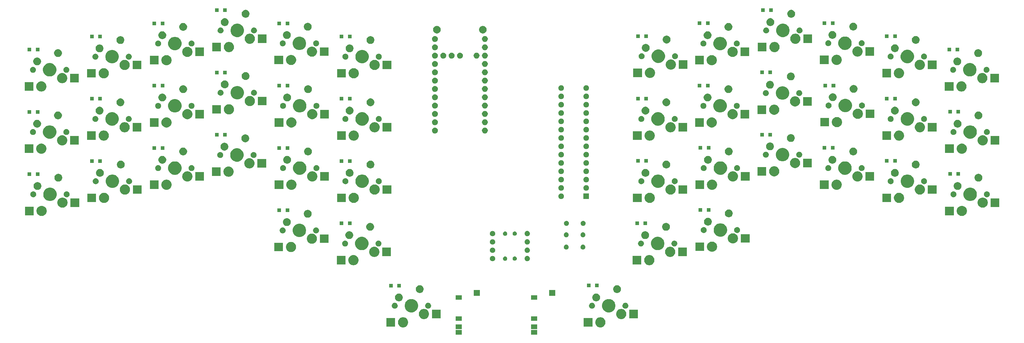
<source format=gbs>
G04 #@! TF.GenerationSoftware,KiCad,Pcbnew,5.1.5*
G04 #@! TF.CreationDate,2020-03-09T20:34:47+00:00*
G04 #@! TF.ProjectId,pcb,7063622e-6b69-4636-9164-5f7063625858,rev?*
G04 #@! TF.SameCoordinates,Original*
G04 #@! TF.FileFunction,Soldermask,Bot*
G04 #@! TF.FilePolarity,Negative*
%FSLAX46Y46*%
G04 Gerber Fmt 4.6, Leading zero omitted, Abs format (unit mm)*
G04 Created by KiCad (PCBNEW 5.1.5) date 2020-03-09 20:34:47*
%MOMM*%
%LPD*%
G04 APERTURE LIST*
%ADD10C,0.150000*%
G04 APERTURE END LIST*
D10*
G36*
X145501000Y-130951000D02*
G01*
X143699000Y-130951000D01*
X143699000Y-129549000D01*
X145501000Y-129549000D01*
X145501000Y-130951000D01*
G37*
G36*
X122551000Y-130951000D02*
G01*
X120749000Y-130951000D01*
X120749000Y-129549000D01*
X122551000Y-129549000D01*
X122551000Y-130951000D01*
G37*
G36*
X122551000Y-129251000D02*
G01*
X120749000Y-129251000D01*
X120749000Y-127849000D01*
X122551000Y-127849000D01*
X122551000Y-129251000D01*
G37*
G36*
X145501000Y-129251000D02*
G01*
X143699000Y-129251000D01*
X143699000Y-127849000D01*
X145501000Y-127849000D01*
X145501000Y-129251000D01*
G37*
G36*
X165062585Y-125708802D02*
G01*
X165212410Y-125738604D01*
X165494674Y-125855521D01*
X165748705Y-126025259D01*
X165964741Y-126241295D01*
X166134479Y-126495326D01*
X166251396Y-126777590D01*
X166311000Y-127077240D01*
X166311000Y-127382760D01*
X166251396Y-127682410D01*
X166134479Y-127964674D01*
X165964741Y-128218705D01*
X165748705Y-128434741D01*
X165494674Y-128604479D01*
X165212410Y-128721396D01*
X165062585Y-128751198D01*
X164912761Y-128781000D01*
X164607239Y-128781000D01*
X164457415Y-128751198D01*
X164307590Y-128721396D01*
X164025326Y-128604479D01*
X163771295Y-128434741D01*
X163555259Y-128218705D01*
X163385521Y-127964674D01*
X163268604Y-127682410D01*
X163209000Y-127382760D01*
X163209000Y-127077240D01*
X163268604Y-126777590D01*
X163385521Y-126495326D01*
X163555259Y-126241295D01*
X163771295Y-126025259D01*
X164025326Y-125855521D01*
X164307590Y-125738604D01*
X164457415Y-125708802D01*
X164607239Y-125679000D01*
X164912761Y-125679000D01*
X165062585Y-125708802D01*
G37*
G36*
X105012585Y-125708802D02*
G01*
X105162410Y-125738604D01*
X105444674Y-125855521D01*
X105698705Y-126025259D01*
X105914741Y-126241295D01*
X106084479Y-126495326D01*
X106201396Y-126777590D01*
X106261000Y-127077240D01*
X106261000Y-127382760D01*
X106201396Y-127682410D01*
X106084479Y-127964674D01*
X105914741Y-128218705D01*
X105698705Y-128434741D01*
X105444674Y-128604479D01*
X105162410Y-128721396D01*
X105012585Y-128751198D01*
X104862761Y-128781000D01*
X104557239Y-128781000D01*
X104407415Y-128751198D01*
X104257590Y-128721396D01*
X103975326Y-128604479D01*
X103721295Y-128434741D01*
X103505259Y-128218705D01*
X103335521Y-127964674D01*
X103218604Y-127682410D01*
X103159000Y-127382760D01*
X103159000Y-127077240D01*
X103218604Y-126777590D01*
X103335521Y-126495326D01*
X103505259Y-126241295D01*
X103721295Y-126025259D01*
X103975326Y-125855521D01*
X104257590Y-125738604D01*
X104407415Y-125708802D01*
X104557239Y-125679000D01*
X104862761Y-125679000D01*
X105012585Y-125708802D01*
G37*
G36*
X102286000Y-128531000D02*
G01*
X99634000Y-128531000D01*
X99634000Y-125929000D01*
X102286000Y-125929000D01*
X102286000Y-128531000D01*
G37*
G36*
X162336000Y-128531000D02*
G01*
X159684000Y-128531000D01*
X159684000Y-125929000D01*
X162336000Y-125929000D01*
X162336000Y-128531000D01*
G37*
G36*
X122551000Y-126751000D02*
G01*
X120749000Y-126751000D01*
X120749000Y-125349000D01*
X122551000Y-125349000D01*
X122551000Y-126751000D01*
G37*
G36*
X145501000Y-126751000D02*
G01*
X143699000Y-126751000D01*
X143699000Y-125349000D01*
X145501000Y-125349000D01*
X145501000Y-126751000D01*
G37*
G36*
X111362585Y-123168802D02*
G01*
X111512410Y-123198604D01*
X111794674Y-123315521D01*
X112048705Y-123485259D01*
X112264741Y-123701295D01*
X112434479Y-123955326D01*
X112551396Y-124237590D01*
X112611000Y-124537240D01*
X112611000Y-124842760D01*
X112551396Y-125142410D01*
X112434479Y-125424674D01*
X112264741Y-125678705D01*
X112048705Y-125894741D01*
X111794674Y-126064479D01*
X111512410Y-126181396D01*
X111362585Y-126211198D01*
X111212761Y-126241000D01*
X110907239Y-126241000D01*
X110757415Y-126211198D01*
X110607590Y-126181396D01*
X110325326Y-126064479D01*
X110071295Y-125894741D01*
X109855259Y-125678705D01*
X109685521Y-125424674D01*
X109568604Y-125142410D01*
X109509000Y-124842760D01*
X109509000Y-124537240D01*
X109568604Y-124237590D01*
X109685521Y-123955326D01*
X109855259Y-123701295D01*
X110071295Y-123485259D01*
X110325326Y-123315521D01*
X110607590Y-123198604D01*
X110757415Y-123168802D01*
X110907239Y-123139000D01*
X111212761Y-123139000D01*
X111362585Y-123168802D01*
G37*
G36*
X171412585Y-123168802D02*
G01*
X171562410Y-123198604D01*
X171844674Y-123315521D01*
X172098705Y-123485259D01*
X172314741Y-123701295D01*
X172484479Y-123955326D01*
X172601396Y-124237590D01*
X172661000Y-124537240D01*
X172661000Y-124842760D01*
X172601396Y-125142410D01*
X172484479Y-125424674D01*
X172314741Y-125678705D01*
X172098705Y-125894741D01*
X171844674Y-126064479D01*
X171562410Y-126181396D01*
X171412585Y-126211198D01*
X171262761Y-126241000D01*
X170957239Y-126241000D01*
X170807415Y-126211198D01*
X170657590Y-126181396D01*
X170375326Y-126064479D01*
X170121295Y-125894741D01*
X169905259Y-125678705D01*
X169735521Y-125424674D01*
X169618604Y-125142410D01*
X169559000Y-124842760D01*
X169559000Y-124537240D01*
X169618604Y-124237590D01*
X169735521Y-123955326D01*
X169905259Y-123701295D01*
X170121295Y-123485259D01*
X170375326Y-123315521D01*
X170657590Y-123198604D01*
X170807415Y-123168802D01*
X170957239Y-123139000D01*
X171262761Y-123139000D01*
X171412585Y-123168802D01*
G37*
G36*
X176186000Y-125991000D02*
G01*
X173534000Y-125991000D01*
X173534000Y-123389000D01*
X176186000Y-123389000D01*
X176186000Y-125991000D01*
G37*
G36*
X116136000Y-125991000D02*
G01*
X113484000Y-125991000D01*
X113484000Y-123389000D01*
X116136000Y-123389000D01*
X116136000Y-125991000D01*
G37*
G36*
X167896474Y-120183684D02*
G01*
X168114474Y-120273983D01*
X168268623Y-120337833D01*
X168603548Y-120561623D01*
X168888377Y-120846452D01*
X169112167Y-121181377D01*
X169176017Y-121335526D01*
X169266316Y-121553526D01*
X169344900Y-121948594D01*
X169344900Y-122351406D01*
X169266316Y-122746474D01*
X169182322Y-122949253D01*
X169112167Y-123118623D01*
X168888377Y-123453548D01*
X168603548Y-123738377D01*
X168268623Y-123962167D01*
X168114474Y-124026017D01*
X167896474Y-124116316D01*
X167501406Y-124194900D01*
X167098594Y-124194900D01*
X166703526Y-124116316D01*
X166485526Y-124026017D01*
X166331377Y-123962167D01*
X165996452Y-123738377D01*
X165711623Y-123453548D01*
X165487833Y-123118623D01*
X165417678Y-122949253D01*
X165333684Y-122746474D01*
X165255100Y-122351406D01*
X165255100Y-121948594D01*
X165333684Y-121553526D01*
X165423983Y-121335526D01*
X165487833Y-121181377D01*
X165711623Y-120846452D01*
X165996452Y-120561623D01*
X166331377Y-120337833D01*
X166485526Y-120273983D01*
X166703526Y-120183684D01*
X167098594Y-120105100D01*
X167501406Y-120105100D01*
X167896474Y-120183684D01*
G37*
G36*
X107846474Y-120183684D02*
G01*
X108064474Y-120273983D01*
X108218623Y-120337833D01*
X108553548Y-120561623D01*
X108838377Y-120846452D01*
X109062167Y-121181377D01*
X109126017Y-121335526D01*
X109216316Y-121553526D01*
X109294900Y-121948594D01*
X109294900Y-122351406D01*
X109216316Y-122746474D01*
X109132322Y-122949253D01*
X109062167Y-123118623D01*
X108838377Y-123453548D01*
X108553548Y-123738377D01*
X108218623Y-123962167D01*
X108064474Y-124026017D01*
X107846474Y-124116316D01*
X107451406Y-124194900D01*
X107048594Y-124194900D01*
X106653526Y-124116316D01*
X106435526Y-124026017D01*
X106281377Y-123962167D01*
X105946452Y-123738377D01*
X105661623Y-123453548D01*
X105437833Y-123118623D01*
X105367678Y-122949253D01*
X105283684Y-122746474D01*
X105205100Y-122351406D01*
X105205100Y-121948594D01*
X105283684Y-121553526D01*
X105373983Y-121335526D01*
X105437833Y-121181377D01*
X105661623Y-120846452D01*
X105946452Y-120561623D01*
X106281377Y-120337833D01*
X106435526Y-120273983D01*
X106653526Y-120183684D01*
X107048594Y-120105100D01*
X107451406Y-120105100D01*
X107846474Y-120183684D01*
G37*
G36*
X112505952Y-121265430D02*
G01*
X112593075Y-121282759D01*
X112702498Y-121328084D01*
X112757211Y-121350747D01*
X112903933Y-121448783D01*
X112904928Y-121449448D01*
X113030552Y-121575072D01*
X113030554Y-121575075D01*
X113129253Y-121722789D01*
X113129253Y-121722790D01*
X113197241Y-121886925D01*
X113231900Y-122061171D01*
X113231900Y-122238829D01*
X113197241Y-122413075D01*
X113151916Y-122522498D01*
X113129253Y-122577211D01*
X113031217Y-122723933D01*
X113030552Y-122724928D01*
X112904928Y-122850552D01*
X112904925Y-122850554D01*
X112757211Y-122949253D01*
X112702498Y-122971916D01*
X112593075Y-123017241D01*
X112505952Y-123034570D01*
X112418831Y-123051900D01*
X112241169Y-123051900D01*
X112154048Y-123034570D01*
X112066925Y-123017241D01*
X111957502Y-122971916D01*
X111902789Y-122949253D01*
X111755075Y-122850554D01*
X111755072Y-122850552D01*
X111629448Y-122724928D01*
X111628783Y-122723933D01*
X111530747Y-122577211D01*
X111508084Y-122522498D01*
X111462759Y-122413075D01*
X111428100Y-122238829D01*
X111428100Y-122061171D01*
X111462759Y-121886925D01*
X111530747Y-121722790D01*
X111530747Y-121722789D01*
X111629446Y-121575075D01*
X111629448Y-121575072D01*
X111755072Y-121449448D01*
X111756067Y-121448783D01*
X111902789Y-121350747D01*
X111957502Y-121328084D01*
X112066925Y-121282759D01*
X112154048Y-121265430D01*
X112241169Y-121248100D01*
X112418831Y-121248100D01*
X112505952Y-121265430D01*
G37*
G36*
X102345952Y-121265430D02*
G01*
X102433075Y-121282759D01*
X102542498Y-121328084D01*
X102597211Y-121350747D01*
X102743933Y-121448783D01*
X102744928Y-121449448D01*
X102870552Y-121575072D01*
X102870554Y-121575075D01*
X102969253Y-121722789D01*
X102969253Y-121722790D01*
X103037241Y-121886925D01*
X103071900Y-122061171D01*
X103071900Y-122238829D01*
X103037241Y-122413075D01*
X102991916Y-122522498D01*
X102969253Y-122577211D01*
X102871217Y-122723933D01*
X102870552Y-122724928D01*
X102744928Y-122850552D01*
X102744925Y-122850554D01*
X102597211Y-122949253D01*
X102542498Y-122971916D01*
X102433075Y-123017241D01*
X102345952Y-123034570D01*
X102258831Y-123051900D01*
X102081169Y-123051900D01*
X101994048Y-123034570D01*
X101906925Y-123017241D01*
X101797502Y-122971916D01*
X101742789Y-122949253D01*
X101595075Y-122850554D01*
X101595072Y-122850552D01*
X101469448Y-122724928D01*
X101468783Y-122723933D01*
X101370747Y-122577211D01*
X101348084Y-122522498D01*
X101302759Y-122413075D01*
X101268100Y-122238829D01*
X101268100Y-122061171D01*
X101302759Y-121886925D01*
X101370747Y-121722790D01*
X101370747Y-121722789D01*
X101469446Y-121575075D01*
X101469448Y-121575072D01*
X101595072Y-121449448D01*
X101596067Y-121448783D01*
X101742789Y-121350747D01*
X101797502Y-121328084D01*
X101906925Y-121282759D01*
X101994048Y-121265430D01*
X102081169Y-121248100D01*
X102258831Y-121248100D01*
X102345952Y-121265430D01*
G37*
G36*
X172555952Y-121265430D02*
G01*
X172643075Y-121282759D01*
X172752498Y-121328084D01*
X172807211Y-121350747D01*
X172953933Y-121448783D01*
X172954928Y-121449448D01*
X173080552Y-121575072D01*
X173080554Y-121575075D01*
X173179253Y-121722789D01*
X173179253Y-121722790D01*
X173247241Y-121886925D01*
X173281900Y-122061171D01*
X173281900Y-122238829D01*
X173247241Y-122413075D01*
X173201916Y-122522498D01*
X173179253Y-122577211D01*
X173081217Y-122723933D01*
X173080552Y-122724928D01*
X172954928Y-122850552D01*
X172954925Y-122850554D01*
X172807211Y-122949253D01*
X172752498Y-122971916D01*
X172643075Y-123017241D01*
X172555952Y-123034570D01*
X172468831Y-123051900D01*
X172291169Y-123051900D01*
X172204048Y-123034570D01*
X172116925Y-123017241D01*
X172007502Y-122971916D01*
X171952789Y-122949253D01*
X171805075Y-122850554D01*
X171805072Y-122850552D01*
X171679448Y-122724928D01*
X171678783Y-122723933D01*
X171580747Y-122577211D01*
X171558084Y-122522498D01*
X171512759Y-122413075D01*
X171478100Y-122238829D01*
X171478100Y-122061171D01*
X171512759Y-121886925D01*
X171580747Y-121722790D01*
X171580747Y-121722789D01*
X171679446Y-121575075D01*
X171679448Y-121575072D01*
X171805072Y-121449448D01*
X171806067Y-121448783D01*
X171952789Y-121350747D01*
X172007502Y-121328084D01*
X172116925Y-121282759D01*
X172204048Y-121265430D01*
X172291169Y-121248100D01*
X172468831Y-121248100D01*
X172555952Y-121265430D01*
G37*
G36*
X162395952Y-121265430D02*
G01*
X162483075Y-121282759D01*
X162592498Y-121328084D01*
X162647211Y-121350747D01*
X162793933Y-121448783D01*
X162794928Y-121449448D01*
X162920552Y-121575072D01*
X162920554Y-121575075D01*
X163019253Y-121722789D01*
X163019253Y-121722790D01*
X163087241Y-121886925D01*
X163121900Y-122061171D01*
X163121900Y-122238829D01*
X163087241Y-122413075D01*
X163041916Y-122522498D01*
X163019253Y-122577211D01*
X162921217Y-122723933D01*
X162920552Y-122724928D01*
X162794928Y-122850552D01*
X162794925Y-122850554D01*
X162647211Y-122949253D01*
X162592498Y-122971916D01*
X162483075Y-123017241D01*
X162395952Y-123034570D01*
X162308831Y-123051900D01*
X162131169Y-123051900D01*
X162044048Y-123034570D01*
X161956925Y-123017241D01*
X161847502Y-122971916D01*
X161792789Y-122949253D01*
X161645075Y-122850554D01*
X161645072Y-122850552D01*
X161519448Y-122724928D01*
X161518783Y-122723933D01*
X161420747Y-122577211D01*
X161398084Y-122522498D01*
X161352759Y-122413075D01*
X161318100Y-122238829D01*
X161318100Y-122061171D01*
X161352759Y-121886925D01*
X161420747Y-121722790D01*
X161420747Y-121722789D01*
X161519446Y-121575075D01*
X161519448Y-121575072D01*
X161645072Y-121449448D01*
X161646067Y-121448783D01*
X161792789Y-121350747D01*
X161847502Y-121328084D01*
X161956925Y-121282759D01*
X162044048Y-121265430D01*
X162131169Y-121248100D01*
X162308831Y-121248100D01*
X162395952Y-121265430D01*
G37*
G36*
X103788276Y-118461884D02*
G01*
X104005569Y-118551890D01*
X104005571Y-118551891D01*
X104201130Y-118682560D01*
X104367440Y-118848870D01*
X104498110Y-119044431D01*
X104588116Y-119261724D01*
X104634000Y-119492400D01*
X104634000Y-119727600D01*
X104588116Y-119958276D01*
X104527299Y-120105100D01*
X104498109Y-120175571D01*
X104367440Y-120371130D01*
X104201130Y-120537440D01*
X104005571Y-120668109D01*
X104005570Y-120668110D01*
X104005569Y-120668110D01*
X103788276Y-120758116D01*
X103557600Y-120804000D01*
X103322400Y-120804000D01*
X103091724Y-120758116D01*
X102874431Y-120668110D01*
X102874430Y-120668110D01*
X102874429Y-120668109D01*
X102678870Y-120537440D01*
X102512560Y-120371130D01*
X102381891Y-120175571D01*
X102352701Y-120105100D01*
X102291884Y-119958276D01*
X102246000Y-119727600D01*
X102246000Y-119492400D01*
X102291884Y-119261724D01*
X102381890Y-119044431D01*
X102512560Y-118848870D01*
X102678870Y-118682560D01*
X102874429Y-118551891D01*
X102874431Y-118551890D01*
X103091724Y-118461884D01*
X103322400Y-118416000D01*
X103557600Y-118416000D01*
X103788276Y-118461884D01*
G37*
G36*
X163838276Y-118461884D02*
G01*
X164055569Y-118551890D01*
X164055571Y-118551891D01*
X164251130Y-118682560D01*
X164417440Y-118848870D01*
X164548110Y-119044431D01*
X164638116Y-119261724D01*
X164684000Y-119492400D01*
X164684000Y-119727600D01*
X164638116Y-119958276D01*
X164577299Y-120105100D01*
X164548109Y-120175571D01*
X164417440Y-120371130D01*
X164251130Y-120537440D01*
X164055571Y-120668109D01*
X164055570Y-120668110D01*
X164055569Y-120668110D01*
X163838276Y-120758116D01*
X163607600Y-120804000D01*
X163372400Y-120804000D01*
X163141724Y-120758116D01*
X162924431Y-120668110D01*
X162924430Y-120668110D01*
X162924429Y-120668109D01*
X162728870Y-120537440D01*
X162562560Y-120371130D01*
X162431891Y-120175571D01*
X162402701Y-120105100D01*
X162341884Y-119958276D01*
X162296000Y-119727600D01*
X162296000Y-119492400D01*
X162341884Y-119261724D01*
X162431890Y-119044431D01*
X162562560Y-118848870D01*
X162728870Y-118682560D01*
X162924429Y-118551891D01*
X162924431Y-118551890D01*
X163141724Y-118461884D01*
X163372400Y-118416000D01*
X163607600Y-118416000D01*
X163838276Y-118461884D01*
G37*
G36*
X122551000Y-120351000D02*
G01*
X120749000Y-120351000D01*
X120749000Y-118949000D01*
X122551000Y-118949000D01*
X122551000Y-120351000D01*
G37*
G36*
X145501000Y-120351000D02*
G01*
X143699000Y-120351000D01*
X143699000Y-118949000D01*
X145501000Y-118949000D01*
X145501000Y-120351000D01*
G37*
G36*
X151001000Y-119151000D02*
G01*
X149199000Y-119151000D01*
X149199000Y-117349000D01*
X151001000Y-117349000D01*
X151001000Y-119151000D01*
G37*
G36*
X128051000Y-119151000D02*
G01*
X126249000Y-119151000D01*
X126249000Y-117349000D01*
X128051000Y-117349000D01*
X128051000Y-119151000D01*
G37*
G36*
X170188276Y-115921884D02*
G01*
X170405569Y-116011890D01*
X170405571Y-116011891D01*
X170601130Y-116142560D01*
X170767440Y-116308870D01*
X170895818Y-116501000D01*
X170898110Y-116504431D01*
X170988116Y-116721724D01*
X171034000Y-116952400D01*
X171034000Y-117187600D01*
X170988116Y-117418276D01*
X170898110Y-117635569D01*
X170898109Y-117635571D01*
X170767440Y-117831130D01*
X170601130Y-117997440D01*
X170405571Y-118128109D01*
X170405570Y-118128110D01*
X170405569Y-118128110D01*
X170188276Y-118218116D01*
X169957600Y-118264000D01*
X169722400Y-118264000D01*
X169491724Y-118218116D01*
X169274431Y-118128110D01*
X169274430Y-118128110D01*
X169274429Y-118128109D01*
X169078870Y-117997440D01*
X168912560Y-117831130D01*
X168781891Y-117635571D01*
X168781890Y-117635569D01*
X168691884Y-117418276D01*
X168646000Y-117187600D01*
X168646000Y-116952400D01*
X168691884Y-116721724D01*
X168781890Y-116504431D01*
X168784183Y-116501000D01*
X168912560Y-116308870D01*
X169078870Y-116142560D01*
X169274429Y-116011891D01*
X169274431Y-116011890D01*
X169491724Y-115921884D01*
X169722400Y-115876000D01*
X169957600Y-115876000D01*
X170188276Y-115921884D01*
G37*
G36*
X110138276Y-115921884D02*
G01*
X110355569Y-116011890D01*
X110355571Y-116011891D01*
X110551130Y-116142560D01*
X110717440Y-116308870D01*
X110845818Y-116501000D01*
X110848110Y-116504431D01*
X110938116Y-116721724D01*
X110984000Y-116952400D01*
X110984000Y-117187600D01*
X110938116Y-117418276D01*
X110848110Y-117635569D01*
X110848109Y-117635571D01*
X110717440Y-117831130D01*
X110551130Y-117997440D01*
X110355571Y-118128109D01*
X110355570Y-118128110D01*
X110355569Y-118128110D01*
X110138276Y-118218116D01*
X109907600Y-118264000D01*
X109672400Y-118264000D01*
X109441724Y-118218116D01*
X109224431Y-118128110D01*
X109224430Y-118128110D01*
X109224429Y-118128109D01*
X109028870Y-117997440D01*
X108862560Y-117831130D01*
X108731891Y-117635571D01*
X108731890Y-117635569D01*
X108641884Y-117418276D01*
X108596000Y-117187600D01*
X108596000Y-116952400D01*
X108641884Y-116721724D01*
X108731890Y-116504431D01*
X108734183Y-116501000D01*
X108862560Y-116308870D01*
X109028870Y-116142560D01*
X109224429Y-116011891D01*
X109224431Y-116011890D01*
X109441724Y-115921884D01*
X109672400Y-115876000D01*
X109907600Y-115876000D01*
X110138276Y-115921884D01*
G37*
G36*
X101551000Y-116551000D02*
G01*
X100449000Y-116551000D01*
X100449000Y-115449000D01*
X101551000Y-115449000D01*
X101551000Y-116551000D01*
G37*
G36*
X104051000Y-116551000D02*
G01*
X102949000Y-116551000D01*
X102949000Y-115449000D01*
X104051000Y-115449000D01*
X104051000Y-116551000D01*
G37*
G36*
X161751000Y-116501000D02*
G01*
X160649000Y-116501000D01*
X160649000Y-115399000D01*
X161751000Y-115399000D01*
X161751000Y-116501000D01*
G37*
G36*
X164251000Y-116501000D02*
G01*
X163149000Y-116501000D01*
X163149000Y-115399000D01*
X164251000Y-115399000D01*
X164251000Y-116501000D01*
G37*
G36*
X179962585Y-106708802D02*
G01*
X180112410Y-106738604D01*
X180394674Y-106855521D01*
X180648705Y-107025259D01*
X180864741Y-107241295D01*
X181034479Y-107495326D01*
X181151396Y-107777590D01*
X181151396Y-107777591D01*
X181207246Y-108058364D01*
X181211000Y-108077240D01*
X181211000Y-108382760D01*
X181151396Y-108682410D01*
X181034479Y-108964674D01*
X180864741Y-109218705D01*
X180648705Y-109434741D01*
X180394674Y-109604479D01*
X180112410Y-109721396D01*
X179962585Y-109751198D01*
X179812761Y-109781000D01*
X179507239Y-109781000D01*
X179357415Y-109751198D01*
X179207590Y-109721396D01*
X178925326Y-109604479D01*
X178671295Y-109434741D01*
X178455259Y-109218705D01*
X178285521Y-108964674D01*
X178168604Y-108682410D01*
X178109000Y-108382760D01*
X178109000Y-108077240D01*
X178112755Y-108058364D01*
X178168604Y-107777591D01*
X178168604Y-107777590D01*
X178285521Y-107495326D01*
X178455259Y-107241295D01*
X178671295Y-107025259D01*
X178925326Y-106855521D01*
X179207590Y-106738604D01*
X179357415Y-106708802D01*
X179507239Y-106679000D01*
X179812761Y-106679000D01*
X179962585Y-106708802D01*
G37*
G36*
X89912585Y-106708802D02*
G01*
X90062410Y-106738604D01*
X90344674Y-106855521D01*
X90598705Y-107025259D01*
X90814741Y-107241295D01*
X90984479Y-107495326D01*
X91101396Y-107777590D01*
X91101396Y-107777591D01*
X91157246Y-108058364D01*
X91161000Y-108077240D01*
X91161000Y-108382760D01*
X91101396Y-108682410D01*
X90984479Y-108964674D01*
X90814741Y-109218705D01*
X90598705Y-109434741D01*
X90344674Y-109604479D01*
X90062410Y-109721396D01*
X89912585Y-109751198D01*
X89762761Y-109781000D01*
X89457239Y-109781000D01*
X89307415Y-109751198D01*
X89157590Y-109721396D01*
X88875326Y-109604479D01*
X88621295Y-109434741D01*
X88405259Y-109218705D01*
X88235521Y-108964674D01*
X88118604Y-108682410D01*
X88059000Y-108382760D01*
X88059000Y-108077240D01*
X88062755Y-108058364D01*
X88118604Y-107777591D01*
X88118604Y-107777590D01*
X88235521Y-107495326D01*
X88405259Y-107241295D01*
X88621295Y-107025259D01*
X88875326Y-106855521D01*
X89157590Y-106738604D01*
X89307415Y-106708802D01*
X89457239Y-106679000D01*
X89762761Y-106679000D01*
X89912585Y-106708802D01*
G37*
G36*
X177236000Y-109531000D02*
G01*
X174584000Y-109531000D01*
X174584000Y-106929000D01*
X177236000Y-106929000D01*
X177236000Y-109531000D01*
G37*
G36*
X87186000Y-109531000D02*
G01*
X84534000Y-109531000D01*
X84534000Y-106929000D01*
X87186000Y-106929000D01*
X87186000Y-109531000D01*
G37*
G36*
X132187142Y-106988242D02*
G01*
X132335101Y-107049529D01*
X132468255Y-107138499D01*
X132581501Y-107251745D01*
X132670471Y-107384899D01*
X132731758Y-107532858D01*
X132763000Y-107689925D01*
X132763000Y-107850075D01*
X132731758Y-108007142D01*
X132670471Y-108155101D01*
X132581501Y-108288255D01*
X132468255Y-108401501D01*
X132335101Y-108490471D01*
X132187142Y-108551758D01*
X132030075Y-108583000D01*
X131869925Y-108583000D01*
X131712858Y-108551758D01*
X131564899Y-108490471D01*
X131431745Y-108401501D01*
X131318499Y-108288255D01*
X131229529Y-108155101D01*
X131168242Y-108007142D01*
X131137000Y-107850075D01*
X131137000Y-107689925D01*
X131168242Y-107532858D01*
X131229529Y-107384899D01*
X131318499Y-107251745D01*
X131431745Y-107138499D01*
X131564899Y-107049529D01*
X131712858Y-106988242D01*
X131869925Y-106957000D01*
X132030075Y-106957000D01*
X132187142Y-106988242D01*
G37*
G36*
X142737142Y-106968242D02*
G01*
X142885101Y-107029529D01*
X143018255Y-107118499D01*
X143131501Y-107231745D01*
X143220471Y-107364899D01*
X143281758Y-107512858D01*
X143313000Y-107669925D01*
X143313000Y-107830075D01*
X143281758Y-107987142D01*
X143220471Y-108135101D01*
X143131501Y-108268255D01*
X143018255Y-108381501D01*
X142885101Y-108470471D01*
X142737142Y-108531758D01*
X142580075Y-108563000D01*
X142419925Y-108563000D01*
X142262858Y-108531758D01*
X142114899Y-108470471D01*
X141981745Y-108381501D01*
X141868499Y-108268255D01*
X141779529Y-108135101D01*
X141718242Y-107987142D01*
X141687000Y-107830075D01*
X141687000Y-107669925D01*
X141718242Y-107512858D01*
X141779529Y-107364899D01*
X141868499Y-107231745D01*
X141981745Y-107118499D01*
X142114899Y-107029529D01*
X142262858Y-106968242D01*
X142419925Y-106937000D01*
X142580075Y-106937000D01*
X142737142Y-106968242D01*
G37*
G36*
X135922159Y-107138501D02*
G01*
X135949890Y-107144017D01*
X136068364Y-107193091D01*
X136174988Y-107264335D01*
X136265665Y-107355012D01*
X136336909Y-107461636D01*
X136385983Y-107580110D01*
X136411000Y-107705882D01*
X136411000Y-107834118D01*
X136385983Y-107959890D01*
X136336909Y-108078364D01*
X136265665Y-108184988D01*
X136174988Y-108275665D01*
X136068364Y-108346909D01*
X136068363Y-108346910D01*
X136068362Y-108346910D01*
X135949890Y-108395983D01*
X135824119Y-108421000D01*
X135695881Y-108421000D01*
X135570110Y-108395983D01*
X135451638Y-108346910D01*
X135451637Y-108346910D01*
X135451636Y-108346909D01*
X135345012Y-108275665D01*
X135254335Y-108184988D01*
X135183091Y-108078364D01*
X135134017Y-107959890D01*
X135109000Y-107834118D01*
X135109000Y-107705882D01*
X135134017Y-107580110D01*
X135183091Y-107461636D01*
X135254335Y-107355012D01*
X135345012Y-107264335D01*
X135451636Y-107193091D01*
X135570110Y-107144017D01*
X135597841Y-107138501D01*
X135695881Y-107119000D01*
X135824119Y-107119000D01*
X135922159Y-107138501D01*
G37*
G36*
X138852159Y-107118501D02*
G01*
X138879890Y-107124017D01*
X138998364Y-107173091D01*
X139104988Y-107244335D01*
X139195665Y-107335012D01*
X139266909Y-107441636D01*
X139315983Y-107560110D01*
X139341000Y-107685882D01*
X139341000Y-107814118D01*
X139315983Y-107939890D01*
X139266909Y-108058364D01*
X139195665Y-108164988D01*
X139104988Y-108255665D01*
X138998364Y-108326909D01*
X138998363Y-108326910D01*
X138998362Y-108326910D01*
X138879890Y-108375983D01*
X138754119Y-108401000D01*
X138625881Y-108401000D01*
X138500110Y-108375983D01*
X138381638Y-108326910D01*
X138381637Y-108326910D01*
X138381636Y-108326909D01*
X138275012Y-108255665D01*
X138184335Y-108164988D01*
X138113091Y-108058364D01*
X138064017Y-107939890D01*
X138039000Y-107814118D01*
X138039000Y-107685882D01*
X138064017Y-107560110D01*
X138113091Y-107441636D01*
X138184335Y-107335012D01*
X138275012Y-107244335D01*
X138381636Y-107173091D01*
X138500110Y-107124017D01*
X138527841Y-107118501D01*
X138625881Y-107099000D01*
X138754119Y-107099000D01*
X138852159Y-107118501D01*
G37*
G36*
X96262585Y-104168802D02*
G01*
X96412410Y-104198604D01*
X96694674Y-104315521D01*
X96948705Y-104485259D01*
X97164741Y-104701295D01*
X97334479Y-104955326D01*
X97451396Y-105237590D01*
X97481198Y-105387415D01*
X97504484Y-105504479D01*
X97511000Y-105537240D01*
X97511000Y-105842760D01*
X97451396Y-106142410D01*
X97334479Y-106424674D01*
X97164741Y-106678705D01*
X96948705Y-106894741D01*
X96694674Y-107064479D01*
X96412410Y-107181396D01*
X96353620Y-107193090D01*
X96112761Y-107241000D01*
X95807239Y-107241000D01*
X95566380Y-107193090D01*
X95507590Y-107181396D01*
X95225326Y-107064479D01*
X94971295Y-106894741D01*
X94755259Y-106678705D01*
X94585521Y-106424674D01*
X94468604Y-106142410D01*
X94409000Y-105842760D01*
X94409000Y-105537240D01*
X94415517Y-105504479D01*
X94438802Y-105387415D01*
X94468604Y-105237590D01*
X94585521Y-104955326D01*
X94755259Y-104701295D01*
X94971295Y-104485259D01*
X95225326Y-104315521D01*
X95507590Y-104198604D01*
X95657415Y-104168802D01*
X95807239Y-104139000D01*
X96112761Y-104139000D01*
X96262585Y-104168802D01*
G37*
G36*
X186312585Y-104168802D02*
G01*
X186462410Y-104198604D01*
X186744674Y-104315521D01*
X186998705Y-104485259D01*
X187214741Y-104701295D01*
X187384479Y-104955326D01*
X187501396Y-105237590D01*
X187531198Y-105387415D01*
X187554484Y-105504479D01*
X187561000Y-105537240D01*
X187561000Y-105842760D01*
X187501396Y-106142410D01*
X187384479Y-106424674D01*
X187214741Y-106678705D01*
X186998705Y-106894741D01*
X186744674Y-107064479D01*
X186462410Y-107181396D01*
X186403620Y-107193090D01*
X186162761Y-107241000D01*
X185857239Y-107241000D01*
X185616380Y-107193090D01*
X185557590Y-107181396D01*
X185275326Y-107064479D01*
X185021295Y-106894741D01*
X184805259Y-106678705D01*
X184635521Y-106424674D01*
X184518604Y-106142410D01*
X184459000Y-105842760D01*
X184459000Y-105537240D01*
X184465517Y-105504479D01*
X184488802Y-105387415D01*
X184518604Y-105237590D01*
X184635521Y-104955326D01*
X184805259Y-104701295D01*
X185021295Y-104485259D01*
X185275326Y-104315521D01*
X185557590Y-104198604D01*
X185707415Y-104168802D01*
X185857239Y-104139000D01*
X186162761Y-104139000D01*
X186312585Y-104168802D01*
G37*
G36*
X191086000Y-106991000D02*
G01*
X188434000Y-106991000D01*
X188434000Y-104389000D01*
X191086000Y-104389000D01*
X191086000Y-106991000D01*
G37*
G36*
X101036000Y-106991000D02*
G01*
X98384000Y-106991000D01*
X98384000Y-104389000D01*
X101036000Y-104389000D01*
X101036000Y-106991000D01*
G37*
G36*
X132187142Y-104448242D02*
G01*
X132335101Y-104509529D01*
X132468255Y-104598499D01*
X132581501Y-104711745D01*
X132670471Y-104844899D01*
X132731758Y-104992858D01*
X132763000Y-105149925D01*
X132763000Y-105310075D01*
X132731758Y-105467142D01*
X132670471Y-105615101D01*
X132581501Y-105748255D01*
X132468255Y-105861501D01*
X132335101Y-105950471D01*
X132187142Y-106011758D01*
X132030075Y-106043000D01*
X131869925Y-106043000D01*
X131712858Y-106011758D01*
X131564899Y-105950471D01*
X131431745Y-105861501D01*
X131318499Y-105748255D01*
X131229529Y-105615101D01*
X131168242Y-105467142D01*
X131137000Y-105310075D01*
X131137000Y-105149925D01*
X131168242Y-104992858D01*
X131229529Y-104844899D01*
X131318499Y-104711745D01*
X131431745Y-104598499D01*
X131564899Y-104509529D01*
X131712858Y-104448242D01*
X131869925Y-104417000D01*
X132030075Y-104417000D01*
X132187142Y-104448242D01*
G37*
G36*
X142737142Y-104428242D02*
G01*
X142885101Y-104489529D01*
X143018255Y-104578499D01*
X143131501Y-104691745D01*
X143220471Y-104824899D01*
X143281758Y-104972858D01*
X143313000Y-105129925D01*
X143313000Y-105290075D01*
X143281758Y-105447142D01*
X143220471Y-105595101D01*
X143131501Y-105728255D01*
X143018255Y-105841501D01*
X142885101Y-105930471D01*
X142737142Y-105991758D01*
X142580075Y-106023000D01*
X142419925Y-106023000D01*
X142262858Y-105991758D01*
X142114899Y-105930471D01*
X141981745Y-105841501D01*
X141868499Y-105728255D01*
X141779529Y-105595101D01*
X141718242Y-105447142D01*
X141687000Y-105290075D01*
X141687000Y-105129925D01*
X141718242Y-104972858D01*
X141779529Y-104824899D01*
X141868499Y-104691745D01*
X141981745Y-104578499D01*
X142114899Y-104489529D01*
X142262858Y-104428242D01*
X142419925Y-104397000D01*
X142580075Y-104397000D01*
X142737142Y-104428242D01*
G37*
G36*
X70912585Y-102708802D02*
G01*
X71062410Y-102738604D01*
X71344674Y-102855521D01*
X71598705Y-103025259D01*
X71814741Y-103241295D01*
X71984479Y-103495326D01*
X72098776Y-103771265D01*
X72101396Y-103777591D01*
X72161000Y-104077239D01*
X72161000Y-104382761D01*
X72143834Y-104469059D01*
X72101396Y-104682410D01*
X71984479Y-104964674D01*
X71814741Y-105218705D01*
X71598705Y-105434741D01*
X71344674Y-105604479D01*
X71062410Y-105721396D01*
X71027927Y-105728255D01*
X70762761Y-105781000D01*
X70457239Y-105781000D01*
X70192073Y-105728255D01*
X70157590Y-105721396D01*
X69875326Y-105604479D01*
X69621295Y-105434741D01*
X69405259Y-105218705D01*
X69235521Y-104964674D01*
X69118604Y-104682410D01*
X69076166Y-104469059D01*
X69059000Y-104382761D01*
X69059000Y-104077239D01*
X69118604Y-103777591D01*
X69121224Y-103771265D01*
X69235521Y-103495326D01*
X69405259Y-103241295D01*
X69621295Y-103025259D01*
X69875326Y-102855521D01*
X70157590Y-102738604D01*
X70307415Y-102708802D01*
X70457239Y-102679000D01*
X70762761Y-102679000D01*
X70912585Y-102708802D01*
G37*
G36*
X198967684Y-102589925D02*
G01*
X199212410Y-102638604D01*
X199494674Y-102755521D01*
X199748705Y-102925259D01*
X199964741Y-103141295D01*
X200134479Y-103395326D01*
X200251396Y-103677590D01*
X200260812Y-103724928D01*
X200311000Y-103977239D01*
X200311000Y-104282761D01*
X200302803Y-104323968D01*
X200251396Y-104582410D01*
X200134479Y-104864674D01*
X199964741Y-105118705D01*
X199748705Y-105334741D01*
X199494674Y-105504479D01*
X199212410Y-105621396D01*
X199062585Y-105651198D01*
X198912761Y-105681000D01*
X198607239Y-105681000D01*
X198457415Y-105651198D01*
X198307590Y-105621396D01*
X198025326Y-105504479D01*
X197771295Y-105334741D01*
X197555259Y-105118705D01*
X197385521Y-104864674D01*
X197268604Y-104582410D01*
X197217197Y-104323968D01*
X197209000Y-104282761D01*
X197209000Y-103977239D01*
X197259188Y-103724928D01*
X197268604Y-103677590D01*
X197385521Y-103395326D01*
X197555259Y-103141295D01*
X197771295Y-102925259D01*
X198025326Y-102755521D01*
X198307590Y-102638604D01*
X198552316Y-102589925D01*
X198607239Y-102579000D01*
X198912761Y-102579000D01*
X198967684Y-102589925D01*
G37*
G36*
X68186000Y-105531000D02*
G01*
X65534000Y-105531000D01*
X65534000Y-102929000D01*
X68186000Y-102929000D01*
X68186000Y-105531000D01*
G37*
G36*
X196336000Y-105431000D02*
G01*
X193684000Y-105431000D01*
X193684000Y-102829000D01*
X196336000Y-102829000D01*
X196336000Y-105431000D01*
G37*
G36*
X92746474Y-101183684D02*
G01*
X92908989Y-101251000D01*
X93118623Y-101337833D01*
X93453548Y-101561623D01*
X93738377Y-101846452D01*
X93962167Y-102181377D01*
X94005047Y-102284899D01*
X94116316Y-102553526D01*
X94194900Y-102948594D01*
X94194900Y-103351406D01*
X94116316Y-103746474D01*
X94055097Y-103894270D01*
X93962167Y-104118623D01*
X93738377Y-104453548D01*
X93453548Y-104738377D01*
X93118623Y-104962167D01*
X93024871Y-105001000D01*
X92746474Y-105116316D01*
X92351406Y-105194900D01*
X91948594Y-105194900D01*
X91553526Y-105116316D01*
X91275129Y-105001000D01*
X91181377Y-104962167D01*
X90846452Y-104738377D01*
X90561623Y-104453548D01*
X90337833Y-104118623D01*
X90244903Y-103894270D01*
X90183684Y-103746474D01*
X90105100Y-103351406D01*
X90105100Y-102948594D01*
X90183684Y-102553526D01*
X90294953Y-102284899D01*
X90337833Y-102181377D01*
X90561623Y-101846452D01*
X90846452Y-101561623D01*
X91181377Y-101337833D01*
X91391011Y-101251000D01*
X91553526Y-101183684D01*
X91948594Y-101105100D01*
X92351406Y-101105100D01*
X92746474Y-101183684D01*
G37*
G36*
X182796474Y-101183684D02*
G01*
X182958989Y-101251000D01*
X183168623Y-101337833D01*
X183503548Y-101561623D01*
X183788377Y-101846452D01*
X184012167Y-102181377D01*
X184055047Y-102284899D01*
X184166316Y-102553526D01*
X184244900Y-102948594D01*
X184244900Y-103351406D01*
X184166316Y-103746474D01*
X184105097Y-103894270D01*
X184012167Y-104118623D01*
X183788377Y-104453548D01*
X183503548Y-104738377D01*
X183168623Y-104962167D01*
X183074871Y-105001000D01*
X182796474Y-105116316D01*
X182401406Y-105194900D01*
X181998594Y-105194900D01*
X181603526Y-105116316D01*
X181325129Y-105001000D01*
X181231377Y-104962167D01*
X180896452Y-104738377D01*
X180611623Y-104453548D01*
X180387833Y-104118623D01*
X180294903Y-103894270D01*
X180233684Y-103746474D01*
X180155100Y-103351406D01*
X180155100Y-102948594D01*
X180233684Y-102553526D01*
X180344953Y-102284899D01*
X180387833Y-102181377D01*
X180611623Y-101846452D01*
X180896452Y-101561623D01*
X181231377Y-101337833D01*
X181441011Y-101251000D01*
X181603526Y-101183684D01*
X181998594Y-101105100D01*
X182401406Y-101105100D01*
X182796474Y-101183684D01*
G37*
G36*
X159669059Y-103527860D02*
G01*
X159788203Y-103577211D01*
X159805732Y-103584472D01*
X159928735Y-103666660D01*
X160033340Y-103771265D01*
X160033341Y-103771267D01*
X160115529Y-103894270D01*
X160172140Y-104030941D01*
X160201000Y-104176032D01*
X160201000Y-104323968D01*
X160172140Y-104469059D01*
X160126808Y-104578501D01*
X160115528Y-104605732D01*
X160033340Y-104728735D01*
X159928735Y-104833340D01*
X159805732Y-104915528D01*
X159805731Y-104915529D01*
X159805730Y-104915529D01*
X159669059Y-104972140D01*
X159523968Y-105001000D01*
X159376032Y-105001000D01*
X159230941Y-104972140D01*
X159094270Y-104915529D01*
X159094269Y-104915529D01*
X159094268Y-104915528D01*
X158971265Y-104833340D01*
X158866660Y-104728735D01*
X158784472Y-104605732D01*
X158773193Y-104578501D01*
X158727860Y-104469059D01*
X158699000Y-104323968D01*
X158699000Y-104176032D01*
X158727860Y-104030941D01*
X158784471Y-103894270D01*
X158866659Y-103771267D01*
X158866660Y-103771265D01*
X158971265Y-103666660D01*
X159094268Y-103584472D01*
X159111798Y-103577211D01*
X159230941Y-103527860D01*
X159376032Y-103499000D01*
X159523968Y-103499000D01*
X159669059Y-103527860D01*
G37*
G36*
X154589059Y-103527860D02*
G01*
X154708203Y-103577211D01*
X154725732Y-103584472D01*
X154848735Y-103666660D01*
X154953340Y-103771265D01*
X154953341Y-103771267D01*
X155035529Y-103894270D01*
X155092140Y-104030941D01*
X155121000Y-104176032D01*
X155121000Y-104323968D01*
X155092140Y-104469059D01*
X155046808Y-104578501D01*
X155035528Y-104605732D01*
X154953340Y-104728735D01*
X154848735Y-104833340D01*
X154725732Y-104915528D01*
X154725731Y-104915529D01*
X154725730Y-104915529D01*
X154589059Y-104972140D01*
X154443968Y-105001000D01*
X154296032Y-105001000D01*
X154150941Y-104972140D01*
X154014270Y-104915529D01*
X154014269Y-104915529D01*
X154014268Y-104915528D01*
X153891265Y-104833340D01*
X153786660Y-104728735D01*
X153704472Y-104605732D01*
X153693193Y-104578501D01*
X153647860Y-104469059D01*
X153619000Y-104323968D01*
X153619000Y-104176032D01*
X153647860Y-104030941D01*
X153704471Y-103894270D01*
X153786659Y-103771267D01*
X153786660Y-103771265D01*
X153891265Y-103666660D01*
X154014268Y-103584472D01*
X154031798Y-103577211D01*
X154150941Y-103527860D01*
X154296032Y-103499000D01*
X154443968Y-103499000D01*
X154589059Y-103527860D01*
G37*
G36*
X87245952Y-102265429D02*
G01*
X87333075Y-102282759D01*
X87434260Y-102324672D01*
X87497211Y-102350747D01*
X87607848Y-102424672D01*
X87644928Y-102449448D01*
X87770552Y-102575072D01*
X87770554Y-102575075D01*
X87869253Y-102722789D01*
X87880555Y-102750074D01*
X87937241Y-102886925D01*
X87945610Y-102929000D01*
X87971900Y-103061169D01*
X87971900Y-103238831D01*
X87959434Y-103301501D01*
X87937241Y-103413075D01*
X87903171Y-103495326D01*
X87869253Y-103577211D01*
X87864401Y-103584472D01*
X87770552Y-103724928D01*
X87644928Y-103850552D01*
X87644925Y-103850554D01*
X87497211Y-103949253D01*
X87442498Y-103971916D01*
X87333075Y-104017241D01*
X87264199Y-104030941D01*
X87158831Y-104051900D01*
X86981169Y-104051900D01*
X86875801Y-104030941D01*
X86806925Y-104017241D01*
X86697502Y-103971916D01*
X86642789Y-103949253D01*
X86495075Y-103850554D01*
X86495072Y-103850552D01*
X86369448Y-103724928D01*
X86275599Y-103584472D01*
X86270747Y-103577211D01*
X86236829Y-103495326D01*
X86202759Y-103413075D01*
X86180566Y-103301501D01*
X86168100Y-103238831D01*
X86168100Y-103061169D01*
X86194390Y-102929000D01*
X86202759Y-102886925D01*
X86259445Y-102750074D01*
X86270747Y-102722789D01*
X86369446Y-102575075D01*
X86369448Y-102575072D01*
X86495072Y-102449448D01*
X86532152Y-102424672D01*
X86642789Y-102350747D01*
X86705740Y-102324672D01*
X86806925Y-102282759D01*
X86894048Y-102265429D01*
X86981169Y-102248100D01*
X87158831Y-102248100D01*
X87245952Y-102265429D01*
G37*
G36*
X187455952Y-102265429D02*
G01*
X187543075Y-102282759D01*
X187644260Y-102324672D01*
X187707211Y-102350747D01*
X187817848Y-102424672D01*
X187854928Y-102449448D01*
X187980552Y-102575072D01*
X187980554Y-102575075D01*
X188079253Y-102722789D01*
X188090555Y-102750074D01*
X188147241Y-102886925D01*
X188155610Y-102929000D01*
X188181900Y-103061169D01*
X188181900Y-103238831D01*
X188169434Y-103301501D01*
X188147241Y-103413075D01*
X188113171Y-103495326D01*
X188079253Y-103577211D01*
X188074401Y-103584472D01*
X187980552Y-103724928D01*
X187854928Y-103850552D01*
X187854925Y-103850554D01*
X187707211Y-103949253D01*
X187652498Y-103971916D01*
X187543075Y-104017241D01*
X187474199Y-104030941D01*
X187368831Y-104051900D01*
X187191169Y-104051900D01*
X187085801Y-104030941D01*
X187016925Y-104017241D01*
X186907502Y-103971916D01*
X186852789Y-103949253D01*
X186705075Y-103850554D01*
X186705072Y-103850552D01*
X186579448Y-103724928D01*
X186485599Y-103584472D01*
X186480747Y-103577211D01*
X186446829Y-103495326D01*
X186412759Y-103413075D01*
X186390566Y-103301501D01*
X186378100Y-103238831D01*
X186378100Y-103061169D01*
X186404390Y-102929000D01*
X186412759Y-102886925D01*
X186469445Y-102750074D01*
X186480747Y-102722789D01*
X186579446Y-102575075D01*
X186579448Y-102575072D01*
X186705072Y-102449448D01*
X186742152Y-102424672D01*
X186852789Y-102350747D01*
X186915740Y-102324672D01*
X187016925Y-102282759D01*
X187104048Y-102265429D01*
X187191169Y-102248100D01*
X187368831Y-102248100D01*
X187455952Y-102265429D01*
G37*
G36*
X177295952Y-102265429D02*
G01*
X177383075Y-102282759D01*
X177484260Y-102324672D01*
X177547211Y-102350747D01*
X177657848Y-102424672D01*
X177694928Y-102449448D01*
X177820552Y-102575072D01*
X177820554Y-102575075D01*
X177919253Y-102722789D01*
X177930555Y-102750074D01*
X177987241Y-102886925D01*
X177995610Y-102929000D01*
X178021900Y-103061169D01*
X178021900Y-103238831D01*
X178009434Y-103301501D01*
X177987241Y-103413075D01*
X177953171Y-103495326D01*
X177919253Y-103577211D01*
X177914401Y-103584472D01*
X177820552Y-103724928D01*
X177694928Y-103850552D01*
X177694925Y-103850554D01*
X177547211Y-103949253D01*
X177492498Y-103971916D01*
X177383075Y-104017241D01*
X177314199Y-104030941D01*
X177208831Y-104051900D01*
X177031169Y-104051900D01*
X176925801Y-104030941D01*
X176856925Y-104017241D01*
X176747502Y-103971916D01*
X176692789Y-103949253D01*
X176545075Y-103850554D01*
X176545072Y-103850552D01*
X176419448Y-103724928D01*
X176325599Y-103584472D01*
X176320747Y-103577211D01*
X176286829Y-103495326D01*
X176252759Y-103413075D01*
X176230566Y-103301501D01*
X176218100Y-103238831D01*
X176218100Y-103061169D01*
X176244390Y-102929000D01*
X176252759Y-102886925D01*
X176309445Y-102750074D01*
X176320747Y-102722789D01*
X176419446Y-102575075D01*
X176419448Y-102575072D01*
X176545072Y-102449448D01*
X176582152Y-102424672D01*
X176692789Y-102350747D01*
X176755740Y-102324672D01*
X176856925Y-102282759D01*
X176944048Y-102265429D01*
X177031169Y-102248100D01*
X177208831Y-102248100D01*
X177295952Y-102265429D01*
G37*
G36*
X97405952Y-102265429D02*
G01*
X97493075Y-102282759D01*
X97594260Y-102324672D01*
X97657211Y-102350747D01*
X97767848Y-102424672D01*
X97804928Y-102449448D01*
X97930552Y-102575072D01*
X97930554Y-102575075D01*
X98029253Y-102722789D01*
X98040555Y-102750074D01*
X98097241Y-102886925D01*
X98105610Y-102929000D01*
X98131900Y-103061169D01*
X98131900Y-103238831D01*
X98119434Y-103301501D01*
X98097241Y-103413075D01*
X98063171Y-103495326D01*
X98029253Y-103577211D01*
X98024401Y-103584472D01*
X97930552Y-103724928D01*
X97804928Y-103850552D01*
X97804925Y-103850554D01*
X97657211Y-103949253D01*
X97602498Y-103971916D01*
X97493075Y-104017241D01*
X97424199Y-104030941D01*
X97318831Y-104051900D01*
X97141169Y-104051900D01*
X97035801Y-104030941D01*
X96966925Y-104017241D01*
X96857502Y-103971916D01*
X96802789Y-103949253D01*
X96655075Y-103850554D01*
X96655072Y-103850552D01*
X96529448Y-103724928D01*
X96435599Y-103584472D01*
X96430747Y-103577211D01*
X96396829Y-103495326D01*
X96362759Y-103413075D01*
X96340566Y-103301501D01*
X96328100Y-103238831D01*
X96328100Y-103061169D01*
X96354390Y-102929000D01*
X96362759Y-102886925D01*
X96419445Y-102750074D01*
X96430747Y-102722789D01*
X96529446Y-102575075D01*
X96529448Y-102575072D01*
X96655072Y-102449448D01*
X96692152Y-102424672D01*
X96802789Y-102350747D01*
X96865740Y-102324672D01*
X96966925Y-102282759D01*
X97054048Y-102265429D01*
X97141169Y-102248100D01*
X97318831Y-102248100D01*
X97405952Y-102265429D01*
G37*
G36*
X132187142Y-101908242D02*
G01*
X132335101Y-101969529D01*
X132468255Y-102058499D01*
X132581501Y-102171745D01*
X132670471Y-102304899D01*
X132731758Y-102452858D01*
X132763000Y-102609925D01*
X132763000Y-102770075D01*
X132731758Y-102927142D01*
X132670471Y-103075101D01*
X132581501Y-103208255D01*
X132468255Y-103321501D01*
X132335101Y-103410471D01*
X132187142Y-103471758D01*
X132030075Y-103503000D01*
X131869925Y-103503000D01*
X131712858Y-103471758D01*
X131564899Y-103410471D01*
X131431745Y-103321501D01*
X131318499Y-103208255D01*
X131229529Y-103075101D01*
X131168242Y-102927142D01*
X131137000Y-102770075D01*
X131137000Y-102609925D01*
X131168242Y-102452858D01*
X131229529Y-102304899D01*
X131318499Y-102171745D01*
X131431745Y-102058499D01*
X131564899Y-101969529D01*
X131712858Y-101908242D01*
X131869925Y-101877000D01*
X132030075Y-101877000D01*
X132187142Y-101908242D01*
G37*
G36*
X142737142Y-101888242D02*
G01*
X142885101Y-101949529D01*
X143018255Y-102038499D01*
X143131501Y-102151745D01*
X143220471Y-102284899D01*
X143281758Y-102432858D01*
X143313000Y-102589925D01*
X143313000Y-102750075D01*
X143281758Y-102907142D01*
X143220471Y-103055101D01*
X143131501Y-103188255D01*
X143018255Y-103301501D01*
X142885101Y-103390471D01*
X142737142Y-103451758D01*
X142580075Y-103483000D01*
X142419925Y-103483000D01*
X142262858Y-103451758D01*
X142114899Y-103390471D01*
X141981745Y-103301501D01*
X141868499Y-103188255D01*
X141779529Y-103055101D01*
X141718242Y-102907142D01*
X141687000Y-102750075D01*
X141687000Y-102589925D01*
X141718242Y-102432858D01*
X141779529Y-102284899D01*
X141868499Y-102151745D01*
X141981745Y-102038499D01*
X142114899Y-101949529D01*
X142262858Y-101888242D01*
X142419925Y-101857000D01*
X142580075Y-101857000D01*
X142737142Y-101888242D01*
G37*
G36*
X77262585Y-100168802D02*
G01*
X77412410Y-100198604D01*
X77694674Y-100315521D01*
X77948705Y-100485259D01*
X78164741Y-100701295D01*
X78334479Y-100955326D01*
X78451396Y-101237590D01*
X78477959Y-101371130D01*
X78511000Y-101537239D01*
X78511000Y-101842761D01*
X78504189Y-101877000D01*
X78451396Y-102142410D01*
X78334479Y-102424674D01*
X78164741Y-102678705D01*
X77948705Y-102894741D01*
X77694674Y-103064479D01*
X77412410Y-103181396D01*
X77377927Y-103188255D01*
X77112761Y-103241000D01*
X76807239Y-103241000D01*
X76542073Y-103188255D01*
X76507590Y-103181396D01*
X76225326Y-103064479D01*
X75971295Y-102894741D01*
X75755259Y-102678705D01*
X75585521Y-102424674D01*
X75468604Y-102142410D01*
X75415811Y-101877000D01*
X75409000Y-101842761D01*
X75409000Y-101537239D01*
X75442041Y-101371130D01*
X75468604Y-101237590D01*
X75585521Y-100955326D01*
X75755259Y-100701295D01*
X75971295Y-100485259D01*
X76225326Y-100315521D01*
X76507590Y-100198604D01*
X76657415Y-100168802D01*
X76807239Y-100139000D01*
X77112761Y-100139000D01*
X77262585Y-100168802D01*
G37*
G36*
X205290064Y-100044431D02*
G01*
X205562410Y-100098604D01*
X205844674Y-100215521D01*
X206098705Y-100385259D01*
X206314741Y-100601295D01*
X206484479Y-100855326D01*
X206601396Y-101137590D01*
X206661000Y-101437240D01*
X206661000Y-101742760D01*
X206601396Y-102042410D01*
X206484479Y-102324674D01*
X206314741Y-102578705D01*
X206098705Y-102794741D01*
X205844674Y-102964479D01*
X205562410Y-103081396D01*
X205412585Y-103111198D01*
X205262761Y-103141000D01*
X204957239Y-103141000D01*
X204807415Y-103111198D01*
X204657590Y-103081396D01*
X204375326Y-102964479D01*
X204121295Y-102794741D01*
X203905259Y-102578705D01*
X203735521Y-102324674D01*
X203618604Y-102042410D01*
X203559000Y-101742760D01*
X203559000Y-101437240D01*
X203618604Y-101137590D01*
X203735521Y-100855326D01*
X203905259Y-100601295D01*
X204121295Y-100385259D01*
X204375326Y-100215521D01*
X204657590Y-100098604D01*
X204929936Y-100044431D01*
X204957239Y-100039000D01*
X205262761Y-100039000D01*
X205290064Y-100044431D01*
G37*
G36*
X82036000Y-102991000D02*
G01*
X79384000Y-102991000D01*
X79384000Y-100389000D01*
X82036000Y-100389000D01*
X82036000Y-102991000D01*
G37*
G36*
X210186000Y-102891000D02*
G01*
X207534000Y-102891000D01*
X207534000Y-100289000D01*
X210186000Y-100289000D01*
X210186000Y-102891000D01*
G37*
G36*
X88688276Y-99461884D02*
G01*
X88905569Y-99551890D01*
X88905571Y-99551891D01*
X89101130Y-99682560D01*
X89267440Y-99848870D01*
X89382633Y-100021267D01*
X89398110Y-100044431D01*
X89488116Y-100261724D01*
X89534000Y-100492400D01*
X89534000Y-100727600D01*
X89488116Y-100958276D01*
X89436312Y-101083341D01*
X89398109Y-101175571D01*
X89267440Y-101371130D01*
X89101130Y-101537440D01*
X88905571Y-101668109D01*
X88905570Y-101668110D01*
X88905569Y-101668110D01*
X88688276Y-101758116D01*
X88457600Y-101804000D01*
X88222400Y-101804000D01*
X87991724Y-101758116D01*
X87774431Y-101668110D01*
X87774430Y-101668110D01*
X87774429Y-101668109D01*
X87578870Y-101537440D01*
X87412560Y-101371130D01*
X87281891Y-101175571D01*
X87243688Y-101083341D01*
X87191884Y-100958276D01*
X87146000Y-100727600D01*
X87146000Y-100492400D01*
X87191884Y-100261724D01*
X87281890Y-100044431D01*
X87297368Y-100021267D01*
X87412560Y-99848870D01*
X87578870Y-99682560D01*
X87774429Y-99551891D01*
X87774431Y-99551890D01*
X87991724Y-99461884D01*
X88222400Y-99416000D01*
X88457600Y-99416000D01*
X88688276Y-99461884D01*
G37*
G36*
X178738276Y-99461884D02*
G01*
X178955569Y-99551890D01*
X178955571Y-99551891D01*
X179151130Y-99682560D01*
X179317440Y-99848870D01*
X179432633Y-100021267D01*
X179448110Y-100044431D01*
X179538116Y-100261724D01*
X179584000Y-100492400D01*
X179584000Y-100727600D01*
X179538116Y-100958276D01*
X179486312Y-101083341D01*
X179448109Y-101175571D01*
X179317440Y-101371130D01*
X179151130Y-101537440D01*
X178955571Y-101668109D01*
X178955570Y-101668110D01*
X178955569Y-101668110D01*
X178738276Y-101758116D01*
X178507600Y-101804000D01*
X178272400Y-101804000D01*
X178041724Y-101758116D01*
X177824431Y-101668110D01*
X177824430Y-101668110D01*
X177824429Y-101668109D01*
X177628870Y-101537440D01*
X177462560Y-101371130D01*
X177331891Y-101175571D01*
X177293688Y-101083341D01*
X177241884Y-100958276D01*
X177196000Y-100727600D01*
X177196000Y-100492400D01*
X177241884Y-100261724D01*
X177331890Y-100044431D01*
X177347368Y-100021267D01*
X177462560Y-99848870D01*
X177628870Y-99682560D01*
X177824429Y-99551891D01*
X177824431Y-99551890D01*
X178041724Y-99461884D01*
X178272400Y-99416000D01*
X178507600Y-99416000D01*
X178738276Y-99461884D01*
G37*
G36*
X154589059Y-99777860D02*
G01*
X154694744Y-99821636D01*
X154725732Y-99834472D01*
X154848735Y-99916660D01*
X154953340Y-100021265D01*
X155032008Y-100139000D01*
X155035529Y-100144270D01*
X155092140Y-100280941D01*
X155121000Y-100426032D01*
X155121000Y-100573968D01*
X155092140Y-100719059D01*
X155035696Y-100855328D01*
X155035528Y-100855732D01*
X154953340Y-100978735D01*
X154848735Y-101083340D01*
X154725732Y-101165528D01*
X154725731Y-101165529D01*
X154725730Y-101165529D01*
X154589059Y-101222140D01*
X154443968Y-101251000D01*
X154296032Y-101251000D01*
X154150941Y-101222140D01*
X154014270Y-101165529D01*
X154014269Y-101165529D01*
X154014268Y-101165528D01*
X153891265Y-101083340D01*
X153786660Y-100978735D01*
X153704472Y-100855732D01*
X153704305Y-100855328D01*
X153647860Y-100719059D01*
X153619000Y-100573968D01*
X153619000Y-100426032D01*
X153647860Y-100280941D01*
X153704471Y-100144270D01*
X153707992Y-100139000D01*
X153786660Y-100021265D01*
X153891265Y-99916660D01*
X154014268Y-99834472D01*
X154045257Y-99821636D01*
X154150941Y-99777860D01*
X154296032Y-99749000D01*
X154443968Y-99749000D01*
X154589059Y-99777860D01*
G37*
G36*
X159669059Y-99777860D02*
G01*
X159774744Y-99821636D01*
X159805732Y-99834472D01*
X159928735Y-99916660D01*
X160033340Y-100021265D01*
X160112008Y-100139000D01*
X160115529Y-100144270D01*
X160172140Y-100280941D01*
X160201000Y-100426032D01*
X160201000Y-100573968D01*
X160172140Y-100719059D01*
X160115696Y-100855328D01*
X160115528Y-100855732D01*
X160033340Y-100978735D01*
X159928735Y-101083340D01*
X159805732Y-101165528D01*
X159805731Y-101165529D01*
X159805730Y-101165529D01*
X159669059Y-101222140D01*
X159523968Y-101251000D01*
X159376032Y-101251000D01*
X159230941Y-101222140D01*
X159094270Y-101165529D01*
X159094269Y-101165529D01*
X159094268Y-101165528D01*
X158971265Y-101083340D01*
X158866660Y-100978735D01*
X158784472Y-100855732D01*
X158784305Y-100855328D01*
X158727860Y-100719059D01*
X158699000Y-100573968D01*
X158699000Y-100426032D01*
X158727860Y-100280941D01*
X158784471Y-100144270D01*
X158787992Y-100139000D01*
X158866660Y-100021265D01*
X158971265Y-99916660D01*
X159094268Y-99834472D01*
X159125257Y-99821636D01*
X159230941Y-99777860D01*
X159376032Y-99749000D01*
X159523968Y-99749000D01*
X159669059Y-99777860D01*
G37*
G36*
X73746474Y-97183684D02*
G01*
X73957587Y-97271130D01*
X74118623Y-97337833D01*
X74453548Y-97561623D01*
X74738377Y-97846452D01*
X74962167Y-98181377D01*
X75026017Y-98335526D01*
X75116316Y-98553526D01*
X75194900Y-98948594D01*
X75194900Y-99351406D01*
X75116316Y-99746474D01*
X75045582Y-99917241D01*
X74962167Y-100118623D01*
X74738377Y-100453548D01*
X74453548Y-100738377D01*
X74118623Y-100962167D01*
X73987895Y-101016316D01*
X73746474Y-101116316D01*
X73351406Y-101194900D01*
X72948594Y-101194900D01*
X72553526Y-101116316D01*
X72312105Y-101016316D01*
X72181377Y-100962167D01*
X71846452Y-100738377D01*
X71561623Y-100453548D01*
X71337833Y-100118623D01*
X71254418Y-99917241D01*
X71183684Y-99746474D01*
X71105100Y-99351406D01*
X71105100Y-98948594D01*
X71183684Y-98553526D01*
X71273983Y-98335526D01*
X71337833Y-98181377D01*
X71561623Y-97846452D01*
X71846452Y-97561623D01*
X72181377Y-97337833D01*
X72342413Y-97271130D01*
X72553526Y-97183684D01*
X72948594Y-97105100D01*
X73351406Y-97105100D01*
X73746474Y-97183684D01*
G37*
G36*
X201896474Y-97083684D02*
G01*
X202038613Y-97142560D01*
X202268623Y-97237833D01*
X202603548Y-97461623D01*
X202888377Y-97746452D01*
X203112167Y-98081377D01*
X203156165Y-98187599D01*
X203266316Y-98453526D01*
X203344900Y-98848594D01*
X203344900Y-99251406D01*
X203266316Y-99646474D01*
X203185477Y-99841636D01*
X203112167Y-100018623D01*
X202888377Y-100353548D01*
X202603548Y-100638377D01*
X202268623Y-100862167D01*
X202148899Y-100911758D01*
X201896474Y-101016316D01*
X201501406Y-101094900D01*
X201098594Y-101094900D01*
X200703526Y-101016316D01*
X200451101Y-100911758D01*
X200331377Y-100862167D01*
X199996452Y-100638377D01*
X199711623Y-100353548D01*
X199487833Y-100018623D01*
X199414523Y-99841636D01*
X199333684Y-99646474D01*
X199255100Y-99251406D01*
X199255100Y-98848594D01*
X199333684Y-98453526D01*
X199443835Y-98187599D01*
X199487833Y-98081377D01*
X199711623Y-97746452D01*
X199996452Y-97461623D01*
X200331377Y-97237833D01*
X200561387Y-97142560D01*
X200703526Y-97083684D01*
X201098594Y-97005100D01*
X201501406Y-97005100D01*
X201896474Y-97083684D01*
G37*
G36*
X132187142Y-99368242D02*
G01*
X132335101Y-99429529D01*
X132468255Y-99518499D01*
X132581501Y-99631745D01*
X132670471Y-99764899D01*
X132731758Y-99912858D01*
X132763000Y-100069925D01*
X132763000Y-100230075D01*
X132731758Y-100387142D01*
X132670471Y-100535101D01*
X132581501Y-100668255D01*
X132468255Y-100781501D01*
X132335101Y-100870471D01*
X132187142Y-100931758D01*
X132030075Y-100963000D01*
X131869925Y-100963000D01*
X131712858Y-100931758D01*
X131564899Y-100870471D01*
X131431745Y-100781501D01*
X131318499Y-100668255D01*
X131229529Y-100535101D01*
X131168242Y-100387142D01*
X131137000Y-100230075D01*
X131137000Y-100069925D01*
X131168242Y-99912858D01*
X131229529Y-99764899D01*
X131318499Y-99631745D01*
X131431745Y-99518499D01*
X131564899Y-99429529D01*
X131712858Y-99368242D01*
X131869925Y-99337000D01*
X132030075Y-99337000D01*
X132187142Y-99368242D01*
G37*
G36*
X142737142Y-99348242D02*
G01*
X142885101Y-99409529D01*
X143018255Y-99498499D01*
X143131501Y-99611745D01*
X143220471Y-99744899D01*
X143281758Y-99892858D01*
X143313000Y-100049925D01*
X143313000Y-100210075D01*
X143281758Y-100367142D01*
X143220471Y-100515101D01*
X143131501Y-100648255D01*
X143018255Y-100761501D01*
X142885101Y-100850471D01*
X142737142Y-100911758D01*
X142580075Y-100943000D01*
X142419925Y-100943000D01*
X142262858Y-100911758D01*
X142114899Y-100850471D01*
X141981745Y-100761501D01*
X141868499Y-100648255D01*
X141779529Y-100515101D01*
X141718242Y-100367142D01*
X141687000Y-100210075D01*
X141687000Y-100049925D01*
X141718242Y-99892858D01*
X141779529Y-99744899D01*
X141868499Y-99611745D01*
X141981745Y-99498499D01*
X142114899Y-99409529D01*
X142262858Y-99348242D01*
X142419925Y-99317000D01*
X142580075Y-99317000D01*
X142737142Y-99348242D01*
G37*
G36*
X135922159Y-99518501D02*
G01*
X135949890Y-99524017D01*
X136068364Y-99573091D01*
X136174988Y-99644335D01*
X136265665Y-99735012D01*
X136323547Y-99821638D01*
X136336910Y-99841638D01*
X136385983Y-99960110D01*
X136411000Y-100085881D01*
X136411000Y-100214119D01*
X136385983Y-100339890D01*
X136350302Y-100426032D01*
X136336909Y-100458364D01*
X136265665Y-100564988D01*
X136174988Y-100655665D01*
X136068364Y-100726909D01*
X136068363Y-100726910D01*
X136068362Y-100726910D01*
X135949890Y-100775983D01*
X135824119Y-100801000D01*
X135695881Y-100801000D01*
X135570110Y-100775983D01*
X135451638Y-100726910D01*
X135451637Y-100726910D01*
X135451636Y-100726909D01*
X135345012Y-100655665D01*
X135254335Y-100564988D01*
X135183091Y-100458364D01*
X135169699Y-100426032D01*
X135134017Y-100339890D01*
X135109000Y-100214119D01*
X135109000Y-100085881D01*
X135134017Y-99960110D01*
X135183090Y-99841638D01*
X135196454Y-99821638D01*
X135254335Y-99735012D01*
X135345012Y-99644335D01*
X135451636Y-99573091D01*
X135570110Y-99524017D01*
X135597841Y-99518501D01*
X135695881Y-99499000D01*
X135824119Y-99499000D01*
X135922159Y-99518501D01*
G37*
G36*
X138852159Y-99498501D02*
G01*
X138879890Y-99504017D01*
X138998364Y-99553091D01*
X139104988Y-99624335D01*
X139195665Y-99715012D01*
X139215636Y-99744900D01*
X139266910Y-99821638D01*
X139315983Y-99940110D01*
X139341000Y-100065881D01*
X139341000Y-100194119D01*
X139315983Y-100319890D01*
X139287357Y-100389000D01*
X139266909Y-100438364D01*
X139195665Y-100544988D01*
X139104988Y-100635665D01*
X138998364Y-100706909D01*
X138998363Y-100706910D01*
X138998362Y-100706910D01*
X138879890Y-100755983D01*
X138754119Y-100781000D01*
X138625881Y-100781000D01*
X138500110Y-100755983D01*
X138381638Y-100706910D01*
X138381637Y-100706910D01*
X138381636Y-100706909D01*
X138275012Y-100635665D01*
X138184335Y-100544988D01*
X138113091Y-100438364D01*
X138092644Y-100389000D01*
X138064017Y-100319890D01*
X138039000Y-100194119D01*
X138039000Y-100065881D01*
X138064017Y-99940110D01*
X138113090Y-99821638D01*
X138164365Y-99744900D01*
X138184335Y-99715012D01*
X138275012Y-99624335D01*
X138381636Y-99553091D01*
X138500110Y-99504017D01*
X138527841Y-99498501D01*
X138625881Y-99479000D01*
X138754119Y-99479000D01*
X138852159Y-99498501D01*
G37*
G36*
X78405952Y-98265430D02*
G01*
X78493075Y-98282759D01*
X78602498Y-98328084D01*
X78657211Y-98350747D01*
X78758277Y-98418277D01*
X78804928Y-98449448D01*
X78930552Y-98575072D01*
X78930554Y-98575075D01*
X79029253Y-98722789D01*
X79029253Y-98722790D01*
X79097241Y-98886925D01*
X79097241Y-98886927D01*
X79131900Y-99061169D01*
X79131900Y-99238831D01*
X79117132Y-99313073D01*
X79097241Y-99413075D01*
X79061856Y-99498501D01*
X79029253Y-99577211D01*
X78984402Y-99644335D01*
X78930552Y-99724928D01*
X78804928Y-99850552D01*
X78804925Y-99850554D01*
X78657211Y-99949253D01*
X78602498Y-99971916D01*
X78493075Y-100017241D01*
X78405952Y-100034570D01*
X78318831Y-100051900D01*
X78141169Y-100051900D01*
X78054048Y-100034570D01*
X77966925Y-100017241D01*
X77857502Y-99971916D01*
X77802789Y-99949253D01*
X77655075Y-99850554D01*
X77655072Y-99850552D01*
X77529448Y-99724928D01*
X77475598Y-99644335D01*
X77430747Y-99577211D01*
X77398144Y-99498501D01*
X77362759Y-99413075D01*
X77342868Y-99313073D01*
X77328100Y-99238831D01*
X77328100Y-99061169D01*
X77362759Y-98886927D01*
X77362759Y-98886925D01*
X77430747Y-98722790D01*
X77430747Y-98722789D01*
X77529446Y-98575075D01*
X77529448Y-98575072D01*
X77655072Y-98449448D01*
X77701723Y-98418277D01*
X77802789Y-98350747D01*
X77857502Y-98328084D01*
X77966925Y-98282759D01*
X78054048Y-98265429D01*
X78141169Y-98248100D01*
X78318831Y-98248100D01*
X78405952Y-98265430D01*
G37*
G36*
X68245952Y-98265430D02*
G01*
X68333075Y-98282759D01*
X68442498Y-98328084D01*
X68497211Y-98350747D01*
X68598277Y-98418277D01*
X68644928Y-98449448D01*
X68770552Y-98575072D01*
X68770554Y-98575075D01*
X68869253Y-98722789D01*
X68869253Y-98722790D01*
X68937241Y-98886925D01*
X68937241Y-98886927D01*
X68971900Y-99061169D01*
X68971900Y-99238831D01*
X68957132Y-99313073D01*
X68937241Y-99413075D01*
X68901856Y-99498501D01*
X68869253Y-99577211D01*
X68824402Y-99644335D01*
X68770552Y-99724928D01*
X68644928Y-99850552D01*
X68644925Y-99850554D01*
X68497211Y-99949253D01*
X68442498Y-99971916D01*
X68333075Y-100017241D01*
X68245952Y-100034570D01*
X68158831Y-100051900D01*
X67981169Y-100051900D01*
X67894048Y-100034570D01*
X67806925Y-100017241D01*
X67697502Y-99971916D01*
X67642789Y-99949253D01*
X67495075Y-99850554D01*
X67495072Y-99850552D01*
X67369448Y-99724928D01*
X67315598Y-99644335D01*
X67270747Y-99577211D01*
X67238144Y-99498501D01*
X67202759Y-99413075D01*
X67182868Y-99313073D01*
X67168100Y-99238831D01*
X67168100Y-99061169D01*
X67202759Y-98886927D01*
X67202759Y-98886925D01*
X67270747Y-98722790D01*
X67270747Y-98722789D01*
X67369446Y-98575075D01*
X67369448Y-98575072D01*
X67495072Y-98449448D01*
X67541723Y-98418277D01*
X67642789Y-98350747D01*
X67697502Y-98328084D01*
X67806925Y-98282759D01*
X67894048Y-98265429D01*
X67981169Y-98248100D01*
X68158831Y-98248100D01*
X68245952Y-98265430D01*
G37*
G36*
X206555952Y-98165429D02*
G01*
X206643075Y-98182759D01*
X206752498Y-98228084D01*
X206807211Y-98250747D01*
X206953933Y-98348783D01*
X206954928Y-98349448D01*
X207080552Y-98475072D01*
X207080554Y-98475075D01*
X207179253Y-98622789D01*
X207184547Y-98635571D01*
X207247241Y-98786925D01*
X207247241Y-98786927D01*
X207279399Y-98948594D01*
X207281900Y-98961171D01*
X207281900Y-99138829D01*
X207247241Y-99313075D01*
X207224389Y-99368243D01*
X207179253Y-99477211D01*
X207115189Y-99573090D01*
X207080552Y-99624928D01*
X206954928Y-99750552D01*
X206954925Y-99750554D01*
X206807211Y-99849253D01*
X206752498Y-99871916D01*
X206643075Y-99917241D01*
X206555952Y-99934571D01*
X206468831Y-99951900D01*
X206291169Y-99951900D01*
X206204048Y-99934571D01*
X206116925Y-99917241D01*
X206007502Y-99871916D01*
X205952789Y-99849253D01*
X205805075Y-99750554D01*
X205805072Y-99750552D01*
X205679448Y-99624928D01*
X205644811Y-99573090D01*
X205580747Y-99477211D01*
X205535611Y-99368243D01*
X205512759Y-99313075D01*
X205478100Y-99138829D01*
X205478100Y-98961171D01*
X205480602Y-98948594D01*
X205512759Y-98786927D01*
X205512759Y-98786925D01*
X205575453Y-98635571D01*
X205580747Y-98622789D01*
X205679446Y-98475075D01*
X205679448Y-98475072D01*
X205805072Y-98349448D01*
X205806067Y-98348783D01*
X205952789Y-98250747D01*
X206007502Y-98228084D01*
X206116925Y-98182759D01*
X206204048Y-98165429D01*
X206291169Y-98148100D01*
X206468831Y-98148100D01*
X206555952Y-98165429D01*
G37*
G36*
X196395952Y-98165429D02*
G01*
X196483075Y-98182759D01*
X196592498Y-98228084D01*
X196647211Y-98250747D01*
X196793933Y-98348783D01*
X196794928Y-98349448D01*
X196920552Y-98475072D01*
X196920554Y-98475075D01*
X197019253Y-98622789D01*
X197024547Y-98635571D01*
X197087241Y-98786925D01*
X197087241Y-98786927D01*
X197119399Y-98948594D01*
X197121900Y-98961171D01*
X197121900Y-99138829D01*
X197087241Y-99313075D01*
X197064389Y-99368243D01*
X197019253Y-99477211D01*
X196955189Y-99573090D01*
X196920552Y-99624928D01*
X196794928Y-99750552D01*
X196794925Y-99750554D01*
X196647211Y-99849253D01*
X196592498Y-99871916D01*
X196483075Y-99917241D01*
X196395952Y-99934571D01*
X196308831Y-99951900D01*
X196131169Y-99951900D01*
X196044048Y-99934571D01*
X195956925Y-99917241D01*
X195847502Y-99871916D01*
X195792789Y-99849253D01*
X195645075Y-99750554D01*
X195645072Y-99750552D01*
X195519448Y-99624928D01*
X195484811Y-99573090D01*
X195420747Y-99477211D01*
X195375611Y-99368243D01*
X195352759Y-99313075D01*
X195318100Y-99138829D01*
X195318100Y-98961171D01*
X195320602Y-98948594D01*
X195352759Y-98786927D01*
X195352759Y-98786925D01*
X195415453Y-98635571D01*
X195420747Y-98622789D01*
X195519446Y-98475075D01*
X195519448Y-98475072D01*
X195645072Y-98349448D01*
X195646067Y-98348783D01*
X195792789Y-98250747D01*
X195847502Y-98228084D01*
X195956925Y-98182759D01*
X196044048Y-98165429D01*
X196131169Y-98148100D01*
X196308831Y-98148100D01*
X196395952Y-98165429D01*
G37*
G36*
X185088276Y-96921884D02*
G01*
X185305569Y-97011890D01*
X185305571Y-97011891D01*
X185501130Y-97142560D01*
X185667440Y-97308870D01*
X185795818Y-97501000D01*
X185798110Y-97504431D01*
X185888116Y-97721724D01*
X185934000Y-97952400D01*
X185934000Y-98187600D01*
X185888116Y-98418276D01*
X185803403Y-98622790D01*
X185798109Y-98635571D01*
X185667440Y-98831130D01*
X185501130Y-98997440D01*
X185305571Y-99128109D01*
X185305570Y-99128110D01*
X185305569Y-99128110D01*
X185088276Y-99218116D01*
X184857600Y-99264000D01*
X184622400Y-99264000D01*
X184391724Y-99218116D01*
X184174431Y-99128110D01*
X184174430Y-99128110D01*
X184174429Y-99128109D01*
X183978870Y-98997440D01*
X183812560Y-98831130D01*
X183681891Y-98635571D01*
X183676597Y-98622790D01*
X183591884Y-98418276D01*
X183546000Y-98187600D01*
X183546000Y-97952400D01*
X183591884Y-97721724D01*
X183681890Y-97504431D01*
X183684183Y-97501000D01*
X183812560Y-97308870D01*
X183978870Y-97142560D01*
X184174429Y-97011891D01*
X184174431Y-97011890D01*
X184391724Y-96921884D01*
X184622400Y-96876000D01*
X184857600Y-96876000D01*
X185088276Y-96921884D01*
G37*
G36*
X95038276Y-96921884D02*
G01*
X95255569Y-97011890D01*
X95255571Y-97011891D01*
X95451130Y-97142560D01*
X95617440Y-97308870D01*
X95745818Y-97501000D01*
X95748110Y-97504431D01*
X95838116Y-97721724D01*
X95884000Y-97952400D01*
X95884000Y-98187600D01*
X95838116Y-98418276D01*
X95753403Y-98622790D01*
X95748109Y-98635571D01*
X95617440Y-98831130D01*
X95451130Y-98997440D01*
X95255571Y-99128109D01*
X95255570Y-99128110D01*
X95255569Y-99128110D01*
X95038276Y-99218116D01*
X94807600Y-99264000D01*
X94572400Y-99264000D01*
X94341724Y-99218116D01*
X94124431Y-99128110D01*
X94124430Y-99128110D01*
X94124429Y-99128109D01*
X93928870Y-98997440D01*
X93762560Y-98831130D01*
X93631891Y-98635571D01*
X93626597Y-98622790D01*
X93541884Y-98418276D01*
X93496000Y-98187600D01*
X93496000Y-97952400D01*
X93541884Y-97721724D01*
X93631890Y-97504431D01*
X93634183Y-97501000D01*
X93762560Y-97308870D01*
X93928870Y-97142560D01*
X94124429Y-97011891D01*
X94124431Y-97011890D01*
X94341724Y-96921884D01*
X94572400Y-96876000D01*
X94807600Y-96876000D01*
X95038276Y-96921884D01*
G37*
G36*
X69688276Y-95461884D02*
G01*
X69905569Y-95551890D01*
X69905571Y-95551891D01*
X69951470Y-95582560D01*
X70101130Y-95682560D01*
X70267440Y-95848870D01*
X70398110Y-96044431D01*
X70488116Y-96261724D01*
X70534000Y-96492400D01*
X70534000Y-96727600D01*
X70488116Y-96958276D01*
X70427299Y-97105100D01*
X70398109Y-97175571D01*
X70267440Y-97371130D01*
X70101130Y-97537440D01*
X69905571Y-97668109D01*
X69905570Y-97668110D01*
X69905569Y-97668110D01*
X69688276Y-97758116D01*
X69457600Y-97804000D01*
X69222400Y-97804000D01*
X68991724Y-97758116D01*
X68774431Y-97668110D01*
X68774430Y-97668110D01*
X68774429Y-97668109D01*
X68578870Y-97537440D01*
X68412560Y-97371130D01*
X68281891Y-97175571D01*
X68252701Y-97105100D01*
X68191884Y-96958276D01*
X68146000Y-96727600D01*
X68146000Y-96492400D01*
X68191884Y-96261724D01*
X68281890Y-96044431D01*
X68412560Y-95848870D01*
X68578870Y-95682560D01*
X68728530Y-95582560D01*
X68774429Y-95551891D01*
X68774431Y-95551890D01*
X68991724Y-95461884D01*
X69222400Y-95416000D01*
X69457600Y-95416000D01*
X69688276Y-95461884D01*
G37*
G36*
X154669059Y-96277860D02*
G01*
X154805732Y-96334472D01*
X154928735Y-96416660D01*
X155033340Y-96521265D01*
X155115528Y-96644268D01*
X155115529Y-96644270D01*
X155172140Y-96780941D01*
X155201000Y-96926032D01*
X155201000Y-97073968D01*
X155187356Y-97142560D01*
X155172140Y-97219059D01*
X155115528Y-97355732D01*
X155033340Y-97478735D01*
X154928735Y-97583340D01*
X154805732Y-97665528D01*
X154805731Y-97665529D01*
X154805730Y-97665529D01*
X154669059Y-97722140D01*
X154523968Y-97751000D01*
X154376032Y-97751000D01*
X154230941Y-97722140D01*
X154094270Y-97665529D01*
X154094269Y-97665529D01*
X154094268Y-97665528D01*
X153971265Y-97583340D01*
X153866660Y-97478735D01*
X153784472Y-97355732D01*
X153727860Y-97219059D01*
X153712644Y-97142560D01*
X153699000Y-97073968D01*
X153699000Y-96926032D01*
X153727860Y-96780941D01*
X153784471Y-96644270D01*
X153784472Y-96644268D01*
X153866660Y-96521265D01*
X153971265Y-96416660D01*
X154094268Y-96334472D01*
X154230941Y-96277860D01*
X154376032Y-96249000D01*
X154523968Y-96249000D01*
X154669059Y-96277860D01*
G37*
G36*
X159749059Y-96277860D02*
G01*
X159885732Y-96334472D01*
X160008735Y-96416660D01*
X160113340Y-96521265D01*
X160195528Y-96644268D01*
X160195529Y-96644270D01*
X160252140Y-96780941D01*
X160281000Y-96926032D01*
X160281000Y-97073968D01*
X160267356Y-97142560D01*
X160252140Y-97219059D01*
X160195528Y-97355732D01*
X160113340Y-97478735D01*
X160008735Y-97583340D01*
X159885732Y-97665528D01*
X159885731Y-97665529D01*
X159885730Y-97665529D01*
X159749059Y-97722140D01*
X159603968Y-97751000D01*
X159456032Y-97751000D01*
X159310941Y-97722140D01*
X159174270Y-97665529D01*
X159174269Y-97665529D01*
X159174268Y-97665528D01*
X159051265Y-97583340D01*
X158946660Y-97478735D01*
X158864472Y-97355732D01*
X158807860Y-97219059D01*
X158792644Y-97142560D01*
X158779000Y-97073968D01*
X158779000Y-96926032D01*
X158807860Y-96780941D01*
X158864471Y-96644270D01*
X158864472Y-96644268D01*
X158946660Y-96521265D01*
X159051265Y-96416660D01*
X159174268Y-96334472D01*
X159310941Y-96277860D01*
X159456032Y-96249000D01*
X159603968Y-96249000D01*
X159749059Y-96277860D01*
G37*
G36*
X197838276Y-95361884D02*
G01*
X198055569Y-95451890D01*
X198055571Y-95451891D01*
X198070528Y-95461885D01*
X198251130Y-95582560D01*
X198417440Y-95748870D01*
X198548110Y-95944431D01*
X198638116Y-96161724D01*
X198684000Y-96392400D01*
X198684000Y-96627600D01*
X198638116Y-96858276D01*
X198548773Y-97073968D01*
X198548109Y-97075571D01*
X198417440Y-97271130D01*
X198251130Y-97437440D01*
X198055571Y-97568109D01*
X198055570Y-97568110D01*
X198055569Y-97568110D01*
X197838276Y-97658116D01*
X197607600Y-97704000D01*
X197372400Y-97704000D01*
X197141724Y-97658116D01*
X196924431Y-97568110D01*
X196924430Y-97568110D01*
X196924429Y-97568109D01*
X196728870Y-97437440D01*
X196562560Y-97271130D01*
X196431891Y-97075571D01*
X196431227Y-97073968D01*
X196341884Y-96858276D01*
X196296000Y-96627600D01*
X196296000Y-96392400D01*
X196341884Y-96161724D01*
X196431890Y-95944431D01*
X196562560Y-95748870D01*
X196728870Y-95582560D01*
X196909472Y-95461885D01*
X196924429Y-95451891D01*
X196924431Y-95451890D01*
X197141724Y-95361884D01*
X197372400Y-95316000D01*
X197607600Y-95316000D01*
X197838276Y-95361884D01*
G37*
G36*
X89051000Y-97551000D02*
G01*
X87949000Y-97551000D01*
X87949000Y-96449000D01*
X89051000Y-96449000D01*
X89051000Y-97551000D01*
G37*
G36*
X86551000Y-97551000D02*
G01*
X85449000Y-97551000D01*
X85449000Y-96449000D01*
X86551000Y-96449000D01*
X86551000Y-97551000D01*
G37*
G36*
X176501000Y-97501000D02*
G01*
X175399000Y-97501000D01*
X175399000Y-96399000D01*
X176501000Y-96399000D01*
X176501000Y-97501000D01*
G37*
G36*
X179001000Y-97501000D02*
G01*
X177899000Y-97501000D01*
X177899000Y-96399000D01*
X179001000Y-96399000D01*
X179001000Y-97501000D01*
G37*
G36*
X76038276Y-92921884D02*
G01*
X76255569Y-93011890D01*
X76255571Y-93011891D01*
X76451130Y-93142560D01*
X76617440Y-93308870D01*
X76745818Y-93501000D01*
X76748110Y-93504431D01*
X76838116Y-93721724D01*
X76884000Y-93952400D01*
X76884000Y-94187600D01*
X76838116Y-94418276D01*
X76760988Y-94604479D01*
X76748109Y-94635571D01*
X76617440Y-94831130D01*
X76451130Y-94997440D01*
X76255571Y-95128109D01*
X76255570Y-95128110D01*
X76255569Y-95128110D01*
X76038276Y-95218116D01*
X75807600Y-95264000D01*
X75572400Y-95264000D01*
X75341724Y-95218116D01*
X75124431Y-95128110D01*
X75124430Y-95128110D01*
X75124429Y-95128109D01*
X74928870Y-94997440D01*
X74762560Y-94831130D01*
X74631891Y-94635571D01*
X74619012Y-94604479D01*
X74541884Y-94418276D01*
X74496000Y-94187600D01*
X74496000Y-93952400D01*
X74541884Y-93721724D01*
X74631890Y-93504431D01*
X74634183Y-93501000D01*
X74762560Y-93308870D01*
X74928870Y-93142560D01*
X75124429Y-93011891D01*
X75124431Y-93011890D01*
X75341724Y-92921884D01*
X75572400Y-92876000D01*
X75807600Y-92876000D01*
X76038276Y-92921884D01*
G37*
G36*
X204188276Y-92821884D02*
G01*
X204405569Y-92911890D01*
X204405571Y-92911891D01*
X204420528Y-92921885D01*
X204601130Y-93042560D01*
X204767440Y-93208870D01*
X204898110Y-93404431D01*
X204988116Y-93621724D01*
X205034000Y-93852400D01*
X205034000Y-94087600D01*
X204988116Y-94318276D01*
X204898110Y-94535569D01*
X204898109Y-94535571D01*
X204767440Y-94731130D01*
X204601130Y-94897440D01*
X204405571Y-95028109D01*
X204405570Y-95028110D01*
X204405569Y-95028110D01*
X204188276Y-95118116D01*
X203957600Y-95164000D01*
X203722400Y-95164000D01*
X203491724Y-95118116D01*
X203274431Y-95028110D01*
X203274430Y-95028110D01*
X203274429Y-95028109D01*
X203078870Y-94897440D01*
X202912560Y-94731130D01*
X202781891Y-94535571D01*
X202781890Y-94535569D01*
X202691884Y-94318276D01*
X202646000Y-94087600D01*
X202646000Y-93852400D01*
X202691884Y-93621724D01*
X202781890Y-93404431D01*
X202912560Y-93208870D01*
X203078870Y-93042560D01*
X203259472Y-92921885D01*
X203274429Y-92911891D01*
X203274431Y-92911890D01*
X203491724Y-92821884D01*
X203722400Y-92776000D01*
X203957600Y-92776000D01*
X204188276Y-92821884D01*
G37*
G36*
X275062585Y-91708802D02*
G01*
X275212410Y-91738604D01*
X275494674Y-91855521D01*
X275748705Y-92025259D01*
X275964741Y-92241295D01*
X276134479Y-92495326D01*
X276251396Y-92777590D01*
X276260207Y-92821885D01*
X276311000Y-93077239D01*
X276311000Y-93382761D01*
X276287481Y-93501000D01*
X276251396Y-93682410D01*
X276134479Y-93964674D01*
X275964741Y-94218705D01*
X275748705Y-94434741D01*
X275494674Y-94604479D01*
X275212410Y-94721396D01*
X275062585Y-94751198D01*
X274912761Y-94781000D01*
X274607239Y-94781000D01*
X274457415Y-94751198D01*
X274307590Y-94721396D01*
X274025326Y-94604479D01*
X273771295Y-94434741D01*
X273555259Y-94218705D01*
X273385521Y-93964674D01*
X273268604Y-93682410D01*
X273232519Y-93501000D01*
X273209000Y-93382761D01*
X273209000Y-93077239D01*
X273259793Y-92821885D01*
X273268604Y-92777590D01*
X273385521Y-92495326D01*
X273555259Y-92241295D01*
X273771295Y-92025259D01*
X274025326Y-91855521D01*
X274307590Y-91738604D01*
X274457415Y-91708802D01*
X274607239Y-91679000D01*
X274912761Y-91679000D01*
X275062585Y-91708802D01*
G37*
G36*
X-4987415Y-91708802D02*
G01*
X-4837590Y-91738604D01*
X-4555326Y-91855521D01*
X-4301295Y-92025259D01*
X-4085259Y-92241295D01*
X-3915521Y-92495326D01*
X-3798604Y-92777590D01*
X-3789793Y-92821885D01*
X-3739000Y-93077239D01*
X-3739000Y-93382761D01*
X-3762519Y-93501000D01*
X-3798604Y-93682410D01*
X-3915521Y-93964674D01*
X-4085259Y-94218705D01*
X-4301295Y-94434741D01*
X-4555326Y-94604479D01*
X-4837590Y-94721396D01*
X-4987415Y-94751198D01*
X-5137239Y-94781000D01*
X-5442761Y-94781000D01*
X-5592585Y-94751198D01*
X-5742410Y-94721396D01*
X-6024674Y-94604479D01*
X-6278705Y-94434741D01*
X-6494741Y-94218705D01*
X-6664479Y-93964674D01*
X-6781396Y-93682410D01*
X-6817481Y-93501000D01*
X-6841000Y-93382761D01*
X-6841000Y-93077239D01*
X-6790207Y-92821885D01*
X-6781396Y-92777590D01*
X-6664479Y-92495326D01*
X-6494741Y-92241295D01*
X-6278705Y-92025259D01*
X-6024674Y-91855521D01*
X-5742410Y-91738604D01*
X-5592585Y-91708802D01*
X-5442761Y-91679000D01*
X-5137239Y-91679000D01*
X-4987415Y-91708802D01*
G37*
G36*
X272336000Y-94531000D02*
G01*
X269684000Y-94531000D01*
X269684000Y-91929000D01*
X272336000Y-91929000D01*
X272336000Y-94531000D01*
G37*
G36*
X-7714000Y-94531000D02*
G01*
X-10366000Y-94531000D01*
X-10366000Y-91929000D01*
X-7714000Y-91929000D01*
X-7714000Y-94531000D01*
G37*
G36*
X67551000Y-93551000D02*
G01*
X66449000Y-93551000D01*
X66449000Y-92449000D01*
X67551000Y-92449000D01*
X67551000Y-93551000D01*
G37*
G36*
X70051000Y-93551000D02*
G01*
X68949000Y-93551000D01*
X68949000Y-92449000D01*
X70051000Y-92449000D01*
X70051000Y-93551000D01*
G37*
G36*
X198251000Y-93501000D02*
G01*
X197149000Y-93501000D01*
X197149000Y-92399000D01*
X198251000Y-92399000D01*
X198251000Y-93501000D01*
G37*
G36*
X195751000Y-93501000D02*
G01*
X194649000Y-93501000D01*
X194649000Y-92399000D01*
X195751000Y-92399000D01*
X195751000Y-93501000D01*
G37*
G36*
X1283631Y-89153097D02*
G01*
X1512410Y-89198604D01*
X1794674Y-89315521D01*
X2048705Y-89485259D01*
X2264741Y-89701295D01*
X2434479Y-89955326D01*
X2551396Y-90237590D01*
X2611000Y-90537240D01*
X2611000Y-90842760D01*
X2551396Y-91142410D01*
X2434479Y-91424674D01*
X2264741Y-91678705D01*
X2048705Y-91894741D01*
X1794674Y-92064479D01*
X1512410Y-92181396D01*
X1362585Y-92211198D01*
X1212761Y-92241000D01*
X907239Y-92241000D01*
X757415Y-92211198D01*
X607590Y-92181396D01*
X325326Y-92064479D01*
X71295Y-91894741D01*
X-144741Y-91678705D01*
X-314479Y-91424674D01*
X-431396Y-91142410D01*
X-491000Y-90842760D01*
X-491000Y-90537240D01*
X-431396Y-90237590D01*
X-314479Y-89955326D01*
X-144741Y-89701295D01*
X71295Y-89485259D01*
X325326Y-89315521D01*
X607590Y-89198604D01*
X836369Y-89153097D01*
X907239Y-89139000D01*
X1212761Y-89139000D01*
X1283631Y-89153097D01*
G37*
G36*
X281333631Y-89153097D02*
G01*
X281562410Y-89198604D01*
X281844674Y-89315521D01*
X282098705Y-89485259D01*
X282314741Y-89701295D01*
X282484479Y-89955326D01*
X282601396Y-90237590D01*
X282661000Y-90537240D01*
X282661000Y-90842760D01*
X282601396Y-91142410D01*
X282484479Y-91424674D01*
X282314741Y-91678705D01*
X282098705Y-91894741D01*
X281844674Y-92064479D01*
X281562410Y-92181396D01*
X281412585Y-92211198D01*
X281262761Y-92241000D01*
X280957239Y-92241000D01*
X280807415Y-92211198D01*
X280657590Y-92181396D01*
X280375326Y-92064479D01*
X280121295Y-91894741D01*
X279905259Y-91678705D01*
X279735521Y-91424674D01*
X279618604Y-91142410D01*
X279559000Y-90842760D01*
X279559000Y-90537240D01*
X279618604Y-90237590D01*
X279735521Y-89955326D01*
X279905259Y-89701295D01*
X280121295Y-89485259D01*
X280375326Y-89315521D01*
X280657590Y-89198604D01*
X280886369Y-89153097D01*
X280957239Y-89139000D01*
X281262761Y-89139000D01*
X281333631Y-89153097D01*
G37*
G36*
X286186000Y-91991000D02*
G01*
X283534000Y-91991000D01*
X283534000Y-89389000D01*
X286186000Y-89389000D01*
X286186000Y-91991000D01*
G37*
G36*
X6136000Y-91991000D02*
G01*
X3484000Y-91991000D01*
X3484000Y-89389000D01*
X6136000Y-89389000D01*
X6136000Y-91991000D01*
G37*
G36*
X255962585Y-87708802D02*
G01*
X256112410Y-87738604D01*
X256394674Y-87855521D01*
X256648705Y-88025259D01*
X256864741Y-88241295D01*
X257034479Y-88495326D01*
X257151396Y-88777590D01*
X257151396Y-88777591D01*
X257211000Y-89077239D01*
X257211000Y-89382761D01*
X257181198Y-89532585D01*
X257151396Y-89682410D01*
X257034479Y-89964674D01*
X256864741Y-90218705D01*
X256648705Y-90434741D01*
X256394674Y-90604479D01*
X256112410Y-90721396D01*
X255962585Y-90751198D01*
X255812761Y-90781000D01*
X255507239Y-90781000D01*
X255357415Y-90751198D01*
X255207590Y-90721396D01*
X254925326Y-90604479D01*
X254671295Y-90434741D01*
X254455259Y-90218705D01*
X254285521Y-89964674D01*
X254168604Y-89682410D01*
X254138802Y-89532585D01*
X254109000Y-89382761D01*
X254109000Y-89077239D01*
X254168604Y-88777591D01*
X254168604Y-88777590D01*
X254285521Y-88495326D01*
X254455259Y-88241295D01*
X254671295Y-88025259D01*
X254925326Y-87855521D01*
X255207590Y-87738604D01*
X255357415Y-87708802D01*
X255507239Y-87679000D01*
X255812761Y-87679000D01*
X255962585Y-87708802D01*
G37*
G36*
X90012585Y-87708802D02*
G01*
X90162410Y-87738604D01*
X90444674Y-87855521D01*
X90698705Y-88025259D01*
X90914741Y-88241295D01*
X91084479Y-88495326D01*
X91201396Y-88777590D01*
X91201396Y-88777591D01*
X91261000Y-89077239D01*
X91261000Y-89382761D01*
X91231198Y-89532585D01*
X91201396Y-89682410D01*
X91084479Y-89964674D01*
X90914741Y-90218705D01*
X90698705Y-90434741D01*
X90444674Y-90604479D01*
X90162410Y-90721396D01*
X90012585Y-90751198D01*
X89862761Y-90781000D01*
X89557239Y-90781000D01*
X89407415Y-90751198D01*
X89257590Y-90721396D01*
X88975326Y-90604479D01*
X88721295Y-90434741D01*
X88505259Y-90218705D01*
X88335521Y-89964674D01*
X88218604Y-89682410D01*
X88188802Y-89532585D01*
X88159000Y-89382761D01*
X88159000Y-89077239D01*
X88218604Y-88777591D01*
X88218604Y-88777590D01*
X88335521Y-88495326D01*
X88505259Y-88241295D01*
X88721295Y-88025259D01*
X88975326Y-87855521D01*
X89257590Y-87738604D01*
X89407415Y-87708802D01*
X89557239Y-87679000D01*
X89862761Y-87679000D01*
X90012585Y-87708802D01*
G37*
G36*
X180062585Y-87708802D02*
G01*
X180212410Y-87738604D01*
X180494674Y-87855521D01*
X180748705Y-88025259D01*
X180964741Y-88241295D01*
X181134479Y-88495326D01*
X181251396Y-88777590D01*
X181251396Y-88777591D01*
X181311000Y-89077239D01*
X181311000Y-89382761D01*
X181281198Y-89532585D01*
X181251396Y-89682410D01*
X181134479Y-89964674D01*
X180964741Y-90218705D01*
X180748705Y-90434741D01*
X180494674Y-90604479D01*
X180212410Y-90721396D01*
X180062585Y-90751198D01*
X179912761Y-90781000D01*
X179607239Y-90781000D01*
X179457415Y-90751198D01*
X179307590Y-90721396D01*
X179025326Y-90604479D01*
X178771295Y-90434741D01*
X178555259Y-90218705D01*
X178385521Y-89964674D01*
X178268604Y-89682410D01*
X178238802Y-89532585D01*
X178209000Y-89382761D01*
X178209000Y-89077239D01*
X178268604Y-88777591D01*
X178268604Y-88777590D01*
X178385521Y-88495326D01*
X178555259Y-88241295D01*
X178771295Y-88025259D01*
X179025326Y-87855521D01*
X179307590Y-87738604D01*
X179457415Y-87708802D01*
X179607239Y-87679000D01*
X179912761Y-87679000D01*
X180062585Y-87708802D01*
G37*
G36*
X14012585Y-87708802D02*
G01*
X14162410Y-87738604D01*
X14444674Y-87855521D01*
X14698705Y-88025259D01*
X14914741Y-88241295D01*
X15084479Y-88495326D01*
X15201396Y-88777590D01*
X15201396Y-88777591D01*
X15261000Y-89077239D01*
X15261000Y-89382761D01*
X15231198Y-89532585D01*
X15201396Y-89682410D01*
X15084479Y-89964674D01*
X14914741Y-90218705D01*
X14698705Y-90434741D01*
X14444674Y-90604479D01*
X14162410Y-90721396D01*
X14012585Y-90751198D01*
X13862761Y-90781000D01*
X13557239Y-90781000D01*
X13407415Y-90751198D01*
X13257590Y-90721396D01*
X12975326Y-90604479D01*
X12721295Y-90434741D01*
X12505259Y-90218705D01*
X12335521Y-89964674D01*
X12218604Y-89682410D01*
X12188802Y-89532585D01*
X12159000Y-89382761D01*
X12159000Y-89077239D01*
X12218604Y-88777591D01*
X12218604Y-88777590D01*
X12335521Y-88495326D01*
X12505259Y-88241295D01*
X12721295Y-88025259D01*
X12975326Y-87855521D01*
X13257590Y-87738604D01*
X13407415Y-87708802D01*
X13557239Y-87679000D01*
X13862761Y-87679000D01*
X14012585Y-87708802D01*
G37*
G36*
X11286000Y-90531000D02*
G01*
X8634000Y-90531000D01*
X8634000Y-87929000D01*
X11286000Y-87929000D01*
X11286000Y-90531000D01*
G37*
G36*
X253236000Y-90531000D02*
G01*
X250584000Y-90531000D01*
X250584000Y-87929000D01*
X253236000Y-87929000D01*
X253236000Y-90531000D01*
G37*
G36*
X177336000Y-90531000D02*
G01*
X174684000Y-90531000D01*
X174684000Y-87929000D01*
X177336000Y-87929000D01*
X177336000Y-90531000D01*
G37*
G36*
X87286000Y-90531000D02*
G01*
X84634000Y-90531000D01*
X84634000Y-87929000D01*
X87286000Y-87929000D01*
X87286000Y-90531000D01*
G37*
G36*
X-2153526Y-86183684D02*
G01*
X-1935526Y-86273983D01*
X-1781377Y-86337833D01*
X-1446452Y-86561623D01*
X-1161623Y-86846452D01*
X-937833Y-87181377D01*
X-873983Y-87335526D01*
X-783684Y-87553526D01*
X-705100Y-87948594D01*
X-705100Y-88351406D01*
X-783684Y-88746474D01*
X-867678Y-88949253D01*
X-937833Y-89118623D01*
X-1161623Y-89453548D01*
X-1446452Y-89738377D01*
X-1781377Y-89962167D01*
X-1935526Y-90026017D01*
X-2153526Y-90116316D01*
X-2548594Y-90194900D01*
X-2951406Y-90194900D01*
X-3346474Y-90116316D01*
X-3564474Y-90026017D01*
X-3718623Y-89962167D01*
X-4053548Y-89738377D01*
X-4338377Y-89453548D01*
X-4562167Y-89118623D01*
X-4632322Y-88949253D01*
X-4716316Y-88746474D01*
X-4794900Y-88351406D01*
X-4794900Y-87948594D01*
X-4716316Y-87553526D01*
X-4626017Y-87335526D01*
X-4562167Y-87181377D01*
X-4338377Y-86846452D01*
X-4053548Y-86561623D01*
X-3718623Y-86337833D01*
X-3564474Y-86273983D01*
X-3346474Y-86183684D01*
X-2951406Y-86105100D01*
X-2548594Y-86105100D01*
X-2153526Y-86183684D01*
G37*
G36*
X277896474Y-86183684D02*
G01*
X278114474Y-86273983D01*
X278268623Y-86337833D01*
X278603548Y-86561623D01*
X278888377Y-86846452D01*
X279112167Y-87181377D01*
X279176017Y-87335526D01*
X279266316Y-87553526D01*
X279344900Y-87948594D01*
X279344900Y-88351406D01*
X279266316Y-88746474D01*
X279182322Y-88949253D01*
X279112167Y-89118623D01*
X278888377Y-89453548D01*
X278603548Y-89738377D01*
X278268623Y-89962167D01*
X278114474Y-90026017D01*
X277896474Y-90116316D01*
X277501406Y-90194900D01*
X277098594Y-90194900D01*
X276703526Y-90116316D01*
X276485526Y-90026017D01*
X276331377Y-89962167D01*
X275996452Y-89738377D01*
X275711623Y-89453548D01*
X275487833Y-89118623D01*
X275417678Y-88949253D01*
X275333684Y-88746474D01*
X275255100Y-88351406D01*
X275255100Y-87948594D01*
X275333684Y-87553526D01*
X275423983Y-87335526D01*
X275487833Y-87181377D01*
X275711623Y-86846452D01*
X275996452Y-86561623D01*
X276331377Y-86337833D01*
X276485526Y-86273983D01*
X276703526Y-86183684D01*
X277098594Y-86105100D01*
X277501406Y-86105100D01*
X277896474Y-86183684D01*
G37*
G36*
X153078228Y-87931703D02*
G01*
X153233100Y-87995853D01*
X153372481Y-88088985D01*
X153491015Y-88207519D01*
X153584147Y-88346900D01*
X153648297Y-88501772D01*
X153681000Y-88666184D01*
X153681000Y-88833816D01*
X153648297Y-88998228D01*
X153584147Y-89153100D01*
X153491015Y-89292481D01*
X153372481Y-89411015D01*
X153233100Y-89504147D01*
X153078228Y-89568297D01*
X152913816Y-89601000D01*
X152746184Y-89601000D01*
X152581772Y-89568297D01*
X152426900Y-89504147D01*
X152287519Y-89411015D01*
X152168985Y-89292481D01*
X152075853Y-89153100D01*
X152011703Y-88998228D01*
X151979000Y-88833816D01*
X151979000Y-88666184D01*
X152011703Y-88501772D01*
X152075853Y-88346900D01*
X152168985Y-88207519D01*
X152287519Y-88088985D01*
X152426900Y-87995853D01*
X152581772Y-87931703D01*
X152746184Y-87899000D01*
X152913816Y-87899000D01*
X153078228Y-87931703D01*
G37*
G36*
X161301000Y-89601000D02*
G01*
X159599000Y-89601000D01*
X159599000Y-87899000D01*
X161301000Y-87899000D01*
X161301000Y-89601000D01*
G37*
G36*
X282555952Y-87265429D02*
G01*
X282643075Y-87282759D01*
X282752498Y-87328084D01*
X282807211Y-87350747D01*
X282917848Y-87424672D01*
X282954928Y-87449448D01*
X283080552Y-87575072D01*
X283080554Y-87575075D01*
X283179253Y-87722789D01*
X283201916Y-87777502D01*
X283247241Y-87886925D01*
X283255610Y-87929000D01*
X283281900Y-88061169D01*
X283281900Y-88238831D01*
X283264571Y-88325952D01*
X283247241Y-88413075D01*
X283213171Y-88495326D01*
X283179253Y-88577211D01*
X283081217Y-88723933D01*
X283080552Y-88724928D01*
X282954928Y-88850552D01*
X282954925Y-88850554D01*
X282807211Y-88949253D01*
X282752498Y-88971916D01*
X282643075Y-89017241D01*
X282555952Y-89034570D01*
X282468831Y-89051900D01*
X282291169Y-89051900D01*
X282204048Y-89034570D01*
X282116925Y-89017241D01*
X282007502Y-88971916D01*
X281952789Y-88949253D01*
X281805075Y-88850554D01*
X281805072Y-88850552D01*
X281679448Y-88724928D01*
X281678783Y-88723933D01*
X281580747Y-88577211D01*
X281546829Y-88495326D01*
X281512759Y-88413075D01*
X281495429Y-88325952D01*
X281478100Y-88238831D01*
X281478100Y-88061169D01*
X281504390Y-87929000D01*
X281512759Y-87886925D01*
X281558084Y-87777502D01*
X281580747Y-87722789D01*
X281679446Y-87575075D01*
X281679448Y-87575072D01*
X281805072Y-87449448D01*
X281842152Y-87424672D01*
X281952789Y-87350747D01*
X282007502Y-87328084D01*
X282116925Y-87282759D01*
X282204048Y-87265429D01*
X282291169Y-87248100D01*
X282468831Y-87248100D01*
X282555952Y-87265429D01*
G37*
G36*
X2505952Y-87265429D02*
G01*
X2593075Y-87282759D01*
X2702498Y-87328084D01*
X2757211Y-87350747D01*
X2867848Y-87424672D01*
X2904928Y-87449448D01*
X3030552Y-87575072D01*
X3030554Y-87575075D01*
X3129253Y-87722789D01*
X3151916Y-87777502D01*
X3197241Y-87886925D01*
X3205610Y-87929000D01*
X3231900Y-88061169D01*
X3231900Y-88238831D01*
X3214570Y-88325952D01*
X3197241Y-88413075D01*
X3163171Y-88495326D01*
X3129253Y-88577211D01*
X3031217Y-88723933D01*
X3030552Y-88724928D01*
X2904928Y-88850552D01*
X2904925Y-88850554D01*
X2757211Y-88949253D01*
X2702498Y-88971916D01*
X2593075Y-89017241D01*
X2505952Y-89034570D01*
X2418831Y-89051900D01*
X2241169Y-89051900D01*
X2154048Y-89034570D01*
X2066925Y-89017241D01*
X1957502Y-88971916D01*
X1902789Y-88949253D01*
X1755075Y-88850554D01*
X1755072Y-88850552D01*
X1629448Y-88724928D01*
X1628783Y-88723933D01*
X1530747Y-88577211D01*
X1496829Y-88495326D01*
X1462759Y-88413075D01*
X1445430Y-88325952D01*
X1428100Y-88238831D01*
X1428100Y-88061169D01*
X1454390Y-87929000D01*
X1462759Y-87886925D01*
X1508084Y-87777502D01*
X1530747Y-87722789D01*
X1629446Y-87575075D01*
X1629448Y-87575072D01*
X1755072Y-87449448D01*
X1792152Y-87424672D01*
X1902789Y-87350747D01*
X1957502Y-87328084D01*
X2066925Y-87282759D01*
X2154048Y-87265429D01*
X2241169Y-87248100D01*
X2418831Y-87248100D01*
X2505952Y-87265429D01*
G37*
G36*
X272395952Y-87265429D02*
G01*
X272483075Y-87282759D01*
X272592498Y-87328084D01*
X272647211Y-87350747D01*
X272757848Y-87424672D01*
X272794928Y-87449448D01*
X272920552Y-87575072D01*
X272920554Y-87575075D01*
X273019253Y-87722789D01*
X273041916Y-87777502D01*
X273087241Y-87886925D01*
X273095610Y-87929000D01*
X273121900Y-88061169D01*
X273121900Y-88238831D01*
X273104571Y-88325952D01*
X273087241Y-88413075D01*
X273053171Y-88495326D01*
X273019253Y-88577211D01*
X272921217Y-88723933D01*
X272920552Y-88724928D01*
X272794928Y-88850552D01*
X272794925Y-88850554D01*
X272647211Y-88949253D01*
X272592498Y-88971916D01*
X272483075Y-89017241D01*
X272395952Y-89034570D01*
X272308831Y-89051900D01*
X272131169Y-89051900D01*
X272044048Y-89034570D01*
X271956925Y-89017241D01*
X271847502Y-88971916D01*
X271792789Y-88949253D01*
X271645075Y-88850554D01*
X271645072Y-88850552D01*
X271519448Y-88724928D01*
X271518783Y-88723933D01*
X271420747Y-88577211D01*
X271386829Y-88495326D01*
X271352759Y-88413075D01*
X271335429Y-88325952D01*
X271318100Y-88238831D01*
X271318100Y-88061169D01*
X271344390Y-87929000D01*
X271352759Y-87886925D01*
X271398084Y-87777502D01*
X271420747Y-87722789D01*
X271519446Y-87575075D01*
X271519448Y-87575072D01*
X271645072Y-87449448D01*
X271682152Y-87424672D01*
X271792789Y-87350747D01*
X271847502Y-87328084D01*
X271956925Y-87282759D01*
X272044048Y-87265429D01*
X272131169Y-87248100D01*
X272308831Y-87248100D01*
X272395952Y-87265429D01*
G37*
G36*
X-7654048Y-87265429D02*
G01*
X-7566925Y-87282759D01*
X-7457502Y-87328084D01*
X-7402789Y-87350747D01*
X-7292152Y-87424672D01*
X-7255072Y-87449448D01*
X-7129448Y-87575072D01*
X-7129446Y-87575075D01*
X-7030747Y-87722789D01*
X-7008084Y-87777502D01*
X-6962759Y-87886925D01*
X-6954390Y-87929000D01*
X-6928100Y-88061169D01*
X-6928100Y-88238831D01*
X-6945430Y-88325952D01*
X-6962759Y-88413075D01*
X-6996829Y-88495326D01*
X-7030747Y-88577211D01*
X-7128783Y-88723933D01*
X-7129448Y-88724928D01*
X-7255072Y-88850552D01*
X-7255075Y-88850554D01*
X-7402789Y-88949253D01*
X-7457502Y-88971916D01*
X-7566925Y-89017241D01*
X-7654048Y-89034570D01*
X-7741169Y-89051900D01*
X-7918831Y-89051900D01*
X-8005952Y-89034570D01*
X-8093075Y-89017241D01*
X-8202498Y-88971916D01*
X-8257211Y-88949253D01*
X-8404925Y-88850554D01*
X-8404928Y-88850552D01*
X-8530552Y-88724928D01*
X-8531217Y-88723933D01*
X-8629253Y-88577211D01*
X-8663171Y-88495326D01*
X-8697241Y-88413075D01*
X-8714570Y-88325952D01*
X-8731900Y-88238831D01*
X-8731900Y-88061169D01*
X-8705610Y-87929000D01*
X-8697241Y-87886925D01*
X-8651916Y-87777502D01*
X-8629253Y-87722789D01*
X-8530554Y-87575075D01*
X-8530552Y-87575072D01*
X-8404928Y-87449448D01*
X-8367848Y-87424672D01*
X-8257211Y-87350747D01*
X-8202498Y-87328084D01*
X-8093075Y-87282759D01*
X-8005952Y-87265429D01*
X-7918831Y-87248100D01*
X-7741169Y-87248100D01*
X-7654048Y-87265429D01*
G37*
G36*
X20362585Y-85168802D02*
G01*
X20512410Y-85198604D01*
X20794674Y-85315521D01*
X21048705Y-85485259D01*
X21264741Y-85701295D01*
X21434479Y-85955326D01*
X21551396Y-86237590D01*
X21577959Y-86371130D01*
X21611000Y-86537239D01*
X21611000Y-86842761D01*
X21581198Y-86992585D01*
X21551396Y-87142410D01*
X21434479Y-87424674D01*
X21264741Y-87678705D01*
X21048705Y-87894741D01*
X20794674Y-88064479D01*
X20512410Y-88181396D01*
X20362585Y-88211198D01*
X20212761Y-88241000D01*
X19907239Y-88241000D01*
X19757415Y-88211198D01*
X19607590Y-88181396D01*
X19325326Y-88064479D01*
X19071295Y-87894741D01*
X18855259Y-87678705D01*
X18685521Y-87424674D01*
X18568604Y-87142410D01*
X18538802Y-86992585D01*
X18509000Y-86842761D01*
X18509000Y-86537239D01*
X18542041Y-86371130D01*
X18568604Y-86237590D01*
X18685521Y-85955326D01*
X18855259Y-85701295D01*
X19071295Y-85485259D01*
X19325326Y-85315521D01*
X19607590Y-85198604D01*
X19757415Y-85168802D01*
X19907239Y-85139000D01*
X20212761Y-85139000D01*
X20362585Y-85168802D01*
G37*
G36*
X186412585Y-85168802D02*
G01*
X186562410Y-85198604D01*
X186844674Y-85315521D01*
X187098705Y-85485259D01*
X187314741Y-85701295D01*
X187484479Y-85955326D01*
X187601396Y-86237590D01*
X187627959Y-86371130D01*
X187661000Y-86537239D01*
X187661000Y-86842761D01*
X187631198Y-86992585D01*
X187601396Y-87142410D01*
X187484479Y-87424674D01*
X187314741Y-87678705D01*
X187098705Y-87894741D01*
X186844674Y-88064479D01*
X186562410Y-88181396D01*
X186412585Y-88211198D01*
X186262761Y-88241000D01*
X185957239Y-88241000D01*
X185807415Y-88211198D01*
X185657590Y-88181396D01*
X185375326Y-88064479D01*
X185121295Y-87894741D01*
X184905259Y-87678705D01*
X184735521Y-87424674D01*
X184618604Y-87142410D01*
X184588802Y-86992585D01*
X184559000Y-86842761D01*
X184559000Y-86537239D01*
X184592041Y-86371130D01*
X184618604Y-86237590D01*
X184735521Y-85955326D01*
X184905259Y-85701295D01*
X185121295Y-85485259D01*
X185375326Y-85315521D01*
X185657590Y-85198604D01*
X185807415Y-85168802D01*
X185957239Y-85139000D01*
X186262761Y-85139000D01*
X186412585Y-85168802D01*
G37*
G36*
X96362585Y-85168802D02*
G01*
X96512410Y-85198604D01*
X96794674Y-85315521D01*
X97048705Y-85485259D01*
X97264741Y-85701295D01*
X97434479Y-85955326D01*
X97551396Y-86237590D01*
X97577959Y-86371130D01*
X97611000Y-86537239D01*
X97611000Y-86842761D01*
X97581198Y-86992585D01*
X97551396Y-87142410D01*
X97434479Y-87424674D01*
X97264741Y-87678705D01*
X97048705Y-87894741D01*
X96794674Y-88064479D01*
X96512410Y-88181396D01*
X96362585Y-88211198D01*
X96212761Y-88241000D01*
X95907239Y-88241000D01*
X95757415Y-88211198D01*
X95607590Y-88181396D01*
X95325326Y-88064479D01*
X95071295Y-87894741D01*
X94855259Y-87678705D01*
X94685521Y-87424674D01*
X94568604Y-87142410D01*
X94538802Y-86992585D01*
X94509000Y-86842761D01*
X94509000Y-86537239D01*
X94542041Y-86371130D01*
X94568604Y-86237590D01*
X94685521Y-85955326D01*
X94855259Y-85701295D01*
X95071295Y-85485259D01*
X95325326Y-85315521D01*
X95607590Y-85198604D01*
X95757415Y-85168802D01*
X95907239Y-85139000D01*
X96212761Y-85139000D01*
X96362585Y-85168802D01*
G37*
G36*
X262312585Y-85168802D02*
G01*
X262462410Y-85198604D01*
X262744674Y-85315521D01*
X262998705Y-85485259D01*
X263214741Y-85701295D01*
X263384479Y-85955326D01*
X263501396Y-86237590D01*
X263527959Y-86371130D01*
X263561000Y-86537239D01*
X263561000Y-86842761D01*
X263531198Y-86992585D01*
X263501396Y-87142410D01*
X263384479Y-87424674D01*
X263214741Y-87678705D01*
X262998705Y-87894741D01*
X262744674Y-88064479D01*
X262462410Y-88181396D01*
X262312585Y-88211198D01*
X262162761Y-88241000D01*
X261857239Y-88241000D01*
X261707415Y-88211198D01*
X261557590Y-88181396D01*
X261275326Y-88064479D01*
X261021295Y-87894741D01*
X260805259Y-87678705D01*
X260635521Y-87424674D01*
X260518604Y-87142410D01*
X260488802Y-86992585D01*
X260459000Y-86842761D01*
X260459000Y-86537239D01*
X260492041Y-86371130D01*
X260518604Y-86237590D01*
X260635521Y-85955326D01*
X260805259Y-85701295D01*
X261021295Y-85485259D01*
X261275326Y-85315521D01*
X261557590Y-85198604D01*
X261707415Y-85168802D01*
X261857239Y-85139000D01*
X262162761Y-85139000D01*
X262312585Y-85168802D01*
G37*
G36*
X25136000Y-87991000D02*
G01*
X22484000Y-87991000D01*
X22484000Y-85389000D01*
X25136000Y-85389000D01*
X25136000Y-87991000D01*
G37*
G36*
X267086000Y-87991000D02*
G01*
X264434000Y-87991000D01*
X264434000Y-85389000D01*
X267086000Y-85389000D01*
X267086000Y-87991000D01*
G37*
G36*
X191186000Y-87991000D02*
G01*
X188534000Y-87991000D01*
X188534000Y-85389000D01*
X191186000Y-85389000D01*
X191186000Y-87991000D01*
G37*
G36*
X101136000Y-87991000D02*
G01*
X98484000Y-87991000D01*
X98484000Y-85389000D01*
X101136000Y-85389000D01*
X101136000Y-87991000D01*
G37*
G36*
X153078228Y-85391703D02*
G01*
X153233100Y-85455853D01*
X153372481Y-85548985D01*
X153491015Y-85667519D01*
X153584147Y-85806900D01*
X153648297Y-85961772D01*
X153681000Y-86126184D01*
X153681000Y-86293816D01*
X153648297Y-86458228D01*
X153584147Y-86613100D01*
X153491015Y-86752481D01*
X153372481Y-86871015D01*
X153233100Y-86964147D01*
X153078228Y-87028297D01*
X152913816Y-87061000D01*
X152746184Y-87061000D01*
X152581772Y-87028297D01*
X152426900Y-86964147D01*
X152287519Y-86871015D01*
X152168985Y-86752481D01*
X152075853Y-86613100D01*
X152011703Y-86458228D01*
X151979000Y-86293816D01*
X151979000Y-86126184D01*
X152011703Y-85961772D01*
X152075853Y-85806900D01*
X152168985Y-85667519D01*
X152287519Y-85548985D01*
X152426900Y-85455853D01*
X152581772Y-85391703D01*
X152746184Y-85359000D01*
X152913816Y-85359000D01*
X153078228Y-85391703D01*
G37*
G36*
X160698228Y-85391703D02*
G01*
X160853100Y-85455853D01*
X160992481Y-85548985D01*
X161111015Y-85667519D01*
X161204147Y-85806900D01*
X161268297Y-85961772D01*
X161301000Y-86126184D01*
X161301000Y-86293816D01*
X161268297Y-86458228D01*
X161204147Y-86613100D01*
X161111015Y-86752481D01*
X160992481Y-86871015D01*
X160853100Y-86964147D01*
X160698228Y-87028297D01*
X160533816Y-87061000D01*
X160366184Y-87061000D01*
X160201772Y-87028297D01*
X160046900Y-86964147D01*
X159907519Y-86871015D01*
X159788985Y-86752481D01*
X159695853Y-86613100D01*
X159631703Y-86458228D01*
X159599000Y-86293816D01*
X159599000Y-86126184D01*
X159631703Y-85961772D01*
X159695853Y-85806900D01*
X159788985Y-85667519D01*
X159907519Y-85548985D01*
X160046900Y-85455853D01*
X160201772Y-85391703D01*
X160366184Y-85359000D01*
X160533816Y-85359000D01*
X160698228Y-85391703D01*
G37*
G36*
X273838276Y-84461884D02*
G01*
X274055569Y-84551890D01*
X274055571Y-84551891D01*
X274251130Y-84682560D01*
X274417440Y-84848870D01*
X274548110Y-85044431D01*
X274638116Y-85261724D01*
X274684000Y-85492400D01*
X274684000Y-85727600D01*
X274638116Y-85958276D01*
X274548110Y-86175569D01*
X274548109Y-86175571D01*
X274417440Y-86371130D01*
X274251130Y-86537440D01*
X274055571Y-86668109D01*
X274055570Y-86668110D01*
X274055569Y-86668110D01*
X273838276Y-86758116D01*
X273607600Y-86804000D01*
X273372400Y-86804000D01*
X273141724Y-86758116D01*
X272924431Y-86668110D01*
X272924430Y-86668110D01*
X272924429Y-86668109D01*
X272728870Y-86537440D01*
X272562560Y-86371130D01*
X272431891Y-86175571D01*
X272431890Y-86175569D01*
X272341884Y-85958276D01*
X272296000Y-85727600D01*
X272296000Y-85492400D01*
X272341884Y-85261724D01*
X272431890Y-85044431D01*
X272562560Y-84848870D01*
X272728870Y-84682560D01*
X272924429Y-84551891D01*
X272924431Y-84551890D01*
X273141724Y-84461884D01*
X273372400Y-84416000D01*
X273607600Y-84416000D01*
X273838276Y-84461884D01*
G37*
G36*
X-6211724Y-84461884D02*
G01*
X-5994431Y-84551890D01*
X-5994429Y-84551891D01*
X-5798870Y-84682560D01*
X-5632560Y-84848870D01*
X-5501890Y-85044431D01*
X-5411884Y-85261724D01*
X-5366000Y-85492400D01*
X-5366000Y-85727600D01*
X-5411884Y-85958276D01*
X-5501890Y-86175569D01*
X-5501891Y-86175571D01*
X-5632560Y-86371130D01*
X-5798870Y-86537440D01*
X-5994429Y-86668109D01*
X-5994430Y-86668110D01*
X-5994431Y-86668110D01*
X-6211724Y-86758116D01*
X-6442400Y-86804000D01*
X-6677600Y-86804000D01*
X-6908276Y-86758116D01*
X-7125569Y-86668110D01*
X-7125570Y-86668110D01*
X-7125571Y-86668109D01*
X-7321130Y-86537440D01*
X-7487440Y-86371130D01*
X-7618109Y-86175571D01*
X-7618110Y-86175569D01*
X-7708116Y-85958276D01*
X-7754000Y-85727600D01*
X-7754000Y-85492400D01*
X-7708116Y-85261724D01*
X-7618110Y-85044431D01*
X-7487440Y-84848870D01*
X-7321130Y-84682560D01*
X-7125571Y-84551891D01*
X-7125569Y-84551890D01*
X-6908276Y-84461884D01*
X-6677600Y-84416000D01*
X-6442400Y-84416000D01*
X-6211724Y-84461884D01*
G37*
G36*
X71012585Y-83708802D02*
G01*
X71162410Y-83738604D01*
X71444674Y-83855521D01*
X71698705Y-84025259D01*
X71914741Y-84241295D01*
X72084479Y-84495326D01*
X72201396Y-84777590D01*
X72201396Y-84777591D01*
X72261000Y-85077239D01*
X72261000Y-85382761D01*
X72246461Y-85455852D01*
X72201396Y-85682410D01*
X72084479Y-85964674D01*
X71914741Y-86218705D01*
X71698705Y-86434741D01*
X71444674Y-86604479D01*
X71162410Y-86721396D01*
X71012585Y-86751198D01*
X70862761Y-86781000D01*
X70557239Y-86781000D01*
X70407415Y-86751198D01*
X70257590Y-86721396D01*
X69975326Y-86604479D01*
X69721295Y-86434741D01*
X69505259Y-86218705D01*
X69335521Y-85964674D01*
X69218604Y-85682410D01*
X69173539Y-85455852D01*
X69159000Y-85382761D01*
X69159000Y-85077239D01*
X69218604Y-84777591D01*
X69218604Y-84777590D01*
X69335521Y-84495326D01*
X69505259Y-84241295D01*
X69721295Y-84025259D01*
X69975326Y-83855521D01*
X70257590Y-83738604D01*
X70407415Y-83708802D01*
X70557239Y-83679000D01*
X70862761Y-83679000D01*
X71012585Y-83708802D01*
G37*
G36*
X33012585Y-83708802D02*
G01*
X33162410Y-83738604D01*
X33444674Y-83855521D01*
X33698705Y-84025259D01*
X33914741Y-84241295D01*
X34084479Y-84495326D01*
X34201396Y-84777590D01*
X34201396Y-84777591D01*
X34261000Y-85077239D01*
X34261000Y-85382761D01*
X34246461Y-85455852D01*
X34201396Y-85682410D01*
X34084479Y-85964674D01*
X33914741Y-86218705D01*
X33698705Y-86434741D01*
X33444674Y-86604479D01*
X33162410Y-86721396D01*
X33012585Y-86751198D01*
X32862761Y-86781000D01*
X32557239Y-86781000D01*
X32407415Y-86751198D01*
X32257590Y-86721396D01*
X31975326Y-86604479D01*
X31721295Y-86434741D01*
X31505259Y-86218705D01*
X31335521Y-85964674D01*
X31218604Y-85682410D01*
X31173539Y-85455852D01*
X31159000Y-85382761D01*
X31159000Y-85077239D01*
X31218604Y-84777591D01*
X31218604Y-84777590D01*
X31335521Y-84495326D01*
X31505259Y-84241295D01*
X31721295Y-84025259D01*
X31975326Y-83855521D01*
X32257590Y-83738604D01*
X32407415Y-83708802D01*
X32557239Y-83679000D01*
X32862761Y-83679000D01*
X33012585Y-83708802D01*
G37*
G36*
X199062585Y-83708802D02*
G01*
X199212410Y-83738604D01*
X199494674Y-83855521D01*
X199748705Y-84025259D01*
X199964741Y-84241295D01*
X200134479Y-84495326D01*
X200251396Y-84777590D01*
X200251396Y-84777591D01*
X200311000Y-85077239D01*
X200311000Y-85382761D01*
X200296461Y-85455852D01*
X200251396Y-85682410D01*
X200134479Y-85964674D01*
X199964741Y-86218705D01*
X199748705Y-86434741D01*
X199494674Y-86604479D01*
X199212410Y-86721396D01*
X199062585Y-86751198D01*
X198912761Y-86781000D01*
X198607239Y-86781000D01*
X198457415Y-86751198D01*
X198307590Y-86721396D01*
X198025326Y-86604479D01*
X197771295Y-86434741D01*
X197555259Y-86218705D01*
X197385521Y-85964674D01*
X197268604Y-85682410D01*
X197223539Y-85455852D01*
X197209000Y-85382761D01*
X197209000Y-85077239D01*
X197268604Y-84777591D01*
X197268604Y-84777590D01*
X197385521Y-84495326D01*
X197555259Y-84241295D01*
X197771295Y-84025259D01*
X198025326Y-83855521D01*
X198307590Y-83738604D01*
X198457415Y-83708802D01*
X198607239Y-83679000D01*
X198912761Y-83679000D01*
X199062585Y-83708802D01*
G37*
G36*
X236962585Y-83708802D02*
G01*
X237112410Y-83738604D01*
X237394674Y-83855521D01*
X237648705Y-84025259D01*
X237864741Y-84241295D01*
X238034479Y-84495326D01*
X238151396Y-84777590D01*
X238151396Y-84777591D01*
X238211000Y-85077239D01*
X238211000Y-85382761D01*
X238196461Y-85455852D01*
X238151396Y-85682410D01*
X238034479Y-85964674D01*
X237864741Y-86218705D01*
X237648705Y-86434741D01*
X237394674Y-86604479D01*
X237112410Y-86721396D01*
X236962585Y-86751198D01*
X236812761Y-86781000D01*
X236507239Y-86781000D01*
X236357415Y-86751198D01*
X236207590Y-86721396D01*
X235925326Y-86604479D01*
X235671295Y-86434741D01*
X235455259Y-86218705D01*
X235285521Y-85964674D01*
X235168604Y-85682410D01*
X235123539Y-85455852D01*
X235109000Y-85382761D01*
X235109000Y-85077239D01*
X235168604Y-84777591D01*
X235168604Y-84777590D01*
X235285521Y-84495326D01*
X235455259Y-84241295D01*
X235671295Y-84025259D01*
X235925326Y-83855521D01*
X236207590Y-83738604D01*
X236357415Y-83708802D01*
X236507239Y-83679000D01*
X236812761Y-83679000D01*
X236962585Y-83708802D01*
G37*
G36*
X68286000Y-86531000D02*
G01*
X65634000Y-86531000D01*
X65634000Y-83929000D01*
X68286000Y-83929000D01*
X68286000Y-86531000D01*
G37*
G36*
X234236000Y-86531000D02*
G01*
X231584000Y-86531000D01*
X231584000Y-83929000D01*
X234236000Y-83929000D01*
X234236000Y-86531000D01*
G37*
G36*
X196336000Y-86531000D02*
G01*
X193684000Y-86531000D01*
X193684000Y-83929000D01*
X196336000Y-83929000D01*
X196336000Y-86531000D01*
G37*
G36*
X30286000Y-86531000D02*
G01*
X27634000Y-86531000D01*
X27634000Y-83929000D01*
X30286000Y-83929000D01*
X30286000Y-86531000D01*
G37*
G36*
X182896474Y-82183684D02*
G01*
X183114474Y-82273983D01*
X183268623Y-82337833D01*
X183603548Y-82561623D01*
X183888377Y-82846452D01*
X184112167Y-83181377D01*
X184176017Y-83335526D01*
X184266316Y-83553526D01*
X184344900Y-83948594D01*
X184344900Y-84351406D01*
X184266316Y-84746474D01*
X184182322Y-84949253D01*
X184112167Y-85118623D01*
X183888377Y-85453548D01*
X183603548Y-85738377D01*
X183268623Y-85962167D01*
X183114474Y-86026017D01*
X182896474Y-86116316D01*
X182501406Y-86194900D01*
X182098594Y-86194900D01*
X181703526Y-86116316D01*
X181485526Y-86026017D01*
X181331377Y-85962167D01*
X180996452Y-85738377D01*
X180711623Y-85453548D01*
X180487833Y-85118623D01*
X180417678Y-84949253D01*
X180333684Y-84746474D01*
X180255100Y-84351406D01*
X180255100Y-83948594D01*
X180333684Y-83553526D01*
X180423983Y-83335526D01*
X180487833Y-83181377D01*
X180711623Y-82846452D01*
X180996452Y-82561623D01*
X181331377Y-82337833D01*
X181485526Y-82273983D01*
X181703526Y-82183684D01*
X182098594Y-82105100D01*
X182501406Y-82105100D01*
X182896474Y-82183684D01*
G37*
G36*
X16846474Y-82183684D02*
G01*
X17064474Y-82273983D01*
X17218623Y-82337833D01*
X17553548Y-82561623D01*
X17838377Y-82846452D01*
X18062167Y-83181377D01*
X18126017Y-83335526D01*
X18216316Y-83553526D01*
X18294900Y-83948594D01*
X18294900Y-84351406D01*
X18216316Y-84746474D01*
X18132322Y-84949253D01*
X18062167Y-85118623D01*
X17838377Y-85453548D01*
X17553548Y-85738377D01*
X17218623Y-85962167D01*
X17064474Y-86026017D01*
X16846474Y-86116316D01*
X16451406Y-86194900D01*
X16048594Y-86194900D01*
X15653526Y-86116316D01*
X15435526Y-86026017D01*
X15281377Y-85962167D01*
X14946452Y-85738377D01*
X14661623Y-85453548D01*
X14437833Y-85118623D01*
X14367678Y-84949253D01*
X14283684Y-84746474D01*
X14205100Y-84351406D01*
X14205100Y-83948594D01*
X14283684Y-83553526D01*
X14373983Y-83335526D01*
X14437833Y-83181377D01*
X14661623Y-82846452D01*
X14946452Y-82561623D01*
X15281377Y-82337833D01*
X15435526Y-82273983D01*
X15653526Y-82183684D01*
X16048594Y-82105100D01*
X16451406Y-82105100D01*
X16846474Y-82183684D01*
G37*
G36*
X258796474Y-82183684D02*
G01*
X259014474Y-82273983D01*
X259168623Y-82337833D01*
X259503548Y-82561623D01*
X259788377Y-82846452D01*
X260012167Y-83181377D01*
X260076017Y-83335526D01*
X260166316Y-83553526D01*
X260244900Y-83948594D01*
X260244900Y-84351406D01*
X260166316Y-84746474D01*
X260082322Y-84949253D01*
X260012167Y-85118623D01*
X259788377Y-85453548D01*
X259503548Y-85738377D01*
X259168623Y-85962167D01*
X259014474Y-86026017D01*
X258796474Y-86116316D01*
X258401406Y-86194900D01*
X257998594Y-86194900D01*
X257603526Y-86116316D01*
X257385526Y-86026017D01*
X257231377Y-85962167D01*
X256896452Y-85738377D01*
X256611623Y-85453548D01*
X256387833Y-85118623D01*
X256317678Y-84949253D01*
X256233684Y-84746474D01*
X256155100Y-84351406D01*
X256155100Y-83948594D01*
X256233684Y-83553526D01*
X256323983Y-83335526D01*
X256387833Y-83181377D01*
X256611623Y-82846452D01*
X256896452Y-82561623D01*
X257231377Y-82337833D01*
X257385526Y-82273983D01*
X257603526Y-82183684D01*
X257998594Y-82105100D01*
X258401406Y-82105100D01*
X258796474Y-82183684D01*
G37*
G36*
X92846474Y-82183684D02*
G01*
X93064474Y-82273983D01*
X93218623Y-82337833D01*
X93553548Y-82561623D01*
X93838377Y-82846452D01*
X94062167Y-83181377D01*
X94126017Y-83335526D01*
X94216316Y-83553526D01*
X94294900Y-83948594D01*
X94294900Y-84351406D01*
X94216316Y-84746474D01*
X94132322Y-84949253D01*
X94062167Y-85118623D01*
X93838377Y-85453548D01*
X93553548Y-85738377D01*
X93218623Y-85962167D01*
X93064474Y-86026017D01*
X92846474Y-86116316D01*
X92451406Y-86194900D01*
X92048594Y-86194900D01*
X91653526Y-86116316D01*
X91435526Y-86026017D01*
X91281377Y-85962167D01*
X90946452Y-85738377D01*
X90661623Y-85453548D01*
X90437833Y-85118623D01*
X90367678Y-84949253D01*
X90283684Y-84746474D01*
X90205100Y-84351406D01*
X90205100Y-83948594D01*
X90283684Y-83553526D01*
X90373983Y-83335526D01*
X90437833Y-83181377D01*
X90661623Y-82846452D01*
X90946452Y-82561623D01*
X91281377Y-82337833D01*
X91435526Y-82273983D01*
X91653526Y-82183684D01*
X92048594Y-82105100D01*
X92451406Y-82105100D01*
X92846474Y-82183684D01*
G37*
G36*
X177395952Y-83265429D02*
G01*
X177483075Y-83282759D01*
X177592498Y-83328084D01*
X177647211Y-83350747D01*
X177748277Y-83418277D01*
X177794928Y-83449448D01*
X177920552Y-83575072D01*
X177920554Y-83575075D01*
X178019253Y-83722789D01*
X178032104Y-83753815D01*
X178087241Y-83886925D01*
X178095610Y-83929000D01*
X178121900Y-84061169D01*
X178121900Y-84238831D01*
X178104570Y-84325952D01*
X178087241Y-84413075D01*
X178053171Y-84495326D01*
X178019253Y-84577211D01*
X177948861Y-84682560D01*
X177920552Y-84724928D01*
X177794928Y-84850552D01*
X177794925Y-84850554D01*
X177647211Y-84949253D01*
X177592498Y-84971916D01*
X177483075Y-85017241D01*
X177395952Y-85034570D01*
X177308831Y-85051900D01*
X177131169Y-85051900D01*
X177044048Y-85034570D01*
X176956925Y-85017241D01*
X176847502Y-84971916D01*
X176792789Y-84949253D01*
X176645075Y-84850554D01*
X176645072Y-84850552D01*
X176519448Y-84724928D01*
X176491139Y-84682560D01*
X176420747Y-84577211D01*
X176386829Y-84495326D01*
X176352759Y-84413075D01*
X176335430Y-84325952D01*
X176318100Y-84238831D01*
X176318100Y-84061169D01*
X176344390Y-83929000D01*
X176352759Y-83886925D01*
X176407896Y-83753815D01*
X176420747Y-83722789D01*
X176519446Y-83575075D01*
X176519448Y-83575072D01*
X176645072Y-83449448D01*
X176691723Y-83418277D01*
X176792789Y-83350747D01*
X176847502Y-83328084D01*
X176956925Y-83282759D01*
X177044048Y-83265430D01*
X177131169Y-83248100D01*
X177308831Y-83248100D01*
X177395952Y-83265429D01*
G37*
G36*
X187555952Y-83265429D02*
G01*
X187643075Y-83282759D01*
X187752498Y-83328084D01*
X187807211Y-83350747D01*
X187908277Y-83418277D01*
X187954928Y-83449448D01*
X188080552Y-83575072D01*
X188080554Y-83575075D01*
X188179253Y-83722789D01*
X188192104Y-83753815D01*
X188247241Y-83886925D01*
X188255610Y-83929000D01*
X188281900Y-84061169D01*
X188281900Y-84238831D01*
X188264570Y-84325952D01*
X188247241Y-84413075D01*
X188213171Y-84495326D01*
X188179253Y-84577211D01*
X188108861Y-84682560D01*
X188080552Y-84724928D01*
X187954928Y-84850552D01*
X187954925Y-84850554D01*
X187807211Y-84949253D01*
X187752498Y-84971916D01*
X187643075Y-85017241D01*
X187555952Y-85034570D01*
X187468831Y-85051900D01*
X187291169Y-85051900D01*
X187204048Y-85034570D01*
X187116925Y-85017241D01*
X187007502Y-84971916D01*
X186952789Y-84949253D01*
X186805075Y-84850554D01*
X186805072Y-84850552D01*
X186679448Y-84724928D01*
X186651139Y-84682560D01*
X186580747Y-84577211D01*
X186546829Y-84495326D01*
X186512759Y-84413075D01*
X186495430Y-84325952D01*
X186478100Y-84238831D01*
X186478100Y-84061169D01*
X186504390Y-83929000D01*
X186512759Y-83886925D01*
X186567896Y-83753815D01*
X186580747Y-83722789D01*
X186679446Y-83575075D01*
X186679448Y-83575072D01*
X186805072Y-83449448D01*
X186851723Y-83418277D01*
X186952789Y-83350747D01*
X187007502Y-83328084D01*
X187116925Y-83282759D01*
X187204048Y-83265430D01*
X187291169Y-83248100D01*
X187468831Y-83248100D01*
X187555952Y-83265429D01*
G37*
G36*
X11345952Y-83265429D02*
G01*
X11433075Y-83282759D01*
X11542498Y-83328084D01*
X11597211Y-83350747D01*
X11698277Y-83418277D01*
X11744928Y-83449448D01*
X11870552Y-83575072D01*
X11870554Y-83575075D01*
X11969253Y-83722789D01*
X11982104Y-83753815D01*
X12037241Y-83886925D01*
X12045610Y-83929000D01*
X12071900Y-84061169D01*
X12071900Y-84238831D01*
X12054570Y-84325952D01*
X12037241Y-84413075D01*
X12003171Y-84495326D01*
X11969253Y-84577211D01*
X11898861Y-84682560D01*
X11870552Y-84724928D01*
X11744928Y-84850552D01*
X11744925Y-84850554D01*
X11597211Y-84949253D01*
X11542498Y-84971916D01*
X11433075Y-85017241D01*
X11345952Y-85034570D01*
X11258831Y-85051900D01*
X11081169Y-85051900D01*
X10994048Y-85034570D01*
X10906925Y-85017241D01*
X10797502Y-84971916D01*
X10742789Y-84949253D01*
X10595075Y-84850554D01*
X10595072Y-84850552D01*
X10469448Y-84724928D01*
X10441139Y-84682560D01*
X10370747Y-84577211D01*
X10336829Y-84495326D01*
X10302759Y-84413075D01*
X10285430Y-84325952D01*
X10268100Y-84238831D01*
X10268100Y-84061169D01*
X10294390Y-83929000D01*
X10302759Y-83886925D01*
X10357896Y-83753815D01*
X10370747Y-83722789D01*
X10469446Y-83575075D01*
X10469448Y-83575072D01*
X10595072Y-83449448D01*
X10641723Y-83418277D01*
X10742789Y-83350747D01*
X10797502Y-83328084D01*
X10906925Y-83282759D01*
X10994048Y-83265429D01*
X11081169Y-83248100D01*
X11258831Y-83248100D01*
X11345952Y-83265429D01*
G37*
G36*
X263455952Y-83265429D02*
G01*
X263543075Y-83282759D01*
X263652498Y-83328084D01*
X263707211Y-83350747D01*
X263808277Y-83418277D01*
X263854928Y-83449448D01*
X263980552Y-83575072D01*
X263980554Y-83575075D01*
X264079253Y-83722789D01*
X264092104Y-83753815D01*
X264147241Y-83886925D01*
X264155610Y-83929000D01*
X264181900Y-84061169D01*
X264181900Y-84238831D01*
X264164570Y-84325952D01*
X264147241Y-84413075D01*
X264113171Y-84495326D01*
X264079253Y-84577211D01*
X264008861Y-84682560D01*
X263980552Y-84724928D01*
X263854928Y-84850552D01*
X263854925Y-84850554D01*
X263707211Y-84949253D01*
X263652498Y-84971916D01*
X263543075Y-85017241D01*
X263455952Y-85034570D01*
X263368831Y-85051900D01*
X263191169Y-85051900D01*
X263104048Y-85034570D01*
X263016925Y-85017241D01*
X262907502Y-84971916D01*
X262852789Y-84949253D01*
X262705075Y-84850554D01*
X262705072Y-84850552D01*
X262579448Y-84724928D01*
X262551139Y-84682560D01*
X262480747Y-84577211D01*
X262446829Y-84495326D01*
X262412759Y-84413075D01*
X262395430Y-84325952D01*
X262378100Y-84238831D01*
X262378100Y-84061169D01*
X262404390Y-83929000D01*
X262412759Y-83886925D01*
X262467896Y-83753815D01*
X262480747Y-83722789D01*
X262579446Y-83575075D01*
X262579448Y-83575072D01*
X262705072Y-83449448D01*
X262751723Y-83418277D01*
X262852789Y-83350747D01*
X262907502Y-83328084D01*
X263016925Y-83282759D01*
X263104048Y-83265430D01*
X263191169Y-83248100D01*
X263368831Y-83248100D01*
X263455952Y-83265429D01*
G37*
G36*
X253295952Y-83265429D02*
G01*
X253383075Y-83282759D01*
X253492498Y-83328084D01*
X253547211Y-83350747D01*
X253648277Y-83418277D01*
X253694928Y-83449448D01*
X253820552Y-83575072D01*
X253820554Y-83575075D01*
X253919253Y-83722789D01*
X253932104Y-83753815D01*
X253987241Y-83886925D01*
X253995610Y-83929000D01*
X254021900Y-84061169D01*
X254021900Y-84238831D01*
X254004570Y-84325952D01*
X253987241Y-84413075D01*
X253953171Y-84495326D01*
X253919253Y-84577211D01*
X253848861Y-84682560D01*
X253820552Y-84724928D01*
X253694928Y-84850552D01*
X253694925Y-84850554D01*
X253547211Y-84949253D01*
X253492498Y-84971916D01*
X253383075Y-85017241D01*
X253295952Y-85034570D01*
X253208831Y-85051900D01*
X253031169Y-85051900D01*
X252944048Y-85034570D01*
X252856925Y-85017241D01*
X252747502Y-84971916D01*
X252692789Y-84949253D01*
X252545075Y-84850554D01*
X252545072Y-84850552D01*
X252419448Y-84724928D01*
X252391139Y-84682560D01*
X252320747Y-84577211D01*
X252286829Y-84495326D01*
X252252759Y-84413075D01*
X252235430Y-84325952D01*
X252218100Y-84238831D01*
X252218100Y-84061169D01*
X252244390Y-83929000D01*
X252252759Y-83886925D01*
X252307896Y-83753815D01*
X252320747Y-83722789D01*
X252419446Y-83575075D01*
X252419448Y-83575072D01*
X252545072Y-83449448D01*
X252591723Y-83418277D01*
X252692789Y-83350747D01*
X252747502Y-83328084D01*
X252856925Y-83282759D01*
X252944048Y-83265430D01*
X253031169Y-83248100D01*
X253208831Y-83248100D01*
X253295952Y-83265429D01*
G37*
G36*
X21505952Y-83265429D02*
G01*
X21593075Y-83282759D01*
X21702498Y-83328084D01*
X21757211Y-83350747D01*
X21858277Y-83418277D01*
X21904928Y-83449448D01*
X22030552Y-83575072D01*
X22030554Y-83575075D01*
X22129253Y-83722789D01*
X22142104Y-83753815D01*
X22197241Y-83886925D01*
X22205610Y-83929000D01*
X22231900Y-84061169D01*
X22231900Y-84238831D01*
X22214570Y-84325952D01*
X22197241Y-84413075D01*
X22163171Y-84495326D01*
X22129253Y-84577211D01*
X22058861Y-84682560D01*
X22030552Y-84724928D01*
X21904928Y-84850552D01*
X21904925Y-84850554D01*
X21757211Y-84949253D01*
X21702498Y-84971916D01*
X21593075Y-85017241D01*
X21505952Y-85034570D01*
X21418831Y-85051900D01*
X21241169Y-85051900D01*
X21154048Y-85034570D01*
X21066925Y-85017241D01*
X20957502Y-84971916D01*
X20902789Y-84949253D01*
X20755075Y-84850554D01*
X20755072Y-84850552D01*
X20629448Y-84724928D01*
X20601139Y-84682560D01*
X20530747Y-84577211D01*
X20496829Y-84495326D01*
X20462759Y-84413075D01*
X20445430Y-84325952D01*
X20428100Y-84238831D01*
X20428100Y-84061169D01*
X20454390Y-83929000D01*
X20462759Y-83886925D01*
X20517896Y-83753815D01*
X20530747Y-83722789D01*
X20629446Y-83575075D01*
X20629448Y-83575072D01*
X20755072Y-83449448D01*
X20801723Y-83418277D01*
X20902789Y-83350747D01*
X20957502Y-83328084D01*
X21066925Y-83282759D01*
X21154048Y-83265429D01*
X21241169Y-83248100D01*
X21418831Y-83248100D01*
X21505952Y-83265429D01*
G37*
G36*
X97505952Y-83265429D02*
G01*
X97593075Y-83282759D01*
X97702498Y-83328084D01*
X97757211Y-83350747D01*
X97858277Y-83418277D01*
X97904928Y-83449448D01*
X98030552Y-83575072D01*
X98030554Y-83575075D01*
X98129253Y-83722789D01*
X98142104Y-83753815D01*
X98197241Y-83886925D01*
X98205610Y-83929000D01*
X98231900Y-84061169D01*
X98231900Y-84238831D01*
X98214570Y-84325952D01*
X98197241Y-84413075D01*
X98163171Y-84495326D01*
X98129253Y-84577211D01*
X98058861Y-84682560D01*
X98030552Y-84724928D01*
X97904928Y-84850552D01*
X97904925Y-84850554D01*
X97757211Y-84949253D01*
X97702498Y-84971916D01*
X97593075Y-85017241D01*
X97505952Y-85034570D01*
X97418831Y-85051900D01*
X97241169Y-85051900D01*
X97154048Y-85034570D01*
X97066925Y-85017241D01*
X96957502Y-84971916D01*
X96902789Y-84949253D01*
X96755075Y-84850554D01*
X96755072Y-84850552D01*
X96629448Y-84724928D01*
X96601139Y-84682560D01*
X96530747Y-84577211D01*
X96496829Y-84495326D01*
X96462759Y-84413075D01*
X96445430Y-84325952D01*
X96428100Y-84238831D01*
X96428100Y-84061169D01*
X96454390Y-83929000D01*
X96462759Y-83886925D01*
X96517896Y-83753815D01*
X96530747Y-83722789D01*
X96629446Y-83575075D01*
X96629448Y-83575072D01*
X96755072Y-83449448D01*
X96801723Y-83418277D01*
X96902789Y-83350747D01*
X96957502Y-83328084D01*
X97066925Y-83282759D01*
X97154048Y-83265429D01*
X97241169Y-83248100D01*
X97418831Y-83248100D01*
X97505952Y-83265429D01*
G37*
G36*
X87345952Y-83265429D02*
G01*
X87433075Y-83282759D01*
X87542498Y-83328084D01*
X87597211Y-83350747D01*
X87698277Y-83418277D01*
X87744928Y-83449448D01*
X87870552Y-83575072D01*
X87870554Y-83575075D01*
X87969253Y-83722789D01*
X87982104Y-83753815D01*
X88037241Y-83886925D01*
X88045610Y-83929000D01*
X88071900Y-84061169D01*
X88071900Y-84238831D01*
X88054570Y-84325952D01*
X88037241Y-84413075D01*
X88003171Y-84495326D01*
X87969253Y-84577211D01*
X87898861Y-84682560D01*
X87870552Y-84724928D01*
X87744928Y-84850552D01*
X87744925Y-84850554D01*
X87597211Y-84949253D01*
X87542498Y-84971916D01*
X87433075Y-85017241D01*
X87345952Y-85034570D01*
X87258831Y-85051900D01*
X87081169Y-85051900D01*
X86994048Y-85034570D01*
X86906925Y-85017241D01*
X86797502Y-84971916D01*
X86742789Y-84949253D01*
X86595075Y-84850554D01*
X86595072Y-84850552D01*
X86469448Y-84724928D01*
X86441139Y-84682560D01*
X86370747Y-84577211D01*
X86336829Y-84495326D01*
X86302759Y-84413075D01*
X86285430Y-84325952D01*
X86268100Y-84238831D01*
X86268100Y-84061169D01*
X86294390Y-83929000D01*
X86302759Y-83886925D01*
X86357896Y-83753815D01*
X86370747Y-83722789D01*
X86469446Y-83575075D01*
X86469448Y-83575072D01*
X86595072Y-83449448D01*
X86641723Y-83418277D01*
X86742789Y-83350747D01*
X86797502Y-83328084D01*
X86906925Y-83282759D01*
X86994048Y-83265429D01*
X87081169Y-83248100D01*
X87258831Y-83248100D01*
X87345952Y-83265429D01*
G37*
G36*
X160698228Y-82851703D02*
G01*
X160853100Y-82915853D01*
X160992481Y-83008985D01*
X161111015Y-83127519D01*
X161204147Y-83266900D01*
X161268297Y-83421772D01*
X161301000Y-83586184D01*
X161301000Y-83753816D01*
X161268297Y-83918228D01*
X161204147Y-84073100D01*
X161111015Y-84212481D01*
X160992481Y-84331015D01*
X160853100Y-84424147D01*
X160698228Y-84488297D01*
X160533816Y-84521000D01*
X160366184Y-84521000D01*
X160201772Y-84488297D01*
X160046900Y-84424147D01*
X159907519Y-84331015D01*
X159788985Y-84212481D01*
X159695853Y-84073100D01*
X159631703Y-83918228D01*
X159599000Y-83753816D01*
X159599000Y-83586184D01*
X159631703Y-83421772D01*
X159695853Y-83266900D01*
X159788985Y-83127519D01*
X159907519Y-83008985D01*
X160046900Y-82915853D01*
X160201772Y-82851703D01*
X160366184Y-82819000D01*
X160533816Y-82819000D01*
X160698228Y-82851703D01*
G37*
G36*
X153078228Y-82851703D02*
G01*
X153233100Y-82915853D01*
X153372481Y-83008985D01*
X153491015Y-83127519D01*
X153584147Y-83266900D01*
X153648297Y-83421772D01*
X153681000Y-83586184D01*
X153681000Y-83753816D01*
X153648297Y-83918228D01*
X153584147Y-84073100D01*
X153491015Y-84212481D01*
X153372481Y-84331015D01*
X153233100Y-84424147D01*
X153078228Y-84488297D01*
X152913816Y-84521000D01*
X152746184Y-84521000D01*
X152581772Y-84488297D01*
X152426900Y-84424147D01*
X152287519Y-84331015D01*
X152168985Y-84212481D01*
X152075853Y-84073100D01*
X152011703Y-83918228D01*
X151979000Y-83753816D01*
X151979000Y-83586184D01*
X152011703Y-83421772D01*
X152075853Y-83266900D01*
X152168985Y-83127519D01*
X152287519Y-83008985D01*
X152426900Y-82915853D01*
X152581772Y-82851703D01*
X152746184Y-82819000D01*
X152913816Y-82819000D01*
X153078228Y-82851703D01*
G37*
G36*
X138276Y-81921884D02*
G01*
X355569Y-82011890D01*
X355571Y-82011891D01*
X551130Y-82142560D01*
X717440Y-82308870D01*
X845818Y-82501000D01*
X848110Y-82504431D01*
X938116Y-82721724D01*
X984000Y-82952400D01*
X984000Y-83187600D01*
X938116Y-83418276D01*
X848110Y-83635569D01*
X848109Y-83635571D01*
X717440Y-83831130D01*
X551130Y-83997440D01*
X355571Y-84128109D01*
X355570Y-84128110D01*
X355569Y-84128110D01*
X138276Y-84218116D01*
X-92400Y-84264000D01*
X-327600Y-84264000D01*
X-558276Y-84218116D01*
X-775569Y-84128110D01*
X-775570Y-84128110D01*
X-775571Y-84128109D01*
X-971130Y-83997440D01*
X-1137440Y-83831130D01*
X-1268109Y-83635571D01*
X-1268110Y-83635569D01*
X-1358116Y-83418276D01*
X-1404000Y-83187600D01*
X-1404000Y-82952400D01*
X-1358116Y-82721724D01*
X-1268110Y-82504431D01*
X-1265817Y-82501000D01*
X-1137440Y-82308870D01*
X-971130Y-82142560D01*
X-775571Y-82011891D01*
X-775569Y-82011890D01*
X-558276Y-81921884D01*
X-327600Y-81876000D01*
X-92400Y-81876000D01*
X138276Y-81921884D01*
G37*
G36*
X280188276Y-81921884D02*
G01*
X280405569Y-82011890D01*
X280405571Y-82011891D01*
X280601130Y-82142560D01*
X280767440Y-82308870D01*
X280895818Y-82501000D01*
X280898110Y-82504431D01*
X280988116Y-82721724D01*
X281034000Y-82952400D01*
X281034000Y-83187600D01*
X280988116Y-83418276D01*
X280898110Y-83635569D01*
X280898109Y-83635571D01*
X280767440Y-83831130D01*
X280601130Y-83997440D01*
X280405571Y-84128109D01*
X280405570Y-84128110D01*
X280405569Y-84128110D01*
X280188276Y-84218116D01*
X279957600Y-84264000D01*
X279722400Y-84264000D01*
X279491724Y-84218116D01*
X279274431Y-84128110D01*
X279274430Y-84128110D01*
X279274429Y-84128109D01*
X279078870Y-83997440D01*
X278912560Y-83831130D01*
X278781891Y-83635571D01*
X278781890Y-83635569D01*
X278691884Y-83418276D01*
X278646000Y-83187600D01*
X278646000Y-82952400D01*
X278691884Y-82721724D01*
X278781890Y-82504431D01*
X278784183Y-82501000D01*
X278912560Y-82308870D01*
X279078870Y-82142560D01*
X279274429Y-82011891D01*
X279274431Y-82011890D01*
X279491724Y-81921884D01*
X279722400Y-81876000D01*
X279957600Y-81876000D01*
X280188276Y-81921884D01*
G37*
G36*
X243312585Y-81168802D02*
G01*
X243462410Y-81198604D01*
X243744674Y-81315521D01*
X243998705Y-81485259D01*
X244214741Y-81701295D01*
X244384479Y-81955326D01*
X244501396Y-82237590D01*
X244527959Y-82371130D01*
X244561000Y-82537239D01*
X244561000Y-82842761D01*
X244559221Y-82851703D01*
X244501396Y-83142410D01*
X244384479Y-83424674D01*
X244214741Y-83678705D01*
X243998705Y-83894741D01*
X243744674Y-84064479D01*
X243462410Y-84181396D01*
X243312585Y-84211198D01*
X243162761Y-84241000D01*
X242857239Y-84241000D01*
X242707415Y-84211198D01*
X242557590Y-84181396D01*
X242275326Y-84064479D01*
X242021295Y-83894741D01*
X241805259Y-83678705D01*
X241635521Y-83424674D01*
X241518604Y-83142410D01*
X241460779Y-82851703D01*
X241459000Y-82842761D01*
X241459000Y-82537239D01*
X241492041Y-82371130D01*
X241518604Y-82237590D01*
X241635521Y-81955326D01*
X241805259Y-81701295D01*
X242021295Y-81485259D01*
X242275326Y-81315521D01*
X242557590Y-81198604D01*
X242707415Y-81168802D01*
X242857239Y-81139000D01*
X243162761Y-81139000D01*
X243312585Y-81168802D01*
G37*
G36*
X77362585Y-81168802D02*
G01*
X77512410Y-81198604D01*
X77794674Y-81315521D01*
X78048705Y-81485259D01*
X78264741Y-81701295D01*
X78434479Y-81955326D01*
X78551396Y-82237590D01*
X78577959Y-82371130D01*
X78611000Y-82537239D01*
X78611000Y-82842761D01*
X78609221Y-82851703D01*
X78551396Y-83142410D01*
X78434479Y-83424674D01*
X78264741Y-83678705D01*
X78048705Y-83894741D01*
X77794674Y-84064479D01*
X77512410Y-84181396D01*
X77362585Y-84211198D01*
X77212761Y-84241000D01*
X76907239Y-84241000D01*
X76757415Y-84211198D01*
X76607590Y-84181396D01*
X76325326Y-84064479D01*
X76071295Y-83894741D01*
X75855259Y-83678705D01*
X75685521Y-83424674D01*
X75568604Y-83142410D01*
X75510779Y-82851703D01*
X75509000Y-82842761D01*
X75509000Y-82537239D01*
X75542041Y-82371130D01*
X75568604Y-82237590D01*
X75685521Y-81955326D01*
X75855259Y-81701295D01*
X76071295Y-81485259D01*
X76325326Y-81315521D01*
X76607590Y-81198604D01*
X76757415Y-81168802D01*
X76907239Y-81139000D01*
X77212761Y-81139000D01*
X77362585Y-81168802D01*
G37*
G36*
X39362585Y-81168802D02*
G01*
X39512410Y-81198604D01*
X39794674Y-81315521D01*
X40048705Y-81485259D01*
X40264741Y-81701295D01*
X40434479Y-81955326D01*
X40551396Y-82237590D01*
X40577959Y-82371130D01*
X40611000Y-82537239D01*
X40611000Y-82842761D01*
X40609221Y-82851703D01*
X40551396Y-83142410D01*
X40434479Y-83424674D01*
X40264741Y-83678705D01*
X40048705Y-83894741D01*
X39794674Y-84064479D01*
X39512410Y-84181396D01*
X39362585Y-84211198D01*
X39212761Y-84241000D01*
X38907239Y-84241000D01*
X38757415Y-84211198D01*
X38607590Y-84181396D01*
X38325326Y-84064479D01*
X38071295Y-83894741D01*
X37855259Y-83678705D01*
X37685521Y-83424674D01*
X37568604Y-83142410D01*
X37510779Y-82851703D01*
X37509000Y-82842761D01*
X37509000Y-82537239D01*
X37542041Y-82371130D01*
X37568604Y-82237590D01*
X37685521Y-81955326D01*
X37855259Y-81701295D01*
X38071295Y-81485259D01*
X38325326Y-81315521D01*
X38607590Y-81198604D01*
X38757415Y-81168802D01*
X38907239Y-81139000D01*
X39212761Y-81139000D01*
X39362585Y-81168802D01*
G37*
G36*
X205412585Y-81168802D02*
G01*
X205562410Y-81198604D01*
X205844674Y-81315521D01*
X206098705Y-81485259D01*
X206314741Y-81701295D01*
X206484479Y-81955326D01*
X206601396Y-82237590D01*
X206627959Y-82371130D01*
X206661000Y-82537239D01*
X206661000Y-82842761D01*
X206659221Y-82851703D01*
X206601396Y-83142410D01*
X206484479Y-83424674D01*
X206314741Y-83678705D01*
X206098705Y-83894741D01*
X205844674Y-84064479D01*
X205562410Y-84181396D01*
X205412585Y-84211198D01*
X205262761Y-84241000D01*
X204957239Y-84241000D01*
X204807415Y-84211198D01*
X204657590Y-84181396D01*
X204375326Y-84064479D01*
X204121295Y-83894741D01*
X203905259Y-83678705D01*
X203735521Y-83424674D01*
X203618604Y-83142410D01*
X203560779Y-82851703D01*
X203559000Y-82842761D01*
X203559000Y-82537239D01*
X203592041Y-82371130D01*
X203618604Y-82237590D01*
X203735521Y-81955326D01*
X203905259Y-81701295D01*
X204121295Y-81485259D01*
X204375326Y-81315521D01*
X204657590Y-81198604D01*
X204807415Y-81168802D01*
X204957239Y-81139000D01*
X205262761Y-81139000D01*
X205412585Y-81168802D01*
G37*
G36*
X82136000Y-83991000D02*
G01*
X79484000Y-83991000D01*
X79484000Y-81389000D01*
X82136000Y-81389000D01*
X82136000Y-83991000D01*
G37*
G36*
X248086000Y-83991000D02*
G01*
X245434000Y-83991000D01*
X245434000Y-81389000D01*
X248086000Y-81389000D01*
X248086000Y-83991000D01*
G37*
G36*
X210186000Y-83991000D02*
G01*
X207534000Y-83991000D01*
X207534000Y-81389000D01*
X210186000Y-81389000D01*
X210186000Y-83991000D01*
G37*
G36*
X44136000Y-83991000D02*
G01*
X41484000Y-83991000D01*
X41484000Y-81389000D01*
X44136000Y-81389000D01*
X44136000Y-83991000D01*
G37*
G36*
X12788276Y-80461884D02*
G01*
X13005569Y-80551890D01*
X13005571Y-80551891D01*
X13201130Y-80682560D01*
X13367440Y-80848870D01*
X13453215Y-80977240D01*
X13498110Y-81044431D01*
X13588116Y-81261724D01*
X13634000Y-81492400D01*
X13634000Y-81727600D01*
X13588116Y-81958276D01*
X13527299Y-82105100D01*
X13498109Y-82175571D01*
X13367440Y-82371130D01*
X13201130Y-82537440D01*
X13005571Y-82668109D01*
X13005570Y-82668110D01*
X13005569Y-82668110D01*
X12788276Y-82758116D01*
X12557600Y-82804000D01*
X12322400Y-82804000D01*
X12091724Y-82758116D01*
X11874431Y-82668110D01*
X11874430Y-82668110D01*
X11874429Y-82668109D01*
X11678870Y-82537440D01*
X11512560Y-82371130D01*
X11381891Y-82175571D01*
X11352701Y-82105100D01*
X11291884Y-81958276D01*
X11246000Y-81727600D01*
X11246000Y-81492400D01*
X11291884Y-81261724D01*
X11381890Y-81044431D01*
X11426786Y-80977240D01*
X11512560Y-80848870D01*
X11678870Y-80682560D01*
X11874429Y-80551891D01*
X11874431Y-80551890D01*
X12091724Y-80461884D01*
X12322400Y-80416000D01*
X12557600Y-80416000D01*
X12788276Y-80461884D01*
G37*
G36*
X178838276Y-80461884D02*
G01*
X179055569Y-80551890D01*
X179055571Y-80551891D01*
X179251130Y-80682560D01*
X179417440Y-80848870D01*
X179503215Y-80977240D01*
X179548110Y-81044431D01*
X179638116Y-81261724D01*
X179684000Y-81492400D01*
X179684000Y-81727600D01*
X179638116Y-81958276D01*
X179577299Y-82105100D01*
X179548109Y-82175571D01*
X179417440Y-82371130D01*
X179251130Y-82537440D01*
X179055571Y-82668109D01*
X179055570Y-82668110D01*
X179055569Y-82668110D01*
X178838276Y-82758116D01*
X178607600Y-82804000D01*
X178372400Y-82804000D01*
X178141724Y-82758116D01*
X177924431Y-82668110D01*
X177924430Y-82668110D01*
X177924429Y-82668109D01*
X177728870Y-82537440D01*
X177562560Y-82371130D01*
X177431891Y-82175571D01*
X177402701Y-82105100D01*
X177341884Y-81958276D01*
X177296000Y-81727600D01*
X177296000Y-81492400D01*
X177341884Y-81261724D01*
X177431890Y-81044431D01*
X177476786Y-80977240D01*
X177562560Y-80848870D01*
X177728870Y-80682560D01*
X177924429Y-80551891D01*
X177924431Y-80551890D01*
X178141724Y-80461884D01*
X178372400Y-80416000D01*
X178607600Y-80416000D01*
X178838276Y-80461884D01*
G37*
G36*
X88788276Y-80461884D02*
G01*
X89005569Y-80551890D01*
X89005571Y-80551891D01*
X89201130Y-80682560D01*
X89367440Y-80848870D01*
X89453215Y-80977240D01*
X89498110Y-81044431D01*
X89588116Y-81261724D01*
X89634000Y-81492400D01*
X89634000Y-81727600D01*
X89588116Y-81958276D01*
X89527299Y-82105100D01*
X89498109Y-82175571D01*
X89367440Y-82371130D01*
X89201130Y-82537440D01*
X89005571Y-82668109D01*
X89005570Y-82668110D01*
X89005569Y-82668110D01*
X88788276Y-82758116D01*
X88557600Y-82804000D01*
X88322400Y-82804000D01*
X88091724Y-82758116D01*
X87874431Y-82668110D01*
X87874430Y-82668110D01*
X87874429Y-82668109D01*
X87678870Y-82537440D01*
X87512560Y-82371130D01*
X87381891Y-82175571D01*
X87352701Y-82105100D01*
X87291884Y-81958276D01*
X87246000Y-81727600D01*
X87246000Y-81492400D01*
X87291884Y-81261724D01*
X87381890Y-81044431D01*
X87426786Y-80977240D01*
X87512560Y-80848870D01*
X87678870Y-80682560D01*
X87874429Y-80551891D01*
X87874431Y-80551890D01*
X88091724Y-80461884D01*
X88322400Y-80416000D01*
X88557600Y-80416000D01*
X88788276Y-80461884D01*
G37*
G36*
X254738276Y-80461884D02*
G01*
X254955569Y-80551890D01*
X254955571Y-80551891D01*
X255151130Y-80682560D01*
X255317440Y-80848870D01*
X255403215Y-80977240D01*
X255448110Y-81044431D01*
X255538116Y-81261724D01*
X255584000Y-81492400D01*
X255584000Y-81727600D01*
X255538116Y-81958276D01*
X255477299Y-82105100D01*
X255448109Y-82175571D01*
X255317440Y-82371130D01*
X255151130Y-82537440D01*
X254955571Y-82668109D01*
X254955570Y-82668110D01*
X254955569Y-82668110D01*
X254738276Y-82758116D01*
X254507600Y-82804000D01*
X254272400Y-82804000D01*
X254041724Y-82758116D01*
X253824431Y-82668110D01*
X253824430Y-82668110D01*
X253824429Y-82668109D01*
X253628870Y-82537440D01*
X253462560Y-82371130D01*
X253331891Y-82175571D01*
X253302701Y-82105100D01*
X253241884Y-81958276D01*
X253196000Y-81727600D01*
X253196000Y-81492400D01*
X253241884Y-81261724D01*
X253331890Y-81044431D01*
X253376786Y-80977240D01*
X253462560Y-80848870D01*
X253628870Y-80682560D01*
X253824429Y-80551891D01*
X253824431Y-80551890D01*
X254041724Y-80461884D01*
X254272400Y-80416000D01*
X254507600Y-80416000D01*
X254738276Y-80461884D01*
G37*
G36*
X51912585Y-79708802D02*
G01*
X52062410Y-79738604D01*
X52344674Y-79855521D01*
X52598705Y-80025259D01*
X52814741Y-80241295D01*
X52984479Y-80495326D01*
X53101396Y-80777590D01*
X53101396Y-80777591D01*
X53161000Y-81077239D01*
X53161000Y-81382761D01*
X53140612Y-81485259D01*
X53101396Y-81682410D01*
X52984479Y-81964674D01*
X52814741Y-82218705D01*
X52598705Y-82434741D01*
X52344674Y-82604479D01*
X52062410Y-82721396D01*
X51912585Y-82751198D01*
X51762761Y-82781000D01*
X51457239Y-82781000D01*
X51307415Y-82751198D01*
X51157590Y-82721396D01*
X50875326Y-82604479D01*
X50621295Y-82434741D01*
X50405259Y-82218705D01*
X50235521Y-81964674D01*
X50118604Y-81682410D01*
X50079388Y-81485259D01*
X50059000Y-81382761D01*
X50059000Y-81077239D01*
X50118604Y-80777591D01*
X50118604Y-80777590D01*
X50235521Y-80495326D01*
X50405259Y-80241295D01*
X50621295Y-80025259D01*
X50875326Y-79855521D01*
X51157590Y-79738604D01*
X51307415Y-79708802D01*
X51457239Y-79679000D01*
X51762761Y-79679000D01*
X51912585Y-79708802D01*
G37*
G36*
X217962585Y-79608802D02*
G01*
X218112410Y-79638604D01*
X218394674Y-79755521D01*
X218648705Y-79925259D01*
X218864741Y-80141295D01*
X219034479Y-80395326D01*
X219151396Y-80677590D01*
X219160812Y-80724928D01*
X219211000Y-80977239D01*
X219211000Y-81282761D01*
X219181198Y-81432585D01*
X219151396Y-81582410D01*
X219034479Y-81864674D01*
X218864741Y-82118705D01*
X218648705Y-82334741D01*
X218394674Y-82504479D01*
X218112410Y-82621396D01*
X217962585Y-82651198D01*
X217812761Y-82681000D01*
X217507239Y-82681000D01*
X217357415Y-82651198D01*
X217207590Y-82621396D01*
X216925326Y-82504479D01*
X216671295Y-82334741D01*
X216455259Y-82118705D01*
X216285521Y-81864674D01*
X216168604Y-81582410D01*
X216138802Y-81432585D01*
X216109000Y-81282761D01*
X216109000Y-80977239D01*
X216159188Y-80724928D01*
X216168604Y-80677590D01*
X216285521Y-80395326D01*
X216455259Y-80141295D01*
X216671295Y-79925259D01*
X216925326Y-79755521D01*
X217207590Y-79638604D01*
X217357415Y-79608802D01*
X217507239Y-79579000D01*
X217812761Y-79579000D01*
X217962585Y-79608802D01*
G37*
G36*
X-8449000Y-82551000D02*
G01*
X-9551000Y-82551000D01*
X-9551000Y-81449000D01*
X-8449000Y-81449000D01*
X-8449000Y-82551000D01*
G37*
G36*
X-5949000Y-82551000D02*
G01*
X-7051000Y-82551000D01*
X-7051000Y-81449000D01*
X-5949000Y-81449000D01*
X-5949000Y-82551000D01*
G37*
G36*
X49186000Y-82531000D02*
G01*
X46534000Y-82531000D01*
X46534000Y-79929000D01*
X49186000Y-79929000D01*
X49186000Y-82531000D01*
G37*
G36*
X274251000Y-82501000D02*
G01*
X273149000Y-82501000D01*
X273149000Y-81399000D01*
X274251000Y-81399000D01*
X274251000Y-82501000D01*
G37*
G36*
X271751000Y-82501000D02*
G01*
X270649000Y-82501000D01*
X270649000Y-81399000D01*
X271751000Y-81399000D01*
X271751000Y-82501000D01*
G37*
G36*
X215236000Y-82431000D02*
G01*
X212584000Y-82431000D01*
X212584000Y-79829000D01*
X215236000Y-79829000D01*
X215236000Y-82431000D01*
G37*
G36*
X73846474Y-78183684D02*
G01*
X74064474Y-78273983D01*
X74218623Y-78337833D01*
X74553548Y-78561623D01*
X74838377Y-78846452D01*
X75062167Y-79181377D01*
X75121521Y-79324672D01*
X75216316Y-79553526D01*
X75294900Y-79948594D01*
X75294900Y-80351406D01*
X75216316Y-80746474D01*
X75132322Y-80949253D01*
X75062167Y-81118623D01*
X74838377Y-81453548D01*
X74553548Y-81738377D01*
X74218623Y-81962167D01*
X74098580Y-82011890D01*
X73846474Y-82116316D01*
X73451406Y-82194900D01*
X73048594Y-82194900D01*
X72653526Y-82116316D01*
X72401420Y-82011890D01*
X72281377Y-81962167D01*
X71946452Y-81738377D01*
X71661623Y-81453548D01*
X71437833Y-81118623D01*
X71367678Y-80949253D01*
X71283684Y-80746474D01*
X71205100Y-80351406D01*
X71205100Y-79948594D01*
X71283684Y-79553526D01*
X71378479Y-79324672D01*
X71437833Y-79181377D01*
X71661623Y-78846452D01*
X71946452Y-78561623D01*
X72281377Y-78337833D01*
X72435526Y-78273983D01*
X72653526Y-78183684D01*
X73048594Y-78105100D01*
X73451406Y-78105100D01*
X73846474Y-78183684D01*
G37*
G36*
X35846474Y-78183684D02*
G01*
X36064474Y-78273983D01*
X36218623Y-78337833D01*
X36553548Y-78561623D01*
X36838377Y-78846452D01*
X37062167Y-79181377D01*
X37121521Y-79324672D01*
X37216316Y-79553526D01*
X37294900Y-79948594D01*
X37294900Y-80351406D01*
X37216316Y-80746474D01*
X37132322Y-80949253D01*
X37062167Y-81118623D01*
X36838377Y-81453548D01*
X36553548Y-81738377D01*
X36218623Y-81962167D01*
X36098580Y-82011890D01*
X35846474Y-82116316D01*
X35451406Y-82194900D01*
X35048594Y-82194900D01*
X34653526Y-82116316D01*
X34401420Y-82011890D01*
X34281377Y-81962167D01*
X33946452Y-81738377D01*
X33661623Y-81453548D01*
X33437833Y-81118623D01*
X33367678Y-80949253D01*
X33283684Y-80746474D01*
X33205100Y-80351406D01*
X33205100Y-79948594D01*
X33283684Y-79553526D01*
X33378479Y-79324672D01*
X33437833Y-79181377D01*
X33661623Y-78846452D01*
X33946452Y-78561623D01*
X34281377Y-78337833D01*
X34435526Y-78273983D01*
X34653526Y-78183684D01*
X35048594Y-78105100D01*
X35451406Y-78105100D01*
X35846474Y-78183684D01*
G37*
G36*
X201896474Y-78183684D02*
G01*
X202114474Y-78273983D01*
X202268623Y-78337833D01*
X202603548Y-78561623D01*
X202888377Y-78846452D01*
X203112167Y-79181377D01*
X203171521Y-79324672D01*
X203266316Y-79553526D01*
X203344900Y-79948594D01*
X203344900Y-80351406D01*
X203266316Y-80746474D01*
X203182322Y-80949253D01*
X203112167Y-81118623D01*
X202888377Y-81453548D01*
X202603548Y-81738377D01*
X202268623Y-81962167D01*
X202148580Y-82011890D01*
X201896474Y-82116316D01*
X201501406Y-82194900D01*
X201098594Y-82194900D01*
X200703526Y-82116316D01*
X200451420Y-82011890D01*
X200331377Y-81962167D01*
X199996452Y-81738377D01*
X199711623Y-81453548D01*
X199487833Y-81118623D01*
X199417678Y-80949253D01*
X199333684Y-80746474D01*
X199255100Y-80351406D01*
X199255100Y-79948594D01*
X199333684Y-79553526D01*
X199428479Y-79324672D01*
X199487833Y-79181377D01*
X199711623Y-78846452D01*
X199996452Y-78561623D01*
X200331377Y-78337833D01*
X200485526Y-78273983D01*
X200703526Y-78183684D01*
X201098594Y-78105100D01*
X201501406Y-78105100D01*
X201896474Y-78183684D01*
G37*
G36*
X239796474Y-78183684D02*
G01*
X240014474Y-78273983D01*
X240168623Y-78337833D01*
X240503548Y-78561623D01*
X240788377Y-78846452D01*
X241012167Y-79181377D01*
X241071521Y-79324672D01*
X241166316Y-79553526D01*
X241244900Y-79948594D01*
X241244900Y-80351406D01*
X241166316Y-80746474D01*
X241082322Y-80949253D01*
X241012167Y-81118623D01*
X240788377Y-81453548D01*
X240503548Y-81738377D01*
X240168623Y-81962167D01*
X240048580Y-82011890D01*
X239796474Y-82116316D01*
X239401406Y-82194900D01*
X238998594Y-82194900D01*
X238603526Y-82116316D01*
X238351420Y-82011890D01*
X238231377Y-81962167D01*
X237896452Y-81738377D01*
X237611623Y-81453548D01*
X237387833Y-81118623D01*
X237317678Y-80949253D01*
X237233684Y-80746474D01*
X237155100Y-80351406D01*
X237155100Y-79948594D01*
X237233684Y-79553526D01*
X237328479Y-79324672D01*
X237387833Y-79181377D01*
X237611623Y-78846452D01*
X237896452Y-78561623D01*
X238231377Y-78337833D01*
X238385526Y-78273983D01*
X238603526Y-78183684D01*
X238998594Y-78105100D01*
X239401406Y-78105100D01*
X239796474Y-78183684D01*
G37*
G36*
X160698228Y-80311703D02*
G01*
X160853100Y-80375853D01*
X160992481Y-80468985D01*
X161111015Y-80587519D01*
X161204147Y-80726900D01*
X161268297Y-80881772D01*
X161301000Y-81046184D01*
X161301000Y-81213816D01*
X161268297Y-81378228D01*
X161204147Y-81533100D01*
X161111015Y-81672481D01*
X160992481Y-81791015D01*
X160853100Y-81884147D01*
X160698228Y-81948297D01*
X160533816Y-81981000D01*
X160366184Y-81981000D01*
X160201772Y-81948297D01*
X160046900Y-81884147D01*
X159907519Y-81791015D01*
X159788985Y-81672481D01*
X159695853Y-81533100D01*
X159631703Y-81378228D01*
X159599000Y-81213816D01*
X159599000Y-81046184D01*
X159631703Y-80881772D01*
X159695853Y-80726900D01*
X159788985Y-80587519D01*
X159907519Y-80468985D01*
X160046900Y-80375853D01*
X160201772Y-80311703D01*
X160366184Y-80279000D01*
X160533816Y-80279000D01*
X160698228Y-80311703D01*
G37*
G36*
X153078228Y-80311703D02*
G01*
X153233100Y-80375853D01*
X153372481Y-80468985D01*
X153491015Y-80587519D01*
X153584147Y-80726900D01*
X153648297Y-80881772D01*
X153681000Y-81046184D01*
X153681000Y-81213816D01*
X153648297Y-81378228D01*
X153584147Y-81533100D01*
X153491015Y-81672481D01*
X153372481Y-81791015D01*
X153233100Y-81884147D01*
X153078228Y-81948297D01*
X152913816Y-81981000D01*
X152746184Y-81981000D01*
X152581772Y-81948297D01*
X152426900Y-81884147D01*
X152287519Y-81791015D01*
X152168985Y-81672481D01*
X152075853Y-81533100D01*
X152011703Y-81378228D01*
X151979000Y-81213816D01*
X151979000Y-81046184D01*
X152011703Y-80881772D01*
X152075853Y-80726900D01*
X152168985Y-80587519D01*
X152287519Y-80468985D01*
X152426900Y-80375853D01*
X152581772Y-80311703D01*
X152746184Y-80279000D01*
X152913816Y-80279000D01*
X153078228Y-80311703D01*
G37*
G36*
X78505952Y-79265430D02*
G01*
X78593075Y-79282759D01*
X78694260Y-79324672D01*
X78757211Y-79350747D01*
X78858277Y-79418277D01*
X78904928Y-79449448D01*
X79030552Y-79575072D01*
X79030554Y-79575075D01*
X79129253Y-79722789D01*
X79142811Y-79755521D01*
X79197241Y-79886925D01*
X79204866Y-79925259D01*
X79231900Y-80061169D01*
X79231900Y-80238831D01*
X79223910Y-80279000D01*
X79197241Y-80413075D01*
X79174082Y-80468985D01*
X79129253Y-80577211D01*
X79062182Y-80677590D01*
X79030552Y-80724928D01*
X78904928Y-80850552D01*
X78904925Y-80850554D01*
X78757211Y-80949253D01*
X78702498Y-80971916D01*
X78593075Y-81017241D01*
X78505952Y-81034570D01*
X78418831Y-81051900D01*
X78241169Y-81051900D01*
X78154048Y-81034570D01*
X78066925Y-81017241D01*
X77957502Y-80971916D01*
X77902789Y-80949253D01*
X77755075Y-80850554D01*
X77755072Y-80850552D01*
X77629448Y-80724928D01*
X77597818Y-80677590D01*
X77530747Y-80577211D01*
X77485918Y-80468985D01*
X77462759Y-80413075D01*
X77436090Y-80279000D01*
X77428100Y-80238831D01*
X77428100Y-80061169D01*
X77455134Y-79925259D01*
X77462759Y-79886925D01*
X77517189Y-79755521D01*
X77530747Y-79722789D01*
X77629446Y-79575075D01*
X77629448Y-79575072D01*
X77755072Y-79449448D01*
X77801723Y-79418277D01*
X77902789Y-79350747D01*
X77965740Y-79324672D01*
X78066925Y-79282759D01*
X78154048Y-79265430D01*
X78241169Y-79248100D01*
X78418831Y-79248100D01*
X78505952Y-79265430D01*
G37*
G36*
X30345952Y-79265430D02*
G01*
X30433075Y-79282759D01*
X30534260Y-79324672D01*
X30597211Y-79350747D01*
X30698277Y-79418277D01*
X30744928Y-79449448D01*
X30870552Y-79575072D01*
X30870554Y-79575075D01*
X30969253Y-79722789D01*
X30982811Y-79755521D01*
X31037241Y-79886925D01*
X31044866Y-79925259D01*
X31071900Y-80061169D01*
X31071900Y-80238831D01*
X31063910Y-80279000D01*
X31037241Y-80413075D01*
X31014082Y-80468985D01*
X30969253Y-80577211D01*
X30902182Y-80677590D01*
X30870552Y-80724928D01*
X30744928Y-80850552D01*
X30744925Y-80850554D01*
X30597211Y-80949253D01*
X30542498Y-80971916D01*
X30433075Y-81017241D01*
X30345952Y-81034570D01*
X30258831Y-81051900D01*
X30081169Y-81051900D01*
X29994048Y-81034570D01*
X29906925Y-81017241D01*
X29797502Y-80971916D01*
X29742789Y-80949253D01*
X29595075Y-80850554D01*
X29595072Y-80850552D01*
X29469448Y-80724928D01*
X29437818Y-80677590D01*
X29370747Y-80577211D01*
X29325918Y-80468985D01*
X29302759Y-80413075D01*
X29276090Y-80279000D01*
X29268100Y-80238831D01*
X29268100Y-80061169D01*
X29295134Y-79925259D01*
X29302759Y-79886925D01*
X29357189Y-79755521D01*
X29370747Y-79722789D01*
X29469446Y-79575075D01*
X29469448Y-79575072D01*
X29595072Y-79449448D01*
X29641723Y-79418277D01*
X29742789Y-79350747D01*
X29805740Y-79324672D01*
X29906925Y-79282759D01*
X29994048Y-79265430D01*
X30081169Y-79248100D01*
X30258831Y-79248100D01*
X30345952Y-79265430D01*
G37*
G36*
X244455952Y-79265430D02*
G01*
X244543075Y-79282759D01*
X244644260Y-79324672D01*
X244707211Y-79350747D01*
X244808277Y-79418277D01*
X244854928Y-79449448D01*
X244980552Y-79575072D01*
X244980554Y-79575075D01*
X245079253Y-79722789D01*
X245092811Y-79755521D01*
X245147241Y-79886925D01*
X245154866Y-79925259D01*
X245181900Y-80061169D01*
X245181900Y-80238831D01*
X245173910Y-80279000D01*
X245147241Y-80413075D01*
X245124082Y-80468985D01*
X245079253Y-80577211D01*
X245012182Y-80677590D01*
X244980552Y-80724928D01*
X244854928Y-80850552D01*
X244854925Y-80850554D01*
X244707211Y-80949253D01*
X244652498Y-80971916D01*
X244543075Y-81017241D01*
X244455952Y-81034571D01*
X244368831Y-81051900D01*
X244191169Y-81051900D01*
X244104048Y-81034570D01*
X244016925Y-81017241D01*
X243907502Y-80971916D01*
X243852789Y-80949253D01*
X243705075Y-80850554D01*
X243705072Y-80850552D01*
X243579448Y-80724928D01*
X243547818Y-80677590D01*
X243480747Y-80577211D01*
X243435918Y-80468985D01*
X243412759Y-80413075D01*
X243386090Y-80279000D01*
X243378100Y-80238831D01*
X243378100Y-80061169D01*
X243405134Y-79925259D01*
X243412759Y-79886925D01*
X243467189Y-79755521D01*
X243480747Y-79722789D01*
X243579446Y-79575075D01*
X243579448Y-79575072D01*
X243705072Y-79449448D01*
X243751723Y-79418277D01*
X243852789Y-79350747D01*
X243915740Y-79324672D01*
X244016925Y-79282759D01*
X244104048Y-79265429D01*
X244191169Y-79248100D01*
X244368831Y-79248100D01*
X244455952Y-79265430D01*
G37*
G36*
X40505952Y-79265430D02*
G01*
X40593075Y-79282759D01*
X40694260Y-79324672D01*
X40757211Y-79350747D01*
X40858277Y-79418277D01*
X40904928Y-79449448D01*
X41030552Y-79575072D01*
X41030554Y-79575075D01*
X41129253Y-79722789D01*
X41142811Y-79755521D01*
X41197241Y-79886925D01*
X41204866Y-79925259D01*
X41231900Y-80061169D01*
X41231900Y-80238831D01*
X41223910Y-80279000D01*
X41197241Y-80413075D01*
X41174082Y-80468985D01*
X41129253Y-80577211D01*
X41062182Y-80677590D01*
X41030552Y-80724928D01*
X40904928Y-80850552D01*
X40904925Y-80850554D01*
X40757211Y-80949253D01*
X40702498Y-80971916D01*
X40593075Y-81017241D01*
X40505952Y-81034570D01*
X40418831Y-81051900D01*
X40241169Y-81051900D01*
X40154048Y-81034570D01*
X40066925Y-81017241D01*
X39957502Y-80971916D01*
X39902789Y-80949253D01*
X39755075Y-80850554D01*
X39755072Y-80850552D01*
X39629448Y-80724928D01*
X39597818Y-80677590D01*
X39530747Y-80577211D01*
X39485918Y-80468985D01*
X39462759Y-80413075D01*
X39436090Y-80279000D01*
X39428100Y-80238831D01*
X39428100Y-80061169D01*
X39455134Y-79925259D01*
X39462759Y-79886925D01*
X39517189Y-79755521D01*
X39530747Y-79722789D01*
X39629446Y-79575075D01*
X39629448Y-79575072D01*
X39755072Y-79449448D01*
X39801723Y-79418277D01*
X39902789Y-79350747D01*
X39965740Y-79324672D01*
X40066925Y-79282759D01*
X40154048Y-79265430D01*
X40241169Y-79248100D01*
X40418831Y-79248100D01*
X40505952Y-79265430D01*
G37*
G36*
X234295952Y-79265430D02*
G01*
X234383075Y-79282759D01*
X234484260Y-79324672D01*
X234547211Y-79350747D01*
X234648277Y-79418277D01*
X234694928Y-79449448D01*
X234820552Y-79575072D01*
X234820554Y-79575075D01*
X234919253Y-79722789D01*
X234932811Y-79755521D01*
X234987241Y-79886925D01*
X234994866Y-79925259D01*
X235021900Y-80061169D01*
X235021900Y-80238831D01*
X235013910Y-80279000D01*
X234987241Y-80413075D01*
X234964082Y-80468985D01*
X234919253Y-80577211D01*
X234852182Y-80677590D01*
X234820552Y-80724928D01*
X234694928Y-80850552D01*
X234694925Y-80850554D01*
X234547211Y-80949253D01*
X234492498Y-80971916D01*
X234383075Y-81017241D01*
X234295952Y-81034571D01*
X234208831Y-81051900D01*
X234031169Y-81051900D01*
X233944048Y-81034570D01*
X233856925Y-81017241D01*
X233747502Y-80971916D01*
X233692789Y-80949253D01*
X233545075Y-80850554D01*
X233545072Y-80850552D01*
X233419448Y-80724928D01*
X233387818Y-80677590D01*
X233320747Y-80577211D01*
X233275918Y-80468985D01*
X233252759Y-80413075D01*
X233226090Y-80279000D01*
X233218100Y-80238831D01*
X233218100Y-80061169D01*
X233245134Y-79925259D01*
X233252759Y-79886925D01*
X233307189Y-79755521D01*
X233320747Y-79722789D01*
X233419446Y-79575075D01*
X233419448Y-79575072D01*
X233545072Y-79449448D01*
X233591723Y-79418277D01*
X233692789Y-79350747D01*
X233755740Y-79324672D01*
X233856925Y-79282759D01*
X233944048Y-79265429D01*
X234031169Y-79248100D01*
X234208831Y-79248100D01*
X234295952Y-79265430D01*
G37*
G36*
X196395952Y-79265430D02*
G01*
X196483075Y-79282759D01*
X196584260Y-79324672D01*
X196647211Y-79350747D01*
X196748277Y-79418277D01*
X196794928Y-79449448D01*
X196920552Y-79575072D01*
X196920554Y-79575075D01*
X197019253Y-79722789D01*
X197032811Y-79755521D01*
X197087241Y-79886925D01*
X197094866Y-79925259D01*
X197121900Y-80061169D01*
X197121900Y-80238831D01*
X197113910Y-80279000D01*
X197087241Y-80413075D01*
X197064082Y-80468985D01*
X197019253Y-80577211D01*
X196952182Y-80677590D01*
X196920552Y-80724928D01*
X196794928Y-80850552D01*
X196794925Y-80850554D01*
X196647211Y-80949253D01*
X196592498Y-80971916D01*
X196483075Y-81017241D01*
X196395952Y-81034571D01*
X196308831Y-81051900D01*
X196131169Y-81051900D01*
X196044048Y-81034570D01*
X195956925Y-81017241D01*
X195847502Y-80971916D01*
X195792789Y-80949253D01*
X195645075Y-80850554D01*
X195645072Y-80850552D01*
X195519448Y-80724928D01*
X195487818Y-80677590D01*
X195420747Y-80577211D01*
X195375918Y-80468985D01*
X195352759Y-80413075D01*
X195326090Y-80279000D01*
X195318100Y-80238831D01*
X195318100Y-80061169D01*
X195345134Y-79925259D01*
X195352759Y-79886925D01*
X195407189Y-79755521D01*
X195420747Y-79722789D01*
X195519446Y-79575075D01*
X195519448Y-79575072D01*
X195645072Y-79449448D01*
X195691723Y-79418277D01*
X195792789Y-79350747D01*
X195855740Y-79324672D01*
X195956925Y-79282759D01*
X196044048Y-79265429D01*
X196131169Y-79248100D01*
X196308831Y-79248100D01*
X196395952Y-79265430D01*
G37*
G36*
X68345952Y-79265430D02*
G01*
X68433075Y-79282759D01*
X68534260Y-79324672D01*
X68597211Y-79350747D01*
X68698277Y-79418277D01*
X68744928Y-79449448D01*
X68870552Y-79575072D01*
X68870554Y-79575075D01*
X68969253Y-79722789D01*
X68982811Y-79755521D01*
X69037241Y-79886925D01*
X69044866Y-79925259D01*
X69071900Y-80061169D01*
X69071900Y-80238831D01*
X69063910Y-80279000D01*
X69037241Y-80413075D01*
X69014082Y-80468985D01*
X68969253Y-80577211D01*
X68902182Y-80677590D01*
X68870552Y-80724928D01*
X68744928Y-80850552D01*
X68744925Y-80850554D01*
X68597211Y-80949253D01*
X68542498Y-80971916D01*
X68433075Y-81017241D01*
X68345952Y-81034570D01*
X68258831Y-81051900D01*
X68081169Y-81051900D01*
X67994048Y-81034570D01*
X67906925Y-81017241D01*
X67797502Y-80971916D01*
X67742789Y-80949253D01*
X67595075Y-80850554D01*
X67595072Y-80850552D01*
X67469448Y-80724928D01*
X67437818Y-80677590D01*
X67370747Y-80577211D01*
X67325918Y-80468985D01*
X67302759Y-80413075D01*
X67276090Y-80279000D01*
X67268100Y-80238831D01*
X67268100Y-80061169D01*
X67295134Y-79925259D01*
X67302759Y-79886925D01*
X67357189Y-79755521D01*
X67370747Y-79722789D01*
X67469446Y-79575075D01*
X67469448Y-79575072D01*
X67595072Y-79449448D01*
X67641723Y-79418277D01*
X67742789Y-79350747D01*
X67805740Y-79324672D01*
X67906925Y-79282759D01*
X67994048Y-79265430D01*
X68081169Y-79248100D01*
X68258831Y-79248100D01*
X68345952Y-79265430D01*
G37*
G36*
X206555952Y-79265430D02*
G01*
X206643075Y-79282759D01*
X206744260Y-79324672D01*
X206807211Y-79350747D01*
X206908277Y-79418277D01*
X206954928Y-79449448D01*
X207080552Y-79575072D01*
X207080554Y-79575075D01*
X207179253Y-79722789D01*
X207192811Y-79755521D01*
X207247241Y-79886925D01*
X207254866Y-79925259D01*
X207281900Y-80061169D01*
X207281900Y-80238831D01*
X207273910Y-80279000D01*
X207247241Y-80413075D01*
X207224082Y-80468985D01*
X207179253Y-80577211D01*
X207112182Y-80677590D01*
X207080552Y-80724928D01*
X206954928Y-80850552D01*
X206954925Y-80850554D01*
X206807211Y-80949253D01*
X206752498Y-80971916D01*
X206643075Y-81017241D01*
X206555952Y-81034571D01*
X206468831Y-81051900D01*
X206291169Y-81051900D01*
X206204048Y-81034570D01*
X206116925Y-81017241D01*
X206007502Y-80971916D01*
X205952789Y-80949253D01*
X205805075Y-80850554D01*
X205805072Y-80850552D01*
X205679448Y-80724928D01*
X205647818Y-80677590D01*
X205580747Y-80577211D01*
X205535918Y-80468985D01*
X205512759Y-80413075D01*
X205486090Y-80279000D01*
X205478100Y-80238831D01*
X205478100Y-80061169D01*
X205505134Y-79925259D01*
X205512759Y-79886925D01*
X205567189Y-79755521D01*
X205580747Y-79722789D01*
X205679446Y-79575075D01*
X205679448Y-79575072D01*
X205805072Y-79449448D01*
X205851723Y-79418277D01*
X205952789Y-79350747D01*
X206015740Y-79324672D01*
X206116925Y-79282759D01*
X206204048Y-79265429D01*
X206291169Y-79248100D01*
X206468831Y-79248100D01*
X206555952Y-79265430D01*
G37*
G36*
X185188276Y-77921884D02*
G01*
X185405569Y-78011890D01*
X185405571Y-78011891D01*
X185601130Y-78142560D01*
X185767440Y-78308870D01*
X185895818Y-78501000D01*
X185898110Y-78504431D01*
X185988116Y-78721724D01*
X186034000Y-78952400D01*
X186034000Y-79187600D01*
X185988116Y-79418276D01*
X185898110Y-79635569D01*
X185898109Y-79635571D01*
X185767440Y-79831130D01*
X185601130Y-79997440D01*
X185405571Y-80128109D01*
X185405570Y-80128110D01*
X185405569Y-80128110D01*
X185188276Y-80218116D01*
X184957600Y-80264000D01*
X184722400Y-80264000D01*
X184491724Y-80218116D01*
X184274431Y-80128110D01*
X184274430Y-80128110D01*
X184274429Y-80128109D01*
X184078870Y-79997440D01*
X183912560Y-79831130D01*
X183781891Y-79635571D01*
X183781890Y-79635569D01*
X183691884Y-79418276D01*
X183646000Y-79187600D01*
X183646000Y-78952400D01*
X183691884Y-78721724D01*
X183781890Y-78504431D01*
X183784183Y-78501000D01*
X183912560Y-78308870D01*
X184078870Y-78142560D01*
X184274429Y-78011891D01*
X184274431Y-78011890D01*
X184491724Y-77921884D01*
X184722400Y-77876000D01*
X184957600Y-77876000D01*
X185188276Y-77921884D01*
G37*
G36*
X19138276Y-77921884D02*
G01*
X19355569Y-78011890D01*
X19355571Y-78011891D01*
X19551130Y-78142560D01*
X19717440Y-78308870D01*
X19845818Y-78501000D01*
X19848110Y-78504431D01*
X19938116Y-78721724D01*
X19984000Y-78952400D01*
X19984000Y-79187600D01*
X19938116Y-79418276D01*
X19848110Y-79635569D01*
X19848109Y-79635571D01*
X19717440Y-79831130D01*
X19551130Y-79997440D01*
X19355571Y-80128109D01*
X19355570Y-80128110D01*
X19355569Y-80128110D01*
X19138276Y-80218116D01*
X18907600Y-80264000D01*
X18672400Y-80264000D01*
X18441724Y-80218116D01*
X18224431Y-80128110D01*
X18224430Y-80128110D01*
X18224429Y-80128109D01*
X18028870Y-79997440D01*
X17862560Y-79831130D01*
X17731891Y-79635571D01*
X17731890Y-79635569D01*
X17641884Y-79418276D01*
X17596000Y-79187600D01*
X17596000Y-78952400D01*
X17641884Y-78721724D01*
X17731890Y-78504431D01*
X17734183Y-78501000D01*
X17862560Y-78308870D01*
X18028870Y-78142560D01*
X18224429Y-78011891D01*
X18224431Y-78011890D01*
X18441724Y-77921884D01*
X18672400Y-77876000D01*
X18907600Y-77876000D01*
X19138276Y-77921884D01*
G37*
G36*
X261088276Y-77921884D02*
G01*
X261305569Y-78011890D01*
X261305571Y-78011891D01*
X261501130Y-78142560D01*
X261667440Y-78308870D01*
X261795818Y-78501000D01*
X261798110Y-78504431D01*
X261888116Y-78721724D01*
X261934000Y-78952400D01*
X261934000Y-79187600D01*
X261888116Y-79418276D01*
X261798110Y-79635569D01*
X261798109Y-79635571D01*
X261667440Y-79831130D01*
X261501130Y-79997440D01*
X261305571Y-80128109D01*
X261305570Y-80128110D01*
X261305569Y-80128110D01*
X261088276Y-80218116D01*
X260857600Y-80264000D01*
X260622400Y-80264000D01*
X260391724Y-80218116D01*
X260174431Y-80128110D01*
X260174430Y-80128110D01*
X260174429Y-80128109D01*
X259978870Y-79997440D01*
X259812560Y-79831130D01*
X259681891Y-79635571D01*
X259681890Y-79635569D01*
X259591884Y-79418276D01*
X259546000Y-79187600D01*
X259546000Y-78952400D01*
X259591884Y-78721724D01*
X259681890Y-78504431D01*
X259684183Y-78501000D01*
X259812560Y-78308870D01*
X259978870Y-78142560D01*
X260174429Y-78011891D01*
X260174431Y-78011890D01*
X260391724Y-77921884D01*
X260622400Y-77876000D01*
X260857600Y-77876000D01*
X261088276Y-77921884D01*
G37*
G36*
X95138276Y-77921884D02*
G01*
X95355569Y-78011890D01*
X95355571Y-78011891D01*
X95551130Y-78142560D01*
X95717440Y-78308870D01*
X95845818Y-78501000D01*
X95848110Y-78504431D01*
X95938116Y-78721724D01*
X95984000Y-78952400D01*
X95984000Y-79187600D01*
X95938116Y-79418276D01*
X95848110Y-79635569D01*
X95848109Y-79635571D01*
X95717440Y-79831130D01*
X95551130Y-79997440D01*
X95355571Y-80128109D01*
X95355570Y-80128110D01*
X95355569Y-80128110D01*
X95138276Y-80218116D01*
X94907600Y-80264000D01*
X94672400Y-80264000D01*
X94441724Y-80218116D01*
X94224431Y-80128110D01*
X94224430Y-80128110D01*
X94224429Y-80128109D01*
X94028870Y-79997440D01*
X93862560Y-79831130D01*
X93731891Y-79635571D01*
X93731890Y-79635569D01*
X93641884Y-79418276D01*
X93596000Y-79187600D01*
X93596000Y-78952400D01*
X93641884Y-78721724D01*
X93731890Y-78504431D01*
X93734183Y-78501000D01*
X93862560Y-78308870D01*
X94028870Y-78142560D01*
X94224429Y-78011891D01*
X94224431Y-78011890D01*
X94441724Y-77921884D01*
X94672400Y-77876000D01*
X94907600Y-77876000D01*
X95138276Y-77921884D01*
G37*
G36*
X58262585Y-77168802D02*
G01*
X58412410Y-77198604D01*
X58694674Y-77315521D01*
X58948705Y-77485259D01*
X59164741Y-77701295D01*
X59334479Y-77955326D01*
X59451396Y-78237590D01*
X59472119Y-78341771D01*
X59511000Y-78537239D01*
X59511000Y-78842761D01*
X59489191Y-78952400D01*
X59451396Y-79142410D01*
X59334479Y-79424674D01*
X59164741Y-79678705D01*
X58948705Y-79894741D01*
X58694674Y-80064479D01*
X58412410Y-80181396D01*
X58262585Y-80211198D01*
X58112761Y-80241000D01*
X57807239Y-80241000D01*
X57657415Y-80211198D01*
X57507590Y-80181396D01*
X57225326Y-80064479D01*
X56971295Y-79894741D01*
X56755259Y-79678705D01*
X56585521Y-79424674D01*
X56468604Y-79142410D01*
X56430809Y-78952400D01*
X56409000Y-78842761D01*
X56409000Y-78537239D01*
X56447881Y-78341771D01*
X56468604Y-78237590D01*
X56585521Y-77955326D01*
X56755259Y-77701295D01*
X56971295Y-77485259D01*
X57225326Y-77315521D01*
X57507590Y-77198604D01*
X57657415Y-77168802D01*
X57807239Y-77139000D01*
X58112761Y-77139000D01*
X58262585Y-77168802D01*
G37*
G36*
X224190064Y-77044431D02*
G01*
X224462410Y-77098604D01*
X224744674Y-77215521D01*
X224998705Y-77385259D01*
X225214741Y-77601295D01*
X225384479Y-77855326D01*
X225501396Y-78137590D01*
X225561000Y-78437240D01*
X225561000Y-78742760D01*
X225501396Y-79042410D01*
X225384479Y-79324674D01*
X225214741Y-79578705D01*
X224998705Y-79794741D01*
X224744674Y-79964479D01*
X224462410Y-80081396D01*
X224312585Y-80111198D01*
X224162761Y-80141000D01*
X223857239Y-80141000D01*
X223707415Y-80111198D01*
X223557590Y-80081396D01*
X223275326Y-79964479D01*
X223021295Y-79794741D01*
X222805259Y-79578705D01*
X222635521Y-79324674D01*
X222518604Y-79042410D01*
X222459000Y-78742760D01*
X222459000Y-78437240D01*
X222518604Y-78137590D01*
X222635521Y-77855326D01*
X222805259Y-77601295D01*
X223021295Y-77385259D01*
X223275326Y-77215521D01*
X223557590Y-77098604D01*
X223829936Y-77044431D01*
X223857239Y-77039000D01*
X224162761Y-77039000D01*
X224190064Y-77044431D01*
G37*
G36*
X63036000Y-79991000D02*
G01*
X60384000Y-79991000D01*
X60384000Y-77389000D01*
X63036000Y-77389000D01*
X63036000Y-79991000D01*
G37*
G36*
X229086000Y-79891000D02*
G01*
X226434000Y-79891000D01*
X226434000Y-77289000D01*
X229086000Y-77289000D01*
X229086000Y-79891000D01*
G37*
G36*
X160698228Y-77771703D02*
G01*
X160853100Y-77835853D01*
X160992481Y-77928985D01*
X161111015Y-78047519D01*
X161204147Y-78186900D01*
X161268297Y-78341772D01*
X161301000Y-78506184D01*
X161301000Y-78673816D01*
X161268297Y-78838228D01*
X161204147Y-78993100D01*
X161111015Y-79132481D01*
X160992481Y-79251015D01*
X160853100Y-79344147D01*
X160698228Y-79408297D01*
X160533816Y-79441000D01*
X160366184Y-79441000D01*
X160201772Y-79408297D01*
X160046900Y-79344147D01*
X159907519Y-79251015D01*
X159788985Y-79132481D01*
X159695853Y-78993100D01*
X159631703Y-78838228D01*
X159599000Y-78673816D01*
X159599000Y-78506184D01*
X159631703Y-78341772D01*
X159695853Y-78186900D01*
X159788985Y-78047519D01*
X159907519Y-77928985D01*
X160046900Y-77835853D01*
X160201772Y-77771703D01*
X160366184Y-77739000D01*
X160533816Y-77739000D01*
X160698228Y-77771703D01*
G37*
G36*
X153078228Y-77771703D02*
G01*
X153233100Y-77835853D01*
X153372481Y-77928985D01*
X153491015Y-78047519D01*
X153584147Y-78186900D01*
X153648297Y-78341772D01*
X153681000Y-78506184D01*
X153681000Y-78673816D01*
X153648297Y-78838228D01*
X153584147Y-78993100D01*
X153491015Y-79132481D01*
X153372481Y-79251015D01*
X153233100Y-79344147D01*
X153078228Y-79408297D01*
X152913816Y-79441000D01*
X152746184Y-79441000D01*
X152581772Y-79408297D01*
X152426900Y-79344147D01*
X152287519Y-79251015D01*
X152168985Y-79132481D01*
X152075853Y-78993100D01*
X152011703Y-78838228D01*
X151979000Y-78673816D01*
X151979000Y-78506184D01*
X152011703Y-78341772D01*
X152075853Y-78186900D01*
X152168985Y-78047519D01*
X152287519Y-77928985D01*
X152426900Y-77835853D01*
X152581772Y-77771703D01*
X152746184Y-77739000D01*
X152913816Y-77739000D01*
X153078228Y-77771703D01*
G37*
G36*
X197838276Y-76461884D02*
G01*
X198055569Y-76551890D01*
X198055571Y-76551891D01*
X198164878Y-76624928D01*
X198251130Y-76682560D01*
X198417440Y-76848870D01*
X198548110Y-77044431D01*
X198638116Y-77261724D01*
X198684000Y-77492400D01*
X198684000Y-77727600D01*
X198638116Y-77958276D01*
X198581524Y-78094900D01*
X198548109Y-78175571D01*
X198417440Y-78371130D01*
X198251130Y-78537440D01*
X198055571Y-78668109D01*
X198055570Y-78668110D01*
X198055569Y-78668110D01*
X197838276Y-78758116D01*
X197607600Y-78804000D01*
X197372400Y-78804000D01*
X197141724Y-78758116D01*
X196924431Y-78668110D01*
X196924430Y-78668110D01*
X196924429Y-78668109D01*
X196728870Y-78537440D01*
X196562560Y-78371130D01*
X196431891Y-78175571D01*
X196398476Y-78094900D01*
X196341884Y-77958276D01*
X196296000Y-77727600D01*
X196296000Y-77492400D01*
X196341884Y-77261724D01*
X196431890Y-77044431D01*
X196562560Y-76848870D01*
X196728870Y-76682560D01*
X196815122Y-76624928D01*
X196924429Y-76551891D01*
X196924431Y-76551890D01*
X197141724Y-76461884D01*
X197372400Y-76416000D01*
X197607600Y-76416000D01*
X197838276Y-76461884D01*
G37*
G36*
X31788276Y-76461884D02*
G01*
X32005569Y-76551890D01*
X32005571Y-76551891D01*
X32114878Y-76624928D01*
X32201130Y-76682560D01*
X32367440Y-76848870D01*
X32498110Y-77044431D01*
X32588116Y-77261724D01*
X32634000Y-77492400D01*
X32634000Y-77727600D01*
X32588116Y-77958276D01*
X32531524Y-78094900D01*
X32498109Y-78175571D01*
X32367440Y-78371130D01*
X32201130Y-78537440D01*
X32005571Y-78668109D01*
X32005570Y-78668110D01*
X32005569Y-78668110D01*
X31788276Y-78758116D01*
X31557600Y-78804000D01*
X31322400Y-78804000D01*
X31091724Y-78758116D01*
X30874431Y-78668110D01*
X30874430Y-78668110D01*
X30874429Y-78668109D01*
X30678870Y-78537440D01*
X30512560Y-78371130D01*
X30381891Y-78175571D01*
X30348476Y-78094900D01*
X30291884Y-77958276D01*
X30246000Y-77727600D01*
X30246000Y-77492400D01*
X30291884Y-77261724D01*
X30381890Y-77044431D01*
X30512560Y-76848870D01*
X30678870Y-76682560D01*
X30765122Y-76624928D01*
X30874429Y-76551891D01*
X30874431Y-76551890D01*
X31091724Y-76461884D01*
X31322400Y-76416000D01*
X31557600Y-76416000D01*
X31788276Y-76461884D01*
G37*
G36*
X235738276Y-76461884D02*
G01*
X235955569Y-76551890D01*
X235955571Y-76551891D01*
X236064878Y-76624928D01*
X236151130Y-76682560D01*
X236317440Y-76848870D01*
X236448110Y-77044431D01*
X236538116Y-77261724D01*
X236584000Y-77492400D01*
X236584000Y-77727600D01*
X236538116Y-77958276D01*
X236481524Y-78094900D01*
X236448109Y-78175571D01*
X236317440Y-78371130D01*
X236151130Y-78537440D01*
X235955571Y-78668109D01*
X235955570Y-78668110D01*
X235955569Y-78668110D01*
X235738276Y-78758116D01*
X235507600Y-78804000D01*
X235272400Y-78804000D01*
X235041724Y-78758116D01*
X234824431Y-78668110D01*
X234824430Y-78668110D01*
X234824429Y-78668109D01*
X234628870Y-78537440D01*
X234462560Y-78371130D01*
X234331891Y-78175571D01*
X234298476Y-78094900D01*
X234241884Y-77958276D01*
X234196000Y-77727600D01*
X234196000Y-77492400D01*
X234241884Y-77261724D01*
X234331890Y-77044431D01*
X234462560Y-76848870D01*
X234628870Y-76682560D01*
X234715122Y-76624928D01*
X234824429Y-76551891D01*
X234824431Y-76551890D01*
X235041724Y-76461884D01*
X235272400Y-76416000D01*
X235507600Y-76416000D01*
X235738276Y-76461884D01*
G37*
G36*
X69788276Y-76461884D02*
G01*
X70005569Y-76551890D01*
X70005571Y-76551891D01*
X70114878Y-76624928D01*
X70201130Y-76682560D01*
X70367440Y-76848870D01*
X70498110Y-77044431D01*
X70588116Y-77261724D01*
X70634000Y-77492400D01*
X70634000Y-77727600D01*
X70588116Y-77958276D01*
X70531524Y-78094900D01*
X70498109Y-78175571D01*
X70367440Y-78371130D01*
X70201130Y-78537440D01*
X70005571Y-78668109D01*
X70005570Y-78668110D01*
X70005569Y-78668110D01*
X69788276Y-78758116D01*
X69557600Y-78804000D01*
X69322400Y-78804000D01*
X69091724Y-78758116D01*
X68874431Y-78668110D01*
X68874430Y-78668110D01*
X68874429Y-78668109D01*
X68678870Y-78537440D01*
X68512560Y-78371130D01*
X68381891Y-78175571D01*
X68348476Y-78094900D01*
X68291884Y-77958276D01*
X68246000Y-77727600D01*
X68246000Y-77492400D01*
X68291884Y-77261724D01*
X68381890Y-77044431D01*
X68512560Y-76848870D01*
X68678870Y-76682560D01*
X68765122Y-76624928D01*
X68874429Y-76551891D01*
X68874431Y-76551890D01*
X69091724Y-76461884D01*
X69322400Y-76416000D01*
X69557600Y-76416000D01*
X69788276Y-76461884D01*
G37*
G36*
X86551000Y-78551000D02*
G01*
X85449000Y-78551000D01*
X85449000Y-77449000D01*
X86551000Y-77449000D01*
X86551000Y-78551000D01*
G37*
G36*
X89051000Y-78551000D02*
G01*
X87949000Y-78551000D01*
X87949000Y-77449000D01*
X89051000Y-77449000D01*
X89051000Y-78551000D01*
G37*
G36*
X13051000Y-78551000D02*
G01*
X11949000Y-78551000D01*
X11949000Y-77449000D01*
X13051000Y-77449000D01*
X13051000Y-78551000D01*
G37*
G36*
X10551000Y-78551000D02*
G01*
X9449000Y-78551000D01*
X9449000Y-77449000D01*
X10551000Y-77449000D01*
X10551000Y-78551000D01*
G37*
G36*
X255001000Y-78501000D02*
G01*
X253899000Y-78501000D01*
X253899000Y-77399000D01*
X255001000Y-77399000D01*
X255001000Y-78501000D01*
G37*
G36*
X176751000Y-78501000D02*
G01*
X175649000Y-78501000D01*
X175649000Y-77399000D01*
X176751000Y-77399000D01*
X176751000Y-78501000D01*
G37*
G36*
X179251000Y-78501000D02*
G01*
X178149000Y-78501000D01*
X178149000Y-77399000D01*
X179251000Y-77399000D01*
X179251000Y-78501000D01*
G37*
G36*
X252501000Y-78501000D02*
G01*
X251399000Y-78501000D01*
X251399000Y-77399000D01*
X252501000Y-77399000D01*
X252501000Y-78501000D01*
G37*
G36*
X54746474Y-74183684D02*
G01*
X54940731Y-74264148D01*
X55118623Y-74337833D01*
X55453548Y-74561623D01*
X55738377Y-74846452D01*
X55962167Y-75181377D01*
X56009584Y-75295852D01*
X56116316Y-75553526D01*
X56194900Y-75948594D01*
X56194900Y-76351406D01*
X56116316Y-76746474D01*
X56065856Y-76868295D01*
X55962167Y-77118623D01*
X55738377Y-77453548D01*
X55453548Y-77738377D01*
X55118623Y-77962167D01*
X54987895Y-78016316D01*
X54746474Y-78116316D01*
X54351406Y-78194900D01*
X53948594Y-78194900D01*
X53553526Y-78116316D01*
X53312105Y-78016316D01*
X53181377Y-77962167D01*
X52846452Y-77738377D01*
X52561623Y-77453548D01*
X52337833Y-77118623D01*
X52234144Y-76868295D01*
X52183684Y-76746474D01*
X52105100Y-76351406D01*
X52105100Y-75948594D01*
X52183684Y-75553526D01*
X52290416Y-75295852D01*
X52337833Y-75181377D01*
X52561623Y-74846452D01*
X52846452Y-74561623D01*
X53181377Y-74337833D01*
X53359269Y-74264148D01*
X53553526Y-74183684D01*
X53948594Y-74105100D01*
X54351406Y-74105100D01*
X54746474Y-74183684D01*
G37*
G36*
X220796474Y-74083684D02*
G01*
X220938613Y-74142560D01*
X221168623Y-74237833D01*
X221503548Y-74461623D01*
X221788377Y-74746452D01*
X222012167Y-75081377D01*
X222056165Y-75187599D01*
X222166316Y-75453526D01*
X222244900Y-75848594D01*
X222244900Y-76251406D01*
X222166316Y-76646474D01*
X222101005Y-76804148D01*
X222012167Y-77018623D01*
X221788377Y-77353548D01*
X221503548Y-77638377D01*
X221168623Y-77862167D01*
X221024453Y-77921884D01*
X220796474Y-78016316D01*
X220401406Y-78094900D01*
X219998594Y-78094900D01*
X219603526Y-78016316D01*
X219375547Y-77921884D01*
X219231377Y-77862167D01*
X218896452Y-77638377D01*
X218611623Y-77353548D01*
X218387833Y-77018623D01*
X218298995Y-76804148D01*
X218233684Y-76646474D01*
X218155100Y-76251406D01*
X218155100Y-75848594D01*
X218233684Y-75453526D01*
X218343835Y-75187599D01*
X218387833Y-75081377D01*
X218611623Y-74746452D01*
X218896452Y-74461623D01*
X219231377Y-74237833D01*
X219461387Y-74142560D01*
X219603526Y-74083684D01*
X219998594Y-74005100D01*
X220401406Y-74005100D01*
X220796474Y-74083684D01*
G37*
G36*
X49245952Y-75265430D02*
G01*
X49333075Y-75282759D01*
X49442498Y-75328084D01*
X49497211Y-75350747D01*
X49598277Y-75418277D01*
X49644928Y-75449448D01*
X49770552Y-75575072D01*
X49770554Y-75575075D01*
X49869253Y-75722789D01*
X49869253Y-75722790D01*
X49937241Y-75886925D01*
X49937241Y-75886927D01*
X49971900Y-76061169D01*
X49971900Y-76238831D01*
X49960085Y-76298228D01*
X49937241Y-76413075D01*
X49891916Y-76522498D01*
X49869253Y-76577211D01*
X49822973Y-76646474D01*
X49770552Y-76724928D01*
X49644928Y-76850552D01*
X49644925Y-76850554D01*
X49497211Y-76949253D01*
X49442498Y-76971916D01*
X49333075Y-77017241D01*
X49245952Y-77034571D01*
X49158831Y-77051900D01*
X48981169Y-77051900D01*
X48894048Y-77034571D01*
X48806925Y-77017241D01*
X48697502Y-76971916D01*
X48642789Y-76949253D01*
X48495075Y-76850554D01*
X48495072Y-76850552D01*
X48369448Y-76724928D01*
X48317027Y-76646474D01*
X48270747Y-76577211D01*
X48248084Y-76522498D01*
X48202759Y-76413075D01*
X48179915Y-76298228D01*
X48168100Y-76238831D01*
X48168100Y-76061169D01*
X48202759Y-75886927D01*
X48202759Y-75886925D01*
X48270747Y-75722790D01*
X48270747Y-75722789D01*
X48369446Y-75575075D01*
X48369448Y-75575072D01*
X48495072Y-75449448D01*
X48541723Y-75418277D01*
X48642789Y-75350747D01*
X48697502Y-75328084D01*
X48806925Y-75282759D01*
X48894048Y-75265430D01*
X48981169Y-75248100D01*
X49158831Y-75248100D01*
X49245952Y-75265430D01*
G37*
G36*
X59405952Y-75265430D02*
G01*
X59493075Y-75282759D01*
X59602498Y-75328084D01*
X59657211Y-75350747D01*
X59758277Y-75418277D01*
X59804928Y-75449448D01*
X59930552Y-75575072D01*
X59930554Y-75575075D01*
X60029253Y-75722789D01*
X60029253Y-75722790D01*
X60097241Y-75886925D01*
X60097241Y-75886927D01*
X60131900Y-76061169D01*
X60131900Y-76238831D01*
X60120085Y-76298228D01*
X60097241Y-76413075D01*
X60051916Y-76522498D01*
X60029253Y-76577211D01*
X59982973Y-76646474D01*
X59930552Y-76724928D01*
X59804928Y-76850552D01*
X59804925Y-76850554D01*
X59657211Y-76949253D01*
X59602498Y-76971916D01*
X59493075Y-77017241D01*
X59405952Y-77034571D01*
X59318831Y-77051900D01*
X59141169Y-77051900D01*
X59054048Y-77034571D01*
X58966925Y-77017241D01*
X58857502Y-76971916D01*
X58802789Y-76949253D01*
X58655075Y-76850554D01*
X58655072Y-76850552D01*
X58529448Y-76724928D01*
X58477027Y-76646474D01*
X58430747Y-76577211D01*
X58408084Y-76522498D01*
X58362759Y-76413075D01*
X58339915Y-76298228D01*
X58328100Y-76238831D01*
X58328100Y-76061169D01*
X58362759Y-75886927D01*
X58362759Y-75886925D01*
X58430747Y-75722790D01*
X58430747Y-75722789D01*
X58529446Y-75575075D01*
X58529448Y-75575072D01*
X58655072Y-75449448D01*
X58701723Y-75418277D01*
X58802789Y-75350747D01*
X58857502Y-75328084D01*
X58966925Y-75282759D01*
X59054048Y-75265430D01*
X59141169Y-75248100D01*
X59318831Y-75248100D01*
X59405952Y-75265430D01*
G37*
G36*
X225455952Y-75165429D02*
G01*
X225543075Y-75182759D01*
X225629855Y-75218705D01*
X225707211Y-75250747D01*
X225774717Y-75295853D01*
X225854928Y-75349448D01*
X225980552Y-75475072D01*
X225980554Y-75475075D01*
X226079253Y-75622789D01*
X226084547Y-75635571D01*
X226147241Y-75786925D01*
X226147241Y-75786927D01*
X226179399Y-75948594D01*
X226181900Y-75961171D01*
X226181900Y-76138829D01*
X226147241Y-76313075D01*
X226105820Y-76413073D01*
X226079253Y-76477211D01*
X226012436Y-76577210D01*
X225980552Y-76624928D01*
X225854928Y-76750552D01*
X225854925Y-76750554D01*
X225707211Y-76849253D01*
X225652498Y-76871916D01*
X225543075Y-76917241D01*
X225455952Y-76934571D01*
X225368831Y-76951900D01*
X225191169Y-76951900D01*
X225104048Y-76934571D01*
X225016925Y-76917241D01*
X224907502Y-76871916D01*
X224852789Y-76849253D01*
X224705075Y-76750554D01*
X224705072Y-76750552D01*
X224579448Y-76624928D01*
X224547564Y-76577210D01*
X224480747Y-76477211D01*
X224454180Y-76413073D01*
X224412759Y-76313075D01*
X224378100Y-76138829D01*
X224378100Y-75961171D01*
X224380602Y-75948594D01*
X224412759Y-75786927D01*
X224412759Y-75786925D01*
X224475453Y-75635571D01*
X224480747Y-75622789D01*
X224579446Y-75475075D01*
X224579448Y-75475072D01*
X224705072Y-75349448D01*
X224785283Y-75295853D01*
X224852789Y-75250747D01*
X224930145Y-75218705D01*
X225016925Y-75182759D01*
X225104048Y-75165429D01*
X225191169Y-75148100D01*
X225368831Y-75148100D01*
X225455952Y-75165429D01*
G37*
G36*
X215295952Y-75165429D02*
G01*
X215383075Y-75182759D01*
X215469855Y-75218705D01*
X215547211Y-75250747D01*
X215614717Y-75295853D01*
X215694928Y-75349448D01*
X215820552Y-75475072D01*
X215820554Y-75475075D01*
X215919253Y-75622789D01*
X215924547Y-75635571D01*
X215987241Y-75786925D01*
X215987241Y-75786927D01*
X216019399Y-75948594D01*
X216021900Y-75961171D01*
X216021900Y-76138829D01*
X215987241Y-76313075D01*
X215945820Y-76413073D01*
X215919253Y-76477211D01*
X215852436Y-76577210D01*
X215820552Y-76624928D01*
X215694928Y-76750552D01*
X215694925Y-76750554D01*
X215547211Y-76849253D01*
X215492498Y-76871916D01*
X215383075Y-76917241D01*
X215295952Y-76934571D01*
X215208831Y-76951900D01*
X215031169Y-76951900D01*
X214944048Y-76934571D01*
X214856925Y-76917241D01*
X214747502Y-76871916D01*
X214692789Y-76849253D01*
X214545075Y-76750554D01*
X214545072Y-76750552D01*
X214419448Y-76624928D01*
X214387564Y-76577210D01*
X214320747Y-76477211D01*
X214294180Y-76413073D01*
X214252759Y-76313075D01*
X214218100Y-76138829D01*
X214218100Y-75961171D01*
X214220602Y-75948594D01*
X214252759Y-75786927D01*
X214252759Y-75786925D01*
X214315453Y-75635571D01*
X214320747Y-75622789D01*
X214419446Y-75475075D01*
X214419448Y-75475072D01*
X214545072Y-75349448D01*
X214625283Y-75295853D01*
X214692789Y-75250747D01*
X214770145Y-75218705D01*
X214856925Y-75182759D01*
X214944048Y-75165429D01*
X215031169Y-75148100D01*
X215208831Y-75148100D01*
X215295952Y-75165429D01*
G37*
G36*
X153078228Y-75231703D02*
G01*
X153233100Y-75295853D01*
X153372481Y-75388985D01*
X153491015Y-75507519D01*
X153584147Y-75646900D01*
X153648297Y-75801772D01*
X153681000Y-75966184D01*
X153681000Y-76133816D01*
X153648297Y-76298228D01*
X153584147Y-76453100D01*
X153491015Y-76592481D01*
X153372481Y-76711015D01*
X153233100Y-76804147D01*
X153078228Y-76868297D01*
X152913816Y-76901000D01*
X152746184Y-76901000D01*
X152581772Y-76868297D01*
X152426900Y-76804147D01*
X152287519Y-76711015D01*
X152168985Y-76592481D01*
X152075853Y-76453100D01*
X152011703Y-76298228D01*
X151979000Y-76133816D01*
X151979000Y-75966184D01*
X152011703Y-75801772D01*
X152075853Y-75646900D01*
X152168985Y-75507519D01*
X152287519Y-75388985D01*
X152426900Y-75295853D01*
X152581772Y-75231703D01*
X152746184Y-75199000D01*
X152913816Y-75199000D01*
X153078228Y-75231703D01*
G37*
G36*
X160698228Y-75231703D02*
G01*
X160853100Y-75295853D01*
X160992481Y-75388985D01*
X161111015Y-75507519D01*
X161204147Y-75646900D01*
X161268297Y-75801772D01*
X161301000Y-75966184D01*
X161301000Y-76133816D01*
X161268297Y-76298228D01*
X161204147Y-76453100D01*
X161111015Y-76592481D01*
X160992481Y-76711015D01*
X160853100Y-76804147D01*
X160698228Y-76868297D01*
X160533816Y-76901000D01*
X160366184Y-76901000D01*
X160201772Y-76868297D01*
X160046900Y-76804147D01*
X159907519Y-76711015D01*
X159788985Y-76592481D01*
X159695853Y-76453100D01*
X159631703Y-76298228D01*
X159599000Y-76133816D01*
X159599000Y-75966184D01*
X159631703Y-75801772D01*
X159695853Y-75646900D01*
X159788985Y-75507519D01*
X159907519Y-75388985D01*
X160046900Y-75295853D01*
X160201772Y-75231703D01*
X160366184Y-75199000D01*
X160533816Y-75199000D01*
X160698228Y-75231703D01*
G37*
G36*
X38138276Y-73921884D02*
G01*
X38355569Y-74011890D01*
X38355571Y-74011891D01*
X38551130Y-74142560D01*
X38717440Y-74308870D01*
X38845818Y-74501000D01*
X38848110Y-74504431D01*
X38938116Y-74721724D01*
X38984000Y-74952400D01*
X38984000Y-75187600D01*
X38938116Y-75418276D01*
X38853403Y-75622790D01*
X38848109Y-75635571D01*
X38717440Y-75831130D01*
X38551130Y-75997440D01*
X38355571Y-76128109D01*
X38355570Y-76128110D01*
X38355569Y-76128110D01*
X38138276Y-76218116D01*
X37907600Y-76264000D01*
X37672400Y-76264000D01*
X37441724Y-76218116D01*
X37224431Y-76128110D01*
X37224430Y-76128110D01*
X37224429Y-76128109D01*
X37028870Y-75997440D01*
X36862560Y-75831130D01*
X36731891Y-75635571D01*
X36726597Y-75622790D01*
X36641884Y-75418276D01*
X36596000Y-75187600D01*
X36596000Y-74952400D01*
X36641884Y-74721724D01*
X36731890Y-74504431D01*
X36734183Y-74501000D01*
X36862560Y-74308870D01*
X37028870Y-74142560D01*
X37224429Y-74011891D01*
X37224431Y-74011890D01*
X37441724Y-73921884D01*
X37672400Y-73876000D01*
X37907600Y-73876000D01*
X38138276Y-73921884D01*
G37*
G36*
X242088276Y-73921884D02*
G01*
X242305569Y-74011890D01*
X242305571Y-74011891D01*
X242501130Y-74142560D01*
X242667440Y-74308870D01*
X242795818Y-74501000D01*
X242798110Y-74504431D01*
X242888116Y-74721724D01*
X242934000Y-74952400D01*
X242934000Y-75187600D01*
X242888116Y-75418276D01*
X242803403Y-75622790D01*
X242798109Y-75635571D01*
X242667440Y-75831130D01*
X242501130Y-75997440D01*
X242305571Y-76128109D01*
X242305570Y-76128110D01*
X242305569Y-76128110D01*
X242088276Y-76218116D01*
X241857600Y-76264000D01*
X241622400Y-76264000D01*
X241391724Y-76218116D01*
X241174431Y-76128110D01*
X241174430Y-76128110D01*
X241174429Y-76128109D01*
X240978870Y-75997440D01*
X240812560Y-75831130D01*
X240681891Y-75635571D01*
X240676597Y-75622790D01*
X240591884Y-75418276D01*
X240546000Y-75187600D01*
X240546000Y-74952400D01*
X240591884Y-74721724D01*
X240681890Y-74504431D01*
X240684183Y-74501000D01*
X240812560Y-74308870D01*
X240978870Y-74142560D01*
X241174429Y-74011891D01*
X241174431Y-74011890D01*
X241391724Y-73921884D01*
X241622400Y-73876000D01*
X241857600Y-73876000D01*
X242088276Y-73921884D01*
G37*
G36*
X204188276Y-73921884D02*
G01*
X204405569Y-74011890D01*
X204405571Y-74011891D01*
X204601130Y-74142560D01*
X204767440Y-74308870D01*
X204895818Y-74501000D01*
X204898110Y-74504431D01*
X204988116Y-74721724D01*
X205034000Y-74952400D01*
X205034000Y-75187600D01*
X204988116Y-75418276D01*
X204903403Y-75622790D01*
X204898109Y-75635571D01*
X204767440Y-75831130D01*
X204601130Y-75997440D01*
X204405571Y-76128109D01*
X204405570Y-76128110D01*
X204405569Y-76128110D01*
X204188276Y-76218116D01*
X203957600Y-76264000D01*
X203722400Y-76264000D01*
X203491724Y-76218116D01*
X203274431Y-76128110D01*
X203274430Y-76128110D01*
X203274429Y-76128109D01*
X203078870Y-75997440D01*
X202912560Y-75831130D01*
X202781891Y-75635571D01*
X202776597Y-75622790D01*
X202691884Y-75418276D01*
X202646000Y-75187600D01*
X202646000Y-74952400D01*
X202691884Y-74721724D01*
X202781890Y-74504431D01*
X202784183Y-74501000D01*
X202912560Y-74308870D01*
X203078870Y-74142560D01*
X203274429Y-74011891D01*
X203274431Y-74011890D01*
X203491724Y-73921884D01*
X203722400Y-73876000D01*
X203957600Y-73876000D01*
X204188276Y-73921884D01*
G37*
G36*
X76138276Y-73921884D02*
G01*
X76355569Y-74011890D01*
X76355571Y-74011891D01*
X76551130Y-74142560D01*
X76717440Y-74308870D01*
X76845818Y-74501000D01*
X76848110Y-74504431D01*
X76938116Y-74721724D01*
X76984000Y-74952400D01*
X76984000Y-75187600D01*
X76938116Y-75418276D01*
X76853403Y-75622790D01*
X76848109Y-75635571D01*
X76717440Y-75831130D01*
X76551130Y-75997440D01*
X76355571Y-76128109D01*
X76355570Y-76128110D01*
X76355569Y-76128110D01*
X76138276Y-76218116D01*
X75907600Y-76264000D01*
X75672400Y-76264000D01*
X75441724Y-76218116D01*
X75224431Y-76128110D01*
X75224430Y-76128110D01*
X75224429Y-76128109D01*
X75028870Y-75997440D01*
X74862560Y-75831130D01*
X74731891Y-75635571D01*
X74726597Y-75622790D01*
X74641884Y-75418276D01*
X74596000Y-75187600D01*
X74596000Y-74952400D01*
X74641884Y-74721724D01*
X74731890Y-74504431D01*
X74734183Y-74501000D01*
X74862560Y-74308870D01*
X75028870Y-74142560D01*
X75224429Y-74011891D01*
X75224431Y-74011890D01*
X75441724Y-73921884D01*
X75672400Y-73876000D01*
X75907600Y-73876000D01*
X76138276Y-73921884D01*
G37*
G36*
X-5087415Y-72708802D02*
G01*
X-4937590Y-72738604D01*
X-4655326Y-72855521D01*
X-4401295Y-73025259D01*
X-4185259Y-73241295D01*
X-4015521Y-73495326D01*
X-3906624Y-73758228D01*
X-3898604Y-73777591D01*
X-3839000Y-74077239D01*
X-3839000Y-74382761D01*
X-3854687Y-74461623D01*
X-3898604Y-74682410D01*
X-4015521Y-74964674D01*
X-4185259Y-75218705D01*
X-4401295Y-75434741D01*
X-4655326Y-75604479D01*
X-4937590Y-75721396D01*
X-5087415Y-75751198D01*
X-5237239Y-75781000D01*
X-5542761Y-75781000D01*
X-5692585Y-75751198D01*
X-5842410Y-75721396D01*
X-6124674Y-75604479D01*
X-6378705Y-75434741D01*
X-6594741Y-75218705D01*
X-6764479Y-74964674D01*
X-6881396Y-74682410D01*
X-6925313Y-74461623D01*
X-6941000Y-74382761D01*
X-6941000Y-74077239D01*
X-6881396Y-73777591D01*
X-6873376Y-73758228D01*
X-6764479Y-73495326D01*
X-6594741Y-73241295D01*
X-6378705Y-73025259D01*
X-6124674Y-72855521D01*
X-5842410Y-72738604D01*
X-5692585Y-72708802D01*
X-5542761Y-72679000D01*
X-5237239Y-72679000D01*
X-5087415Y-72708802D01*
G37*
G36*
X275062585Y-72708802D02*
G01*
X275212410Y-72738604D01*
X275494674Y-72855521D01*
X275748705Y-73025259D01*
X275964741Y-73241295D01*
X276134479Y-73495326D01*
X276243376Y-73758228D01*
X276251396Y-73777591D01*
X276311000Y-74077239D01*
X276311000Y-74382761D01*
X276295313Y-74461623D01*
X276251396Y-74682410D01*
X276134479Y-74964674D01*
X275964741Y-75218705D01*
X275748705Y-75434741D01*
X275494674Y-75604479D01*
X275212410Y-75721396D01*
X275062585Y-75751198D01*
X274912761Y-75781000D01*
X274607239Y-75781000D01*
X274457415Y-75751198D01*
X274307590Y-75721396D01*
X274025326Y-75604479D01*
X273771295Y-75434741D01*
X273555259Y-75218705D01*
X273385521Y-74964674D01*
X273268604Y-74682410D01*
X273224687Y-74461623D01*
X273209000Y-74382761D01*
X273209000Y-74077239D01*
X273268604Y-73777591D01*
X273276624Y-73758228D01*
X273385521Y-73495326D01*
X273555259Y-73241295D01*
X273771295Y-73025259D01*
X274025326Y-72855521D01*
X274307590Y-72738604D01*
X274457415Y-72708802D01*
X274607239Y-72679000D01*
X274912761Y-72679000D01*
X275062585Y-72708802D01*
G37*
G36*
X-7814000Y-75531000D02*
G01*
X-10466000Y-75531000D01*
X-10466000Y-72929000D01*
X-7814000Y-72929000D01*
X-7814000Y-75531000D01*
G37*
G36*
X272336000Y-75531000D02*
G01*
X269684000Y-75531000D01*
X269684000Y-72929000D01*
X272336000Y-72929000D01*
X272336000Y-75531000D01*
G37*
G36*
X50688276Y-72461884D02*
G01*
X50905569Y-72551890D01*
X50905571Y-72551891D01*
X51101130Y-72682560D01*
X51267440Y-72848870D01*
X51385301Y-73025260D01*
X51398110Y-73044431D01*
X51488116Y-73261724D01*
X51534000Y-73492400D01*
X51534000Y-73727600D01*
X51488116Y-73958276D01*
X51427299Y-74105100D01*
X51398109Y-74175571D01*
X51267440Y-74371130D01*
X51101130Y-74537440D01*
X50905571Y-74668109D01*
X50905570Y-74668110D01*
X50905569Y-74668110D01*
X50688276Y-74758116D01*
X50457600Y-74804000D01*
X50222400Y-74804000D01*
X49991724Y-74758116D01*
X49774431Y-74668110D01*
X49774430Y-74668110D01*
X49774429Y-74668109D01*
X49578870Y-74537440D01*
X49412560Y-74371130D01*
X49281891Y-74175571D01*
X49252701Y-74105100D01*
X49191884Y-73958276D01*
X49146000Y-73727600D01*
X49146000Y-73492400D01*
X49191884Y-73261724D01*
X49281890Y-73044431D01*
X49294700Y-73025260D01*
X49412560Y-72848870D01*
X49578870Y-72682560D01*
X49774429Y-72551891D01*
X49774431Y-72551890D01*
X49991724Y-72461884D01*
X50222400Y-72416000D01*
X50457600Y-72416000D01*
X50688276Y-72461884D01*
G37*
G36*
X216738276Y-72361884D02*
G01*
X216955569Y-72451890D01*
X216955571Y-72451891D01*
X217151130Y-72582560D01*
X217317440Y-72748870D01*
X217437800Y-72929000D01*
X217448110Y-72944431D01*
X217538116Y-73161724D01*
X217584000Y-73392400D01*
X217584000Y-73627600D01*
X217538116Y-73858276D01*
X217474486Y-74011891D01*
X217448109Y-74075571D01*
X217317440Y-74271130D01*
X217151130Y-74437440D01*
X216955571Y-74568109D01*
X216955570Y-74568110D01*
X216955569Y-74568110D01*
X216738276Y-74658116D01*
X216507600Y-74704000D01*
X216272400Y-74704000D01*
X216041724Y-74658116D01*
X215824431Y-74568110D01*
X215824430Y-74568110D01*
X215824429Y-74568109D01*
X215628870Y-74437440D01*
X215462560Y-74271130D01*
X215331891Y-74075571D01*
X215305514Y-74011891D01*
X215241884Y-73858276D01*
X215196000Y-73627600D01*
X215196000Y-73392400D01*
X215241884Y-73161724D01*
X215331890Y-72944431D01*
X215342201Y-72929000D01*
X215462560Y-72748870D01*
X215628870Y-72582560D01*
X215824429Y-72451891D01*
X215824431Y-72451890D01*
X216041724Y-72361884D01*
X216272400Y-72316000D01*
X216507600Y-72316000D01*
X216738276Y-72361884D01*
G37*
G36*
X67551000Y-74551000D02*
G01*
X66449000Y-74551000D01*
X66449000Y-73449000D01*
X67551000Y-73449000D01*
X67551000Y-74551000D01*
G37*
G36*
X29551000Y-74551000D02*
G01*
X28449000Y-74551000D01*
X28449000Y-73449000D01*
X29551000Y-73449000D01*
X29551000Y-74551000D01*
G37*
G36*
X32051000Y-74551000D02*
G01*
X30949000Y-74551000D01*
X30949000Y-73449000D01*
X32051000Y-73449000D01*
X32051000Y-74551000D01*
G37*
G36*
X70051000Y-74551000D02*
G01*
X68949000Y-74551000D01*
X68949000Y-73449000D01*
X70051000Y-73449000D01*
X70051000Y-74551000D01*
G37*
G36*
X195751000Y-74501000D02*
G01*
X194649000Y-74501000D01*
X194649000Y-73399000D01*
X195751000Y-73399000D01*
X195751000Y-74501000D01*
G37*
G36*
X198251000Y-74501000D02*
G01*
X197149000Y-74501000D01*
X197149000Y-73399000D01*
X198251000Y-73399000D01*
X198251000Y-74501000D01*
G37*
G36*
X233501000Y-74501000D02*
G01*
X232399000Y-74501000D01*
X232399000Y-73399000D01*
X233501000Y-73399000D01*
X233501000Y-74501000D01*
G37*
G36*
X236001000Y-74501000D02*
G01*
X234899000Y-74501000D01*
X234899000Y-73399000D01*
X236001000Y-73399000D01*
X236001000Y-74501000D01*
G37*
G36*
X153078228Y-72691703D02*
G01*
X153233100Y-72755853D01*
X153372481Y-72848985D01*
X153491015Y-72967519D01*
X153584147Y-73106900D01*
X153648297Y-73261772D01*
X153681000Y-73426184D01*
X153681000Y-73593816D01*
X153648297Y-73758228D01*
X153584147Y-73913100D01*
X153491015Y-74052481D01*
X153372481Y-74171015D01*
X153233100Y-74264147D01*
X153078228Y-74328297D01*
X152913816Y-74361000D01*
X152746184Y-74361000D01*
X152581772Y-74328297D01*
X152426900Y-74264147D01*
X152287519Y-74171015D01*
X152168985Y-74052481D01*
X152075853Y-73913100D01*
X152011703Y-73758228D01*
X151979000Y-73593816D01*
X151979000Y-73426184D01*
X152011703Y-73261772D01*
X152075853Y-73106900D01*
X152168985Y-72967519D01*
X152287519Y-72848985D01*
X152426900Y-72755853D01*
X152581772Y-72691703D01*
X152746184Y-72659000D01*
X152913816Y-72659000D01*
X153078228Y-72691703D01*
G37*
G36*
X160698228Y-72691703D02*
G01*
X160853100Y-72755853D01*
X160992481Y-72848985D01*
X161111015Y-72967519D01*
X161204147Y-73106900D01*
X161268297Y-73261772D01*
X161301000Y-73426184D01*
X161301000Y-73593816D01*
X161268297Y-73758228D01*
X161204147Y-73913100D01*
X161111015Y-74052481D01*
X160992481Y-74171015D01*
X160853100Y-74264147D01*
X160698228Y-74328297D01*
X160533816Y-74361000D01*
X160366184Y-74361000D01*
X160201772Y-74328297D01*
X160046900Y-74264147D01*
X159907519Y-74171015D01*
X159788985Y-74052481D01*
X159695853Y-73913100D01*
X159631703Y-73758228D01*
X159599000Y-73593816D01*
X159599000Y-73426184D01*
X159631703Y-73261772D01*
X159695853Y-73106900D01*
X159788985Y-72967519D01*
X159907519Y-72848985D01*
X160046900Y-72755853D01*
X160201772Y-72691703D01*
X160366184Y-72659000D01*
X160533816Y-72659000D01*
X160698228Y-72691703D01*
G37*
G36*
X1262585Y-70168802D02*
G01*
X1412410Y-70198604D01*
X1694674Y-70315521D01*
X1948705Y-70485259D01*
X2164741Y-70701295D01*
X2334479Y-70955326D01*
X2451396Y-71237590D01*
X2451396Y-71237591D01*
X2511000Y-71537239D01*
X2511000Y-71842761D01*
X2481198Y-71992585D01*
X2451396Y-72142410D01*
X2334479Y-72424674D01*
X2164741Y-72678705D01*
X1948705Y-72894741D01*
X1694674Y-73064479D01*
X1412410Y-73181396D01*
X1262585Y-73211198D01*
X1112761Y-73241000D01*
X807239Y-73241000D01*
X657415Y-73211198D01*
X507590Y-73181396D01*
X225326Y-73064479D01*
X-28705Y-72894741D01*
X-244741Y-72678705D01*
X-414479Y-72424674D01*
X-531396Y-72142410D01*
X-561198Y-71992585D01*
X-591000Y-71842761D01*
X-591000Y-71537239D01*
X-531396Y-71237591D01*
X-531396Y-71237590D01*
X-414479Y-70955326D01*
X-244741Y-70701295D01*
X-28705Y-70485259D01*
X225326Y-70315521D01*
X507590Y-70198604D01*
X657415Y-70168802D01*
X807239Y-70139000D01*
X1112761Y-70139000D01*
X1262585Y-70168802D01*
G37*
G36*
X281412585Y-70168802D02*
G01*
X281562410Y-70198604D01*
X281844674Y-70315521D01*
X282098705Y-70485259D01*
X282314741Y-70701295D01*
X282484479Y-70955326D01*
X282601396Y-71237590D01*
X282601396Y-71237591D01*
X282661000Y-71537239D01*
X282661000Y-71842761D01*
X282631198Y-71992585D01*
X282601396Y-72142410D01*
X282484479Y-72424674D01*
X282314741Y-72678705D01*
X282098705Y-72894741D01*
X281844674Y-73064479D01*
X281562410Y-73181396D01*
X281412585Y-73211198D01*
X281262761Y-73241000D01*
X280957239Y-73241000D01*
X280807415Y-73211198D01*
X280657590Y-73181396D01*
X280375326Y-73064479D01*
X280121295Y-72894741D01*
X279905259Y-72678705D01*
X279735521Y-72424674D01*
X279618604Y-72142410D01*
X279588802Y-71992585D01*
X279559000Y-71842761D01*
X279559000Y-71537239D01*
X279618604Y-71237591D01*
X279618604Y-71237590D01*
X279735521Y-70955326D01*
X279905259Y-70701295D01*
X280121295Y-70485259D01*
X280375326Y-70315521D01*
X280657590Y-70198604D01*
X280807415Y-70168802D01*
X280957239Y-70139000D01*
X281262761Y-70139000D01*
X281412585Y-70168802D01*
G37*
G36*
X286186000Y-72991000D02*
G01*
X283534000Y-72991000D01*
X283534000Y-70389000D01*
X286186000Y-70389000D01*
X286186000Y-72991000D01*
G37*
G36*
X6036000Y-72991000D02*
G01*
X3384000Y-72991000D01*
X3384000Y-70389000D01*
X6036000Y-70389000D01*
X6036000Y-72991000D01*
G37*
G36*
X57038276Y-69921884D02*
G01*
X57255569Y-70011890D01*
X57255571Y-70011891D01*
X57451130Y-70142560D01*
X57617440Y-70308870D01*
X57745818Y-70501000D01*
X57748110Y-70504431D01*
X57838116Y-70721724D01*
X57884000Y-70952400D01*
X57884000Y-71187600D01*
X57838116Y-71418276D01*
X57788839Y-71537240D01*
X57748109Y-71635571D01*
X57617440Y-71831130D01*
X57451130Y-71997440D01*
X57255571Y-72128109D01*
X57255570Y-72128110D01*
X57255569Y-72128110D01*
X57038276Y-72218116D01*
X56807600Y-72264000D01*
X56572400Y-72264000D01*
X56341724Y-72218116D01*
X56124431Y-72128110D01*
X56124430Y-72128110D01*
X56124429Y-72128109D01*
X55928870Y-71997440D01*
X55762560Y-71831130D01*
X55631891Y-71635571D01*
X55591161Y-71537240D01*
X55541884Y-71418276D01*
X55496000Y-71187600D01*
X55496000Y-70952400D01*
X55541884Y-70721724D01*
X55631890Y-70504431D01*
X55634183Y-70501000D01*
X55762560Y-70308870D01*
X55928870Y-70142560D01*
X56124429Y-70011891D01*
X56124431Y-70011890D01*
X56341724Y-69921884D01*
X56572400Y-69876000D01*
X56807600Y-69876000D01*
X57038276Y-69921884D01*
G37*
G36*
X223088276Y-69821884D02*
G01*
X223305569Y-69911890D01*
X223305571Y-69911891D01*
X223501130Y-70042560D01*
X223667440Y-70208870D01*
X223787800Y-70389000D01*
X223798110Y-70404431D01*
X223888116Y-70621724D01*
X223934000Y-70852400D01*
X223934000Y-71087600D01*
X223888116Y-71318276D01*
X223798110Y-71535569D01*
X223798109Y-71535571D01*
X223667440Y-71731130D01*
X223501130Y-71897440D01*
X223305571Y-72028109D01*
X223305570Y-72028110D01*
X223305569Y-72028110D01*
X223088276Y-72118116D01*
X222857600Y-72164000D01*
X222622400Y-72164000D01*
X222391724Y-72118116D01*
X222174431Y-72028110D01*
X222174430Y-72028110D01*
X222174429Y-72028109D01*
X221978870Y-71897440D01*
X221812560Y-71731130D01*
X221681891Y-71535571D01*
X221681890Y-71535569D01*
X221591884Y-71318276D01*
X221546000Y-71087600D01*
X221546000Y-70852400D01*
X221591884Y-70621724D01*
X221681890Y-70404431D01*
X221692201Y-70389000D01*
X221812560Y-70208870D01*
X221978870Y-70042560D01*
X222174429Y-69911891D01*
X222174431Y-69911890D01*
X222391724Y-69821884D01*
X222622400Y-69776000D01*
X222857600Y-69776000D01*
X223088276Y-69821884D01*
G37*
G36*
X153078228Y-70151703D02*
G01*
X153233100Y-70215853D01*
X153372481Y-70308985D01*
X153491015Y-70427519D01*
X153584147Y-70566900D01*
X153648297Y-70721772D01*
X153681000Y-70886184D01*
X153681000Y-71053816D01*
X153648297Y-71218228D01*
X153584147Y-71373100D01*
X153491015Y-71512481D01*
X153372481Y-71631015D01*
X153233100Y-71724147D01*
X153078228Y-71788297D01*
X152913816Y-71821000D01*
X152746184Y-71821000D01*
X152581772Y-71788297D01*
X152426900Y-71724147D01*
X152287519Y-71631015D01*
X152168985Y-71512481D01*
X152075853Y-71373100D01*
X152011703Y-71218228D01*
X151979000Y-71053816D01*
X151979000Y-70886184D01*
X152011703Y-70721772D01*
X152075853Y-70566900D01*
X152168985Y-70427519D01*
X152287519Y-70308985D01*
X152426900Y-70215853D01*
X152581772Y-70151703D01*
X152746184Y-70119000D01*
X152913816Y-70119000D01*
X153078228Y-70151703D01*
G37*
G36*
X160698228Y-70151703D02*
G01*
X160853100Y-70215853D01*
X160992481Y-70308985D01*
X161111015Y-70427519D01*
X161204147Y-70566900D01*
X161268297Y-70721772D01*
X161301000Y-70886184D01*
X161301000Y-71053816D01*
X161268297Y-71218228D01*
X161204147Y-71373100D01*
X161111015Y-71512481D01*
X160992481Y-71631015D01*
X160853100Y-71724147D01*
X160698228Y-71788297D01*
X160533816Y-71821000D01*
X160366184Y-71821000D01*
X160201772Y-71788297D01*
X160046900Y-71724147D01*
X159907519Y-71631015D01*
X159788985Y-71512481D01*
X159695853Y-71373100D01*
X159631703Y-71218228D01*
X159599000Y-71053816D01*
X159599000Y-70886184D01*
X159631703Y-70721772D01*
X159695853Y-70566900D01*
X159788985Y-70427519D01*
X159907519Y-70308985D01*
X160046900Y-70215853D01*
X160201772Y-70151703D01*
X160366184Y-70119000D01*
X160533816Y-70119000D01*
X160698228Y-70151703D01*
G37*
G36*
X255962585Y-68708802D02*
G01*
X256112410Y-68738604D01*
X256394674Y-68855521D01*
X256648705Y-69025259D01*
X256864741Y-69241295D01*
X257034479Y-69495326D01*
X257151396Y-69777590D01*
X257160207Y-69821885D01*
X257211000Y-70077239D01*
X257211000Y-70382761D01*
X257190612Y-70485259D01*
X257151396Y-70682410D01*
X257034479Y-70964674D01*
X256864741Y-71218705D01*
X256648705Y-71434741D01*
X256394674Y-71604479D01*
X256112410Y-71721396D01*
X255962585Y-71751198D01*
X255812761Y-71781000D01*
X255507239Y-71781000D01*
X255357415Y-71751198D01*
X255207590Y-71721396D01*
X254925326Y-71604479D01*
X254671295Y-71434741D01*
X254455259Y-71218705D01*
X254285521Y-70964674D01*
X254168604Y-70682410D01*
X254129388Y-70485259D01*
X254109000Y-70382761D01*
X254109000Y-70077239D01*
X254159793Y-69821885D01*
X254168604Y-69777590D01*
X254285521Y-69495326D01*
X254455259Y-69241295D01*
X254671295Y-69025259D01*
X254925326Y-68855521D01*
X255207590Y-68738604D01*
X255357415Y-68708802D01*
X255507239Y-68679000D01*
X255812761Y-68679000D01*
X255962585Y-68708802D01*
G37*
G36*
X90012585Y-68708802D02*
G01*
X90162410Y-68738604D01*
X90444674Y-68855521D01*
X90698705Y-69025259D01*
X90914741Y-69241295D01*
X91084479Y-69495326D01*
X91201396Y-69777590D01*
X91210207Y-69821885D01*
X91261000Y-70077239D01*
X91261000Y-70382761D01*
X91240612Y-70485259D01*
X91201396Y-70682410D01*
X91084479Y-70964674D01*
X90914741Y-71218705D01*
X90698705Y-71434741D01*
X90444674Y-71604479D01*
X90162410Y-71721396D01*
X90012585Y-71751198D01*
X89862761Y-71781000D01*
X89557239Y-71781000D01*
X89407415Y-71751198D01*
X89257590Y-71721396D01*
X88975326Y-71604479D01*
X88721295Y-71434741D01*
X88505259Y-71218705D01*
X88335521Y-70964674D01*
X88218604Y-70682410D01*
X88179388Y-70485259D01*
X88159000Y-70382761D01*
X88159000Y-70077239D01*
X88209793Y-69821885D01*
X88218604Y-69777590D01*
X88335521Y-69495326D01*
X88505259Y-69241295D01*
X88721295Y-69025259D01*
X88975326Y-68855521D01*
X89257590Y-68738604D01*
X89407415Y-68708802D01*
X89557239Y-68679000D01*
X89862761Y-68679000D01*
X90012585Y-68708802D01*
G37*
G36*
X13912585Y-68708802D02*
G01*
X14062410Y-68738604D01*
X14344674Y-68855521D01*
X14598705Y-69025259D01*
X14814741Y-69241295D01*
X14984479Y-69495326D01*
X15101396Y-69777590D01*
X15110207Y-69821885D01*
X15161000Y-70077239D01*
X15161000Y-70382761D01*
X15140612Y-70485259D01*
X15101396Y-70682410D01*
X14984479Y-70964674D01*
X14814741Y-71218705D01*
X14598705Y-71434741D01*
X14344674Y-71604479D01*
X14062410Y-71721396D01*
X13912585Y-71751198D01*
X13762761Y-71781000D01*
X13457239Y-71781000D01*
X13307415Y-71751198D01*
X13157590Y-71721396D01*
X12875326Y-71604479D01*
X12621295Y-71434741D01*
X12405259Y-71218705D01*
X12235521Y-70964674D01*
X12118604Y-70682410D01*
X12079388Y-70485259D01*
X12059000Y-70382761D01*
X12059000Y-70077239D01*
X12109793Y-69821885D01*
X12118604Y-69777590D01*
X12235521Y-69495326D01*
X12405259Y-69241295D01*
X12621295Y-69025259D01*
X12875326Y-68855521D01*
X13157590Y-68738604D01*
X13307415Y-68708802D01*
X13457239Y-68679000D01*
X13762761Y-68679000D01*
X13912585Y-68708802D01*
G37*
G36*
X180062585Y-68708802D02*
G01*
X180212410Y-68738604D01*
X180494674Y-68855521D01*
X180748705Y-69025259D01*
X180964741Y-69241295D01*
X181134479Y-69495326D01*
X181251396Y-69777590D01*
X181260207Y-69821885D01*
X181311000Y-70077239D01*
X181311000Y-70382761D01*
X181290612Y-70485259D01*
X181251396Y-70682410D01*
X181134479Y-70964674D01*
X180964741Y-71218705D01*
X180748705Y-71434741D01*
X180494674Y-71604479D01*
X180212410Y-71721396D01*
X180062585Y-71751198D01*
X179912761Y-71781000D01*
X179607239Y-71781000D01*
X179457415Y-71751198D01*
X179307590Y-71721396D01*
X179025326Y-71604479D01*
X178771295Y-71434741D01*
X178555259Y-71218705D01*
X178385521Y-70964674D01*
X178268604Y-70682410D01*
X178229388Y-70485259D01*
X178209000Y-70382761D01*
X178209000Y-70077239D01*
X178259793Y-69821885D01*
X178268604Y-69777590D01*
X178385521Y-69495326D01*
X178555259Y-69241295D01*
X178771295Y-69025259D01*
X179025326Y-68855521D01*
X179307590Y-68738604D01*
X179457415Y-68708802D01*
X179607239Y-68679000D01*
X179912761Y-68679000D01*
X180062585Y-68708802D01*
G37*
G36*
X177336000Y-71531000D02*
G01*
X174684000Y-71531000D01*
X174684000Y-68929000D01*
X177336000Y-68929000D01*
X177336000Y-71531000D01*
G37*
G36*
X87286000Y-71531000D02*
G01*
X84634000Y-71531000D01*
X84634000Y-68929000D01*
X87286000Y-68929000D01*
X87286000Y-71531000D01*
G37*
G36*
X253236000Y-71531000D02*
G01*
X250584000Y-71531000D01*
X250584000Y-68929000D01*
X253236000Y-68929000D01*
X253236000Y-71531000D01*
G37*
G36*
X11186000Y-71531000D02*
G01*
X8534000Y-71531000D01*
X8534000Y-68929000D01*
X11186000Y-68929000D01*
X11186000Y-71531000D01*
G37*
G36*
X-2253526Y-67183684D02*
G01*
X-2035526Y-67273983D01*
X-1881377Y-67337833D01*
X-1546452Y-67561623D01*
X-1261623Y-67846452D01*
X-1037833Y-68181377D01*
X-973983Y-68335526D01*
X-883684Y-68553526D01*
X-805100Y-68948594D01*
X-805100Y-69351406D01*
X-883684Y-69746474D01*
X-937336Y-69876000D01*
X-1037833Y-70118623D01*
X-1261623Y-70453548D01*
X-1546452Y-70738377D01*
X-1881377Y-70962167D01*
X-2035526Y-71026017D01*
X-2253526Y-71116316D01*
X-2648594Y-71194900D01*
X-3051406Y-71194900D01*
X-3446474Y-71116316D01*
X-3664474Y-71026017D01*
X-3818623Y-70962167D01*
X-4153548Y-70738377D01*
X-4438377Y-70453548D01*
X-4662167Y-70118623D01*
X-4762664Y-69876000D01*
X-4816316Y-69746474D01*
X-4894900Y-69351406D01*
X-4894900Y-68948594D01*
X-4816316Y-68553526D01*
X-4726017Y-68335526D01*
X-4662167Y-68181377D01*
X-4438377Y-67846452D01*
X-4153548Y-67561623D01*
X-3818623Y-67337833D01*
X-3664474Y-67273983D01*
X-3446474Y-67183684D01*
X-3051406Y-67105100D01*
X-2648594Y-67105100D01*
X-2253526Y-67183684D01*
G37*
G36*
X277896474Y-67183684D02*
G01*
X278114474Y-67273983D01*
X278268623Y-67337833D01*
X278603548Y-67561623D01*
X278888377Y-67846452D01*
X279112167Y-68181377D01*
X279176017Y-68335526D01*
X279266316Y-68553526D01*
X279344900Y-68948594D01*
X279344900Y-69351406D01*
X279266316Y-69746474D01*
X279212664Y-69876000D01*
X279112167Y-70118623D01*
X278888377Y-70453548D01*
X278603548Y-70738377D01*
X278268623Y-70962167D01*
X278114474Y-71026017D01*
X277896474Y-71116316D01*
X277501406Y-71194900D01*
X277098594Y-71194900D01*
X276703526Y-71116316D01*
X276485526Y-71026017D01*
X276331377Y-70962167D01*
X275996452Y-70738377D01*
X275711623Y-70453548D01*
X275487833Y-70118623D01*
X275387336Y-69876000D01*
X275333684Y-69746474D01*
X275255100Y-69351406D01*
X275255100Y-68948594D01*
X275333684Y-68553526D01*
X275423983Y-68335526D01*
X275487833Y-68181377D01*
X275711623Y-67846452D01*
X275996452Y-67561623D01*
X276331377Y-67337833D01*
X276485526Y-67273983D01*
X276703526Y-67183684D01*
X277098594Y-67105100D01*
X277501406Y-67105100D01*
X277896474Y-67183684D01*
G37*
G36*
X48551000Y-70551000D02*
G01*
X47449000Y-70551000D01*
X47449000Y-69449000D01*
X48551000Y-69449000D01*
X48551000Y-70551000D01*
G37*
G36*
X51051000Y-70551000D02*
G01*
X49949000Y-70551000D01*
X49949000Y-69449000D01*
X51051000Y-69449000D01*
X51051000Y-70551000D01*
G37*
G36*
X217001000Y-70501000D02*
G01*
X215899000Y-70501000D01*
X215899000Y-69399000D01*
X217001000Y-69399000D01*
X217001000Y-70501000D01*
G37*
G36*
X214501000Y-70501000D02*
G01*
X213399000Y-70501000D01*
X213399000Y-69399000D01*
X214501000Y-69399000D01*
X214501000Y-70501000D01*
G37*
G36*
X272384824Y-68263216D02*
G01*
X272483075Y-68282759D01*
X272592498Y-68328084D01*
X272647211Y-68350747D01*
X272757848Y-68424672D01*
X272794928Y-68449448D01*
X272920552Y-68575072D01*
X272920554Y-68575075D01*
X273019253Y-68722789D01*
X273041916Y-68777502D01*
X273087241Y-68886925D01*
X273095610Y-68929000D01*
X273121900Y-69061169D01*
X273121900Y-69238831D01*
X273120017Y-69248295D01*
X273087241Y-69413075D01*
X273053171Y-69495326D01*
X273019253Y-69577211D01*
X272921217Y-69723933D01*
X272920552Y-69724928D01*
X272794928Y-69850552D01*
X272794925Y-69850554D01*
X272647211Y-69949253D01*
X272592498Y-69971916D01*
X272483075Y-70017241D01*
X272395952Y-70034570D01*
X272308831Y-70051900D01*
X272131169Y-70051900D01*
X272044048Y-70034570D01*
X271956925Y-70017241D01*
X271847502Y-69971916D01*
X271792789Y-69949253D01*
X271645075Y-69850554D01*
X271645072Y-69850552D01*
X271519448Y-69724928D01*
X271518783Y-69723933D01*
X271420747Y-69577211D01*
X271386829Y-69495326D01*
X271352759Y-69413075D01*
X271319983Y-69248295D01*
X271318100Y-69238831D01*
X271318100Y-69061169D01*
X271344390Y-68929000D01*
X271352759Y-68886925D01*
X271398084Y-68777502D01*
X271420747Y-68722789D01*
X271519446Y-68575075D01*
X271519448Y-68575072D01*
X271645072Y-68449448D01*
X271682152Y-68424672D01*
X271792789Y-68350747D01*
X271847502Y-68328084D01*
X271956925Y-68282759D01*
X272055176Y-68263216D01*
X272131169Y-68248100D01*
X272308831Y-68248100D01*
X272384824Y-68263216D01*
G37*
G36*
X282544824Y-68263216D02*
G01*
X282643075Y-68282759D01*
X282752498Y-68328084D01*
X282807211Y-68350747D01*
X282917848Y-68424672D01*
X282954928Y-68449448D01*
X283080552Y-68575072D01*
X283080554Y-68575075D01*
X283179253Y-68722789D01*
X283201916Y-68777502D01*
X283247241Y-68886925D01*
X283255610Y-68929000D01*
X283281900Y-69061169D01*
X283281900Y-69238831D01*
X283280017Y-
... [232542 chars truncated]
</source>
